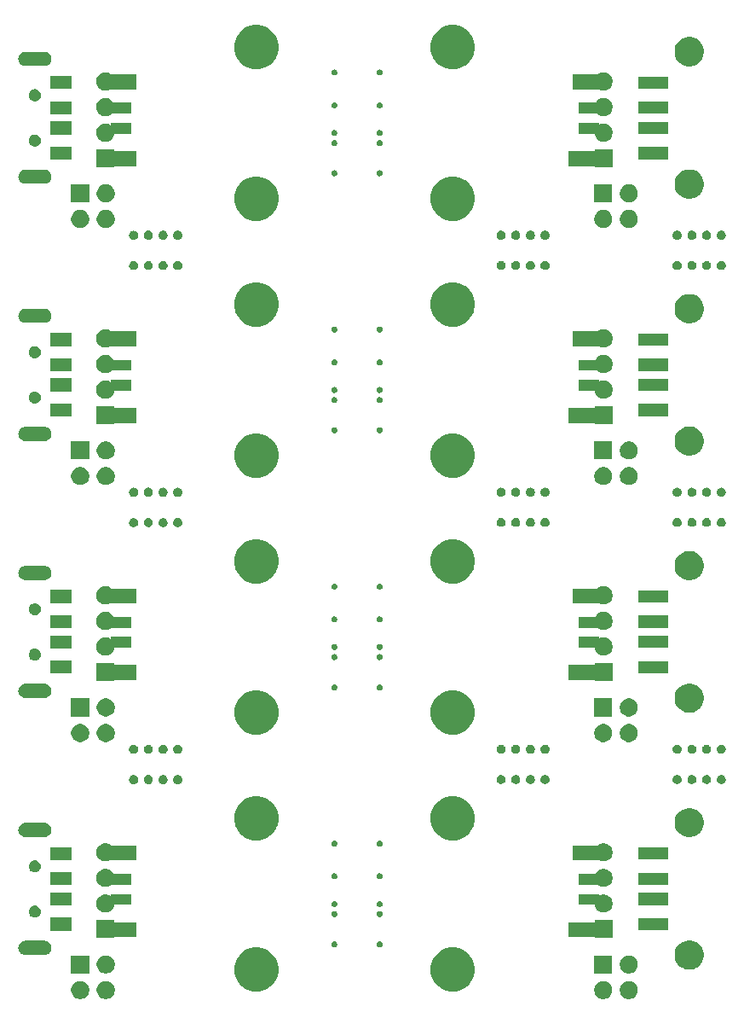
<source format=gbr>
G04 #@! TF.GenerationSoftware,KiCad,Pcbnew,5.1.6-c6e7f7d~86~ubuntu16.04.1*
G04 #@! TF.CreationDate,2020-05-16T13:50:45+09:00*
G04 #@! TF.ProjectId,output.usb_breakout_array,6f757470-7574-42e7-9573-625f62726561,rev?*
G04 #@! TF.SameCoordinates,Original*
G04 #@! TF.FileFunction,Soldermask,Top*
G04 #@! TF.FilePolarity,Negative*
%FSLAX46Y46*%
G04 Gerber Fmt 4.6, Leading zero omitted, Abs format (unit mm)*
G04 Created by KiCad (PCBNEW 5.1.6-c6e7f7d~86~ubuntu16.04.1) date 2020-05-16 13:50:45*
%MOMM*%
%LPD*%
G01*
G04 APERTURE LIST*
%ADD10C,0.100000*%
G04 APERTURE END LIST*
D10*
G36*
X127500000Y-172000000D02*
G01*
X125500000Y-172000000D01*
X125500000Y-171000000D01*
X127500000Y-171000000D01*
X127500000Y-172000000D01*
G37*
X127500000Y-172000000D02*
X125500000Y-172000000D01*
X125500000Y-171000000D01*
X127500000Y-171000000D01*
X127500000Y-172000000D01*
G36*
X127500000Y-146500000D02*
G01*
X125500000Y-146500000D01*
X125500000Y-145500000D01*
X127500000Y-145500000D01*
X127500000Y-146500000D01*
G37*
X127500000Y-146500000D02*
X125500000Y-146500000D01*
X125500000Y-145500000D01*
X127500000Y-145500000D01*
X127500000Y-146500000D01*
G36*
X127500000Y-121000000D02*
G01*
X125500000Y-121000000D01*
X125500000Y-120000000D01*
X127500000Y-120000000D01*
X127500000Y-121000000D01*
G37*
X127500000Y-121000000D02*
X125500000Y-121000000D01*
X125500000Y-120000000D01*
X127500000Y-120000000D01*
X127500000Y-121000000D01*
G36*
X127500000Y-170000000D02*
G01*
X125500000Y-170000000D01*
X125500000Y-169000000D01*
X127500000Y-169000000D01*
X127500000Y-170000000D01*
G37*
X127500000Y-170000000D02*
X125500000Y-170000000D01*
X125500000Y-169000000D01*
X127500000Y-169000000D01*
X127500000Y-170000000D01*
G36*
X127500000Y-144500000D02*
G01*
X125500000Y-144500000D01*
X125500000Y-143500000D01*
X127500000Y-143500000D01*
X127500000Y-144500000D01*
G37*
X127500000Y-144500000D02*
X125500000Y-144500000D01*
X125500000Y-143500000D01*
X127500000Y-143500000D01*
X127500000Y-144500000D01*
G36*
X127500000Y-119000000D02*
G01*
X125500000Y-119000000D01*
X125500000Y-118000000D01*
X127500000Y-118000000D01*
X127500000Y-119000000D01*
G37*
X127500000Y-119000000D02*
X125500000Y-119000000D01*
X125500000Y-118000000D01*
X127500000Y-118000000D01*
X127500000Y-119000000D01*
G36*
X128000000Y-175200000D02*
G01*
X125400000Y-175200000D01*
X125400000Y-173800000D01*
X128000000Y-173800000D01*
X128000000Y-175200000D01*
G37*
X128000000Y-175200000D02*
X125400000Y-175200000D01*
X125400000Y-173800000D01*
X128000000Y-173800000D01*
X128000000Y-175200000D01*
G36*
X128000000Y-149700000D02*
G01*
X125400000Y-149700000D01*
X125400000Y-148300000D01*
X128000000Y-148300000D01*
X128000000Y-149700000D01*
G37*
X128000000Y-149700000D02*
X125400000Y-149700000D01*
X125400000Y-148300000D01*
X128000000Y-148300000D01*
X128000000Y-149700000D01*
G36*
X128000000Y-124200000D02*
G01*
X125400000Y-124200000D01*
X125400000Y-122800000D01*
X128000000Y-122800000D01*
X128000000Y-124200000D01*
G37*
X128000000Y-124200000D02*
X125400000Y-124200000D01*
X125400000Y-122800000D01*
X128000000Y-122800000D01*
X128000000Y-124200000D01*
G36*
X174000000Y-172000000D02*
G01*
X172000000Y-172000000D01*
X172000000Y-171000000D01*
X174000000Y-171000000D01*
X174000000Y-172000000D01*
G37*
X174000000Y-172000000D02*
X172000000Y-172000000D01*
X172000000Y-171000000D01*
X174000000Y-171000000D01*
X174000000Y-172000000D01*
G36*
X174000000Y-146500000D02*
G01*
X172000000Y-146500000D01*
X172000000Y-145500000D01*
X174000000Y-145500000D01*
X174000000Y-146500000D01*
G37*
X174000000Y-146500000D02*
X172000000Y-146500000D01*
X172000000Y-145500000D01*
X174000000Y-145500000D01*
X174000000Y-146500000D01*
G36*
X174000000Y-121000000D02*
G01*
X172000000Y-121000000D01*
X172000000Y-120000000D01*
X174000000Y-120000000D01*
X174000000Y-121000000D01*
G37*
X174000000Y-121000000D02*
X172000000Y-121000000D01*
X172000000Y-120000000D01*
X174000000Y-120000000D01*
X174000000Y-121000000D01*
G36*
X128000000Y-167600000D02*
G01*
X125400000Y-167600000D01*
X125400000Y-166200000D01*
X128000000Y-166200000D01*
X128000000Y-167600000D01*
G37*
X128000000Y-167600000D02*
X125400000Y-167600000D01*
X125400000Y-166200000D01*
X128000000Y-166200000D01*
X128000000Y-167600000D01*
G36*
X128000000Y-142100000D02*
G01*
X125400000Y-142100000D01*
X125400000Y-140700000D01*
X128000000Y-140700000D01*
X128000000Y-142100000D01*
G37*
X128000000Y-142100000D02*
X125400000Y-142100000D01*
X125400000Y-140700000D01*
X128000000Y-140700000D01*
X128000000Y-142100000D01*
G36*
X128000000Y-116600000D02*
G01*
X125400000Y-116600000D01*
X125400000Y-115200000D01*
X128000000Y-115200000D01*
X128000000Y-116600000D01*
G37*
X128000000Y-116600000D02*
X125400000Y-116600000D01*
X125400000Y-115200000D01*
X128000000Y-115200000D01*
X128000000Y-116600000D01*
G36*
X174000000Y-170000000D02*
G01*
X172000000Y-170000000D01*
X172000000Y-169000000D01*
X174000000Y-169000000D01*
X174000000Y-170000000D01*
G37*
X174000000Y-170000000D02*
X172000000Y-170000000D01*
X172000000Y-169000000D01*
X174000000Y-169000000D01*
X174000000Y-170000000D01*
G36*
X174000000Y-144500000D02*
G01*
X172000000Y-144500000D01*
X172000000Y-143500000D01*
X174000000Y-143500000D01*
X174000000Y-144500000D01*
G37*
X174000000Y-144500000D02*
X172000000Y-144500000D01*
X172000000Y-143500000D01*
X174000000Y-143500000D01*
X174000000Y-144500000D01*
G36*
X174000000Y-119000000D02*
G01*
X172000000Y-119000000D01*
X172000000Y-118000000D01*
X174000000Y-118000000D01*
X174000000Y-119000000D01*
G37*
X174000000Y-119000000D02*
X172000000Y-119000000D01*
X172000000Y-118000000D01*
X174000000Y-118000000D01*
X174000000Y-119000000D01*
G36*
X174000000Y-167600000D02*
G01*
X171400000Y-167600000D01*
X171400000Y-166200000D01*
X174000000Y-166200000D01*
X174000000Y-167600000D01*
G37*
X174000000Y-167600000D02*
X171400000Y-167600000D01*
X171400000Y-166200000D01*
X174000000Y-166200000D01*
X174000000Y-167600000D01*
G36*
X174000000Y-142100000D02*
G01*
X171400000Y-142100000D01*
X171400000Y-140700000D01*
X174000000Y-140700000D01*
X174000000Y-142100000D01*
G37*
X174000000Y-142100000D02*
X171400000Y-142100000D01*
X171400000Y-140700000D01*
X174000000Y-140700000D01*
X174000000Y-142100000D01*
G36*
X174000000Y-116600000D02*
G01*
X171400000Y-116600000D01*
X171400000Y-115200000D01*
X174000000Y-115200000D01*
X174000000Y-116600000D01*
G37*
X174000000Y-116600000D02*
X171400000Y-116600000D01*
X171400000Y-115200000D01*
X174000000Y-115200000D01*
X174000000Y-116600000D01*
G36*
X173600000Y-175200000D02*
G01*
X171000000Y-175200000D01*
X171000000Y-173800000D01*
X173600000Y-173800000D01*
X173600000Y-175200000D01*
G37*
X173600000Y-175200000D02*
X171000000Y-175200000D01*
X171000000Y-173800000D01*
X173600000Y-173800000D01*
X173600000Y-175200000D01*
G36*
X173600000Y-149700000D02*
G01*
X171000000Y-149700000D01*
X171000000Y-148300000D01*
X173600000Y-148300000D01*
X173600000Y-149700000D01*
G37*
X173600000Y-149700000D02*
X171000000Y-149700000D01*
X171000000Y-148300000D01*
X173600000Y-148300000D01*
X173600000Y-149700000D01*
G36*
X173600000Y-124200000D02*
G01*
X171000000Y-124200000D01*
X171000000Y-122800000D01*
X173600000Y-122800000D01*
X173600000Y-124200000D01*
G37*
X173600000Y-124200000D02*
X171000000Y-124200000D01*
X171000000Y-122800000D01*
X173600000Y-122800000D01*
X173600000Y-124200000D01*
G36*
X127500000Y-95500000D02*
G01*
X125500000Y-95500000D01*
X125500000Y-94500000D01*
X127500000Y-94500000D01*
X127500000Y-95500000D01*
G37*
X127500000Y-95500000D02*
X125500000Y-95500000D01*
X125500000Y-94500000D01*
X127500000Y-94500000D01*
X127500000Y-95500000D01*
G36*
X127500000Y-93500000D02*
G01*
X125500000Y-93500000D01*
X125500000Y-92500000D01*
X127500000Y-92500000D01*
X127500000Y-93500000D01*
G37*
X127500000Y-93500000D02*
X125500000Y-93500000D01*
X125500000Y-92500000D01*
X127500000Y-92500000D01*
X127500000Y-93500000D01*
G36*
X174000000Y-93500000D02*
G01*
X172000000Y-93500000D01*
X172000000Y-92500000D01*
X174000000Y-92500000D01*
X174000000Y-93500000D01*
G37*
X174000000Y-93500000D02*
X172000000Y-93500000D01*
X172000000Y-92500000D01*
X174000000Y-92500000D01*
X174000000Y-93500000D01*
G36*
X174000000Y-95500000D02*
G01*
X172000000Y-95500000D01*
X172000000Y-94500000D01*
X174000000Y-94500000D01*
X174000000Y-95500000D01*
G37*
X174000000Y-95500000D02*
X172000000Y-95500000D01*
X172000000Y-94500000D01*
X174000000Y-94500000D01*
X174000000Y-95500000D01*
G36*
X173600000Y-98700000D02*
G01*
X171000000Y-98700000D01*
X171000000Y-97300000D01*
X173600000Y-97300000D01*
X173600000Y-98700000D01*
G37*
X173600000Y-98700000D02*
X171000000Y-98700000D01*
X171000000Y-97300000D01*
X173600000Y-97300000D01*
X173600000Y-98700000D01*
G36*
X174000000Y-91100000D02*
G01*
X171400000Y-91100000D01*
X171400000Y-89700000D01*
X174000000Y-89700000D01*
X174000000Y-91100000D01*
G37*
X174000000Y-91100000D02*
X171400000Y-91100000D01*
X171400000Y-89700000D01*
X174000000Y-89700000D01*
X174000000Y-91100000D01*
G36*
X128000000Y-98700000D02*
G01*
X125400000Y-98700000D01*
X125400000Y-97300000D01*
X128000000Y-97300000D01*
X128000000Y-98700000D01*
G37*
X128000000Y-98700000D02*
X125400000Y-98700000D01*
X125400000Y-97300000D01*
X128000000Y-97300000D01*
X128000000Y-98700000D01*
G36*
X128000000Y-91100000D02*
G01*
X125400000Y-91100000D01*
X125400000Y-89700000D01*
X128000000Y-89700000D01*
X128000000Y-91100000D01*
G37*
X128000000Y-91100000D02*
X125400000Y-91100000D01*
X125400000Y-89700000D01*
X128000000Y-89700000D01*
X128000000Y-91100000D01*
G36*
X125153512Y-179643927D02*
G01*
X125302812Y-179673624D01*
X125466784Y-179741544D01*
X125614354Y-179840147D01*
X125739853Y-179965646D01*
X125838456Y-180113216D01*
X125906376Y-180277188D01*
X125936073Y-180426488D01*
X125940850Y-180450502D01*
X125941000Y-180451259D01*
X125941000Y-180628741D01*
X125906376Y-180802812D01*
X125838456Y-180966784D01*
X125739853Y-181114354D01*
X125614354Y-181239853D01*
X125466784Y-181338456D01*
X125302812Y-181406376D01*
X125153512Y-181436073D01*
X125128742Y-181441000D01*
X124951258Y-181441000D01*
X124926488Y-181436073D01*
X124777188Y-181406376D01*
X124613216Y-181338456D01*
X124465646Y-181239853D01*
X124340147Y-181114354D01*
X124241544Y-180966784D01*
X124173624Y-180802812D01*
X124139000Y-180628741D01*
X124139000Y-180451259D01*
X124139151Y-180450502D01*
X124143927Y-180426488D01*
X124173624Y-180277188D01*
X124241544Y-180113216D01*
X124340147Y-179965646D01*
X124465646Y-179840147D01*
X124613216Y-179741544D01*
X124777188Y-179673624D01*
X124926488Y-179643927D01*
X124951258Y-179639000D01*
X125128742Y-179639000D01*
X125153512Y-179643927D01*
G37*
G36*
X174573512Y-179643927D02*
G01*
X174722812Y-179673624D01*
X174886784Y-179741544D01*
X175034354Y-179840147D01*
X175159853Y-179965646D01*
X175258456Y-180113216D01*
X175326376Y-180277188D01*
X175356073Y-180426488D01*
X175360850Y-180450502D01*
X175361000Y-180451259D01*
X175361000Y-180628741D01*
X175326376Y-180802812D01*
X175258456Y-180966784D01*
X175159853Y-181114354D01*
X175034354Y-181239853D01*
X174886784Y-181338456D01*
X174722812Y-181406376D01*
X174573512Y-181436073D01*
X174548742Y-181441000D01*
X174371258Y-181441000D01*
X174346488Y-181436073D01*
X174197188Y-181406376D01*
X174033216Y-181338456D01*
X173885646Y-181239853D01*
X173760147Y-181114354D01*
X173661544Y-180966784D01*
X173593624Y-180802812D01*
X173559000Y-180628741D01*
X173559000Y-180451259D01*
X173559151Y-180450502D01*
X173563927Y-180426488D01*
X173593624Y-180277188D01*
X173661544Y-180113216D01*
X173760147Y-179965646D01*
X173885646Y-179840147D01*
X174033216Y-179741544D01*
X174197188Y-179673624D01*
X174346488Y-179643927D01*
X174371258Y-179639000D01*
X174548742Y-179639000D01*
X174573512Y-179643927D01*
G37*
G36*
X177113512Y-179643927D02*
G01*
X177262812Y-179673624D01*
X177426784Y-179741544D01*
X177574354Y-179840147D01*
X177699853Y-179965646D01*
X177798456Y-180113216D01*
X177866376Y-180277188D01*
X177896073Y-180426488D01*
X177900850Y-180450502D01*
X177901000Y-180451259D01*
X177901000Y-180628741D01*
X177866376Y-180802812D01*
X177798456Y-180966784D01*
X177699853Y-181114354D01*
X177574354Y-181239853D01*
X177426784Y-181338456D01*
X177262812Y-181406376D01*
X177113512Y-181436073D01*
X177088742Y-181441000D01*
X176911258Y-181441000D01*
X176886488Y-181436073D01*
X176737188Y-181406376D01*
X176573216Y-181338456D01*
X176425646Y-181239853D01*
X176300147Y-181114354D01*
X176201544Y-180966784D01*
X176133624Y-180802812D01*
X176099000Y-180628741D01*
X176099000Y-180451259D01*
X176099151Y-180450502D01*
X176103927Y-180426488D01*
X176133624Y-180277188D01*
X176201544Y-180113216D01*
X176300147Y-179965646D01*
X176425646Y-179840147D01*
X176573216Y-179741544D01*
X176737188Y-179673624D01*
X176886488Y-179643927D01*
X176911258Y-179639000D01*
X177088742Y-179639000D01*
X177113512Y-179643927D01*
G37*
G36*
X122613512Y-179643927D02*
G01*
X122762812Y-179673624D01*
X122926784Y-179741544D01*
X123074354Y-179840147D01*
X123199853Y-179965646D01*
X123298456Y-180113216D01*
X123366376Y-180277188D01*
X123396073Y-180426488D01*
X123400850Y-180450502D01*
X123401000Y-180451259D01*
X123401000Y-180628741D01*
X123366376Y-180802812D01*
X123298456Y-180966784D01*
X123199853Y-181114354D01*
X123074354Y-181239853D01*
X122926784Y-181338456D01*
X122762812Y-181406376D01*
X122613512Y-181436073D01*
X122588742Y-181441000D01*
X122411258Y-181441000D01*
X122386488Y-181436073D01*
X122237188Y-181406376D01*
X122073216Y-181338456D01*
X121925646Y-181239853D01*
X121800147Y-181114354D01*
X121701544Y-180966784D01*
X121633624Y-180802812D01*
X121599000Y-180628741D01*
X121599000Y-180451259D01*
X121599151Y-180450502D01*
X121603927Y-180426488D01*
X121633624Y-180277188D01*
X121701544Y-180113216D01*
X121800147Y-179965646D01*
X121925646Y-179840147D01*
X122073216Y-179741544D01*
X122237188Y-179673624D01*
X122386488Y-179643927D01*
X122411258Y-179639000D01*
X122588742Y-179639000D01*
X122613512Y-179643927D01*
G37*
G36*
X160142007Y-176383582D02*
G01*
X160542563Y-176549498D01*
X160542565Y-176549499D01*
X160903056Y-176790371D01*
X161209629Y-177096944D01*
X161345405Y-177300148D01*
X161450502Y-177457437D01*
X161616418Y-177857993D01*
X161701000Y-178283219D01*
X161701000Y-178716781D01*
X161616418Y-179142007D01*
X161450502Y-179542563D01*
X161450501Y-179542565D01*
X161209629Y-179903056D01*
X160903056Y-180209629D01*
X160542565Y-180450501D01*
X160542564Y-180450502D01*
X160542563Y-180450502D01*
X160142007Y-180616418D01*
X159716781Y-180701000D01*
X159283219Y-180701000D01*
X158857993Y-180616418D01*
X158457437Y-180450502D01*
X158457436Y-180450502D01*
X158457435Y-180450501D01*
X158096944Y-180209629D01*
X157790371Y-179903056D01*
X157549499Y-179542565D01*
X157549498Y-179542563D01*
X157383582Y-179142007D01*
X157299000Y-178716781D01*
X157299000Y-178283219D01*
X157383582Y-177857993D01*
X157549498Y-177457437D01*
X157654595Y-177300148D01*
X157790371Y-177096944D01*
X158096944Y-176790371D01*
X158457435Y-176549499D01*
X158457437Y-176549498D01*
X158857993Y-176383582D01*
X159283219Y-176299000D01*
X159716781Y-176299000D01*
X160142007Y-176383582D01*
G37*
G36*
X140642007Y-176383582D02*
G01*
X141042563Y-176549498D01*
X141042565Y-176549499D01*
X141403056Y-176790371D01*
X141709629Y-177096944D01*
X141845405Y-177300148D01*
X141950502Y-177457437D01*
X142116418Y-177857993D01*
X142201000Y-178283219D01*
X142201000Y-178716781D01*
X142116418Y-179142007D01*
X141950502Y-179542563D01*
X141950501Y-179542565D01*
X141709629Y-179903056D01*
X141403056Y-180209629D01*
X141042565Y-180450501D01*
X141042564Y-180450502D01*
X141042563Y-180450502D01*
X140642007Y-180616418D01*
X140216781Y-180701000D01*
X139783219Y-180701000D01*
X139357993Y-180616418D01*
X138957437Y-180450502D01*
X138957436Y-180450502D01*
X138957435Y-180450501D01*
X138596944Y-180209629D01*
X138290371Y-179903056D01*
X138049499Y-179542565D01*
X138049498Y-179542563D01*
X137883582Y-179142007D01*
X137799000Y-178716781D01*
X137799000Y-178283219D01*
X137883582Y-177857993D01*
X138049498Y-177457437D01*
X138154595Y-177300148D01*
X138290371Y-177096944D01*
X138596944Y-176790371D01*
X138957435Y-176549499D01*
X138957437Y-176549498D01*
X139357993Y-176383582D01*
X139783219Y-176299000D01*
X140216781Y-176299000D01*
X140642007Y-176383582D01*
G37*
G36*
X123401000Y-178901000D02*
G01*
X121599000Y-178901000D01*
X121599000Y-177099000D01*
X123401000Y-177099000D01*
X123401000Y-178901000D01*
G37*
G36*
X125153512Y-177103927D02*
G01*
X125302812Y-177133624D01*
X125466784Y-177201544D01*
X125614354Y-177300147D01*
X125739853Y-177425646D01*
X125838456Y-177573216D01*
X125906376Y-177737188D01*
X125941000Y-177911259D01*
X125941000Y-178088741D01*
X125906376Y-178262812D01*
X125838456Y-178426784D01*
X125739853Y-178574354D01*
X125614354Y-178699853D01*
X125466784Y-178798456D01*
X125302812Y-178866376D01*
X125153512Y-178896073D01*
X125128742Y-178901000D01*
X124951258Y-178901000D01*
X124926488Y-178896073D01*
X124777188Y-178866376D01*
X124613216Y-178798456D01*
X124465646Y-178699853D01*
X124340147Y-178574354D01*
X124241544Y-178426784D01*
X124173624Y-178262812D01*
X124139000Y-178088741D01*
X124139000Y-177911259D01*
X124173624Y-177737188D01*
X124241544Y-177573216D01*
X124340147Y-177425646D01*
X124465646Y-177300147D01*
X124613216Y-177201544D01*
X124777188Y-177133624D01*
X124926488Y-177103927D01*
X124951258Y-177099000D01*
X125128742Y-177099000D01*
X125153512Y-177103927D01*
G37*
G36*
X175361000Y-178901000D02*
G01*
X173559000Y-178901000D01*
X173559000Y-177099000D01*
X175361000Y-177099000D01*
X175361000Y-178901000D01*
G37*
G36*
X177113512Y-177103927D02*
G01*
X177262812Y-177133624D01*
X177426784Y-177201544D01*
X177574354Y-177300147D01*
X177699853Y-177425646D01*
X177798456Y-177573216D01*
X177866376Y-177737188D01*
X177901000Y-177911259D01*
X177901000Y-178088741D01*
X177866376Y-178262812D01*
X177798456Y-178426784D01*
X177699853Y-178574354D01*
X177574354Y-178699853D01*
X177426784Y-178798456D01*
X177262812Y-178866376D01*
X177113512Y-178896073D01*
X177088742Y-178901000D01*
X176911258Y-178901000D01*
X176886488Y-178896073D01*
X176737188Y-178866376D01*
X176573216Y-178798456D01*
X176425646Y-178699853D01*
X176300147Y-178574354D01*
X176201544Y-178426784D01*
X176133624Y-178262812D01*
X176099000Y-178088741D01*
X176099000Y-177911259D01*
X176133624Y-177737188D01*
X176201544Y-177573216D01*
X176300147Y-177425646D01*
X176425646Y-177300147D01*
X176573216Y-177201544D01*
X176737188Y-177133624D01*
X176886488Y-177103927D01*
X176911258Y-177099000D01*
X177088742Y-177099000D01*
X177113512Y-177103927D01*
G37*
G36*
X183423241Y-175674760D02*
G01*
X183687305Y-175784139D01*
X183924958Y-175942934D01*
X184127066Y-176145042D01*
X184285861Y-176382695D01*
X184395240Y-176646759D01*
X184451000Y-176927088D01*
X184451000Y-177212912D01*
X184395240Y-177493241D01*
X184285861Y-177757305D01*
X184127066Y-177994958D01*
X183924958Y-178197066D01*
X183687305Y-178355861D01*
X183423241Y-178465240D01*
X183142912Y-178521000D01*
X182857088Y-178521000D01*
X182576759Y-178465240D01*
X182312695Y-178355861D01*
X182075042Y-178197066D01*
X181872934Y-177994958D01*
X181714139Y-177757305D01*
X181604760Y-177493241D01*
X181549000Y-177212912D01*
X181549000Y-176927088D01*
X181604760Y-176646759D01*
X181714139Y-176382695D01*
X181872934Y-176145042D01*
X182075042Y-175942934D01*
X182312695Y-175784139D01*
X182576759Y-175674760D01*
X182857088Y-175619000D01*
X183142912Y-175619000D01*
X183423241Y-175674760D01*
G37*
G36*
X119087421Y-175659143D02*
G01*
X119219557Y-175699227D01*
X119219559Y-175699228D01*
X119341339Y-175764320D01*
X119448080Y-175851920D01*
X119535679Y-175958660D01*
X119600773Y-176080443D01*
X119640857Y-176212579D01*
X119654391Y-176350000D01*
X119640857Y-176487421D01*
X119622025Y-176549499D01*
X119600772Y-176619559D01*
X119535680Y-176741339D01*
X119448080Y-176848080D01*
X119341339Y-176935680D01*
X119219559Y-177000772D01*
X119219557Y-177000773D01*
X119087421Y-177040857D01*
X118984432Y-177051000D01*
X117015568Y-177051000D01*
X116912579Y-177040857D01*
X116780443Y-177000773D01*
X116780441Y-177000772D01*
X116658661Y-176935680D01*
X116551920Y-176848080D01*
X116464320Y-176741339D01*
X116399228Y-176619559D01*
X116377975Y-176549499D01*
X116359143Y-176487421D01*
X116345609Y-176350000D01*
X116359143Y-176212579D01*
X116399227Y-176080443D01*
X116464321Y-175958660D01*
X116551920Y-175851920D01*
X116658661Y-175764320D01*
X116780441Y-175699228D01*
X116780443Y-175699227D01*
X116912579Y-175659143D01*
X117015568Y-175649000D01*
X118984432Y-175649000D01*
X119087421Y-175659143D01*
G37*
G36*
X152337797Y-175710567D02*
G01*
X152392575Y-175733257D01*
X152392577Y-175733258D01*
X152441876Y-175766198D01*
X152483802Y-175808124D01*
X152513065Y-175851920D01*
X152516743Y-175857425D01*
X152539433Y-175912203D01*
X152551000Y-175970353D01*
X152551000Y-176029647D01*
X152539433Y-176087797D01*
X152516743Y-176142575D01*
X152516742Y-176142577D01*
X152483802Y-176191876D01*
X152441876Y-176233802D01*
X152392577Y-176266742D01*
X152392576Y-176266743D01*
X152392575Y-176266743D01*
X152337797Y-176289433D01*
X152279647Y-176301000D01*
X152220353Y-176301000D01*
X152162203Y-176289433D01*
X152107425Y-176266743D01*
X152107424Y-176266743D01*
X152107423Y-176266742D01*
X152058124Y-176233802D01*
X152016198Y-176191876D01*
X151983258Y-176142577D01*
X151983257Y-176142575D01*
X151960567Y-176087797D01*
X151949000Y-176029647D01*
X151949000Y-175970353D01*
X151960567Y-175912203D01*
X151983257Y-175857425D01*
X151986935Y-175851920D01*
X152016198Y-175808124D01*
X152058124Y-175766198D01*
X152107423Y-175733258D01*
X152107425Y-175733257D01*
X152162203Y-175710567D01*
X152220353Y-175699000D01*
X152279647Y-175699000D01*
X152337797Y-175710567D01*
G37*
G36*
X147837797Y-175710567D02*
G01*
X147892575Y-175733257D01*
X147892577Y-175733258D01*
X147941876Y-175766198D01*
X147983802Y-175808124D01*
X148013065Y-175851920D01*
X148016743Y-175857425D01*
X148039433Y-175912203D01*
X148051000Y-175970353D01*
X148051000Y-176029647D01*
X148039433Y-176087797D01*
X148016743Y-176142575D01*
X148016742Y-176142577D01*
X147983802Y-176191876D01*
X147941876Y-176233802D01*
X147892577Y-176266742D01*
X147892576Y-176266743D01*
X147892575Y-176266743D01*
X147837797Y-176289433D01*
X147779647Y-176301000D01*
X147720353Y-176301000D01*
X147662203Y-176289433D01*
X147607425Y-176266743D01*
X147607424Y-176266743D01*
X147607423Y-176266742D01*
X147558124Y-176233802D01*
X147516198Y-176191876D01*
X147483258Y-176142577D01*
X147483257Y-176142575D01*
X147460567Y-176087797D01*
X147449000Y-176029647D01*
X147449000Y-175970353D01*
X147460567Y-175912203D01*
X147483257Y-175857425D01*
X147486935Y-175851920D01*
X147516198Y-175808124D01*
X147558124Y-175766198D01*
X147607423Y-175733258D01*
X147607425Y-175733257D01*
X147662203Y-175710567D01*
X147720353Y-175699000D01*
X147779647Y-175699000D01*
X147837797Y-175710567D01*
G37*
G36*
X125901000Y-175401000D02*
G01*
X124099000Y-175401000D01*
X124099000Y-173599000D01*
X125901000Y-173599000D01*
X125901000Y-175401000D01*
G37*
G36*
X175401000Y-175401000D02*
G01*
X173599000Y-175401000D01*
X173599000Y-173599000D01*
X175401000Y-173599000D01*
X175401000Y-175401000D01*
G37*
G36*
X121651000Y-174651000D02*
G01*
X119549000Y-174651000D01*
X119549000Y-173349000D01*
X121651000Y-173349000D01*
X121651000Y-174651000D01*
G37*
G36*
X180911000Y-174611000D02*
G01*
X177929000Y-174611000D01*
X177929000Y-173389000D01*
X180911000Y-173389000D01*
X180911000Y-174611000D01*
G37*
G36*
X118136601Y-172164397D02*
G01*
X118175305Y-172172096D01*
X118207340Y-172185365D01*
X118284680Y-172217400D01*
X118383115Y-172283173D01*
X118466827Y-172366885D01*
X118532600Y-172465320D01*
X118577904Y-172574696D01*
X118601000Y-172690805D01*
X118601000Y-172809195D01*
X118577904Y-172925304D01*
X118532600Y-173034680D01*
X118466827Y-173133115D01*
X118383115Y-173216827D01*
X118284680Y-173282600D01*
X118207340Y-173314635D01*
X118175305Y-173327904D01*
X118136601Y-173335603D01*
X118059195Y-173351000D01*
X117940805Y-173351000D01*
X117863399Y-173335603D01*
X117824695Y-173327904D01*
X117792660Y-173314635D01*
X117715320Y-173282600D01*
X117616885Y-173216827D01*
X117533173Y-173133115D01*
X117467400Y-173034680D01*
X117422096Y-172925304D01*
X117399000Y-172809195D01*
X117399000Y-172690805D01*
X117422096Y-172574696D01*
X117467400Y-172465320D01*
X117533173Y-172366885D01*
X117616885Y-172283173D01*
X117715320Y-172217400D01*
X117792660Y-172185365D01*
X117824695Y-172172096D01*
X117863399Y-172164397D01*
X117940805Y-172149000D01*
X118059195Y-172149000D01*
X118136601Y-172164397D01*
G37*
G36*
X152337797Y-172710567D02*
G01*
X152392575Y-172733257D01*
X152392577Y-172733258D01*
X152441876Y-172766198D01*
X152483802Y-172808124D01*
X152495997Y-172826376D01*
X152516743Y-172857425D01*
X152539433Y-172912203D01*
X152551000Y-172970353D01*
X152551000Y-173029647D01*
X152539433Y-173087797D01*
X152520661Y-173133115D01*
X152516742Y-173142577D01*
X152483802Y-173191876D01*
X152441876Y-173233802D01*
X152392577Y-173266742D01*
X152392576Y-173266743D01*
X152392575Y-173266743D01*
X152337797Y-173289433D01*
X152279647Y-173301000D01*
X152220353Y-173301000D01*
X152162203Y-173289433D01*
X152107425Y-173266743D01*
X152107424Y-173266743D01*
X152107423Y-173266742D01*
X152058124Y-173233802D01*
X152016198Y-173191876D01*
X151983258Y-173142577D01*
X151979339Y-173133115D01*
X151960567Y-173087797D01*
X151949000Y-173029647D01*
X151949000Y-172970353D01*
X151960567Y-172912203D01*
X151983257Y-172857425D01*
X152004003Y-172826376D01*
X152016198Y-172808124D01*
X152058124Y-172766198D01*
X152107423Y-172733258D01*
X152107425Y-172733257D01*
X152162203Y-172710567D01*
X152220353Y-172699000D01*
X152279647Y-172699000D01*
X152337797Y-172710567D01*
G37*
G36*
X147837797Y-172710567D02*
G01*
X147892575Y-172733257D01*
X147892577Y-172733258D01*
X147941876Y-172766198D01*
X147983802Y-172808124D01*
X147995997Y-172826376D01*
X148016743Y-172857425D01*
X148039433Y-172912203D01*
X148051000Y-172970353D01*
X148051000Y-173029647D01*
X148039433Y-173087797D01*
X148020661Y-173133115D01*
X148016742Y-173142577D01*
X147983802Y-173191876D01*
X147941876Y-173233802D01*
X147892577Y-173266742D01*
X147892576Y-173266743D01*
X147892575Y-173266743D01*
X147837797Y-173289433D01*
X147779647Y-173301000D01*
X147720353Y-173301000D01*
X147662203Y-173289433D01*
X147607425Y-173266743D01*
X147607424Y-173266743D01*
X147607423Y-173266742D01*
X147558124Y-173233802D01*
X147516198Y-173191876D01*
X147483258Y-173142577D01*
X147479339Y-173133115D01*
X147460567Y-173087797D01*
X147449000Y-173029647D01*
X147449000Y-172970353D01*
X147460567Y-172912203D01*
X147483257Y-172857425D01*
X147504003Y-172826376D01*
X147516198Y-172808124D01*
X147558124Y-172766198D01*
X147607423Y-172733258D01*
X147607425Y-172733257D01*
X147662203Y-172710567D01*
X147720353Y-172699000D01*
X147779647Y-172699000D01*
X147837797Y-172710567D01*
G37*
G36*
X174613512Y-171063927D02*
G01*
X174762812Y-171093624D01*
X174926784Y-171161544D01*
X175074354Y-171260147D01*
X175199853Y-171385646D01*
X175298456Y-171533216D01*
X175366376Y-171697188D01*
X175401000Y-171871259D01*
X175401000Y-172048741D01*
X175366376Y-172222812D01*
X175298456Y-172386784D01*
X175199853Y-172534354D01*
X175074354Y-172659853D01*
X174926784Y-172758456D01*
X174762812Y-172826376D01*
X174613512Y-172856073D01*
X174588742Y-172861000D01*
X174411258Y-172861000D01*
X174386488Y-172856073D01*
X174237188Y-172826376D01*
X174073216Y-172758456D01*
X173925646Y-172659853D01*
X173800147Y-172534354D01*
X173701544Y-172386784D01*
X173633624Y-172222812D01*
X173599000Y-172048741D01*
X173599000Y-171871259D01*
X173633624Y-171697188D01*
X173701544Y-171533216D01*
X173800147Y-171385646D01*
X173925646Y-171260147D01*
X174073216Y-171161544D01*
X174237188Y-171093624D01*
X174386488Y-171063927D01*
X174411258Y-171059000D01*
X174588742Y-171059000D01*
X174613512Y-171063927D01*
G37*
G36*
X125113512Y-171063927D02*
G01*
X125262812Y-171093624D01*
X125426784Y-171161544D01*
X125574354Y-171260147D01*
X125699853Y-171385646D01*
X125798456Y-171533216D01*
X125866376Y-171697188D01*
X125901000Y-171871259D01*
X125901000Y-172048741D01*
X125866376Y-172222812D01*
X125798456Y-172386784D01*
X125699853Y-172534354D01*
X125574354Y-172659853D01*
X125426784Y-172758456D01*
X125262812Y-172826376D01*
X125113512Y-172856073D01*
X125088742Y-172861000D01*
X124911258Y-172861000D01*
X124886488Y-172856073D01*
X124737188Y-172826376D01*
X124573216Y-172758456D01*
X124425646Y-172659853D01*
X124300147Y-172534354D01*
X124201544Y-172386784D01*
X124133624Y-172222812D01*
X124099000Y-172048741D01*
X124099000Y-171871259D01*
X124133624Y-171697188D01*
X124201544Y-171533216D01*
X124300147Y-171385646D01*
X124425646Y-171260147D01*
X124573216Y-171161544D01*
X124737188Y-171093624D01*
X124886488Y-171063927D01*
X124911258Y-171059000D01*
X125088742Y-171059000D01*
X125113512Y-171063927D01*
G37*
G36*
X152337797Y-171710567D02*
G01*
X152392575Y-171733257D01*
X152392577Y-171733258D01*
X152441876Y-171766198D01*
X152483802Y-171808124D01*
X152516742Y-171857423D01*
X152516743Y-171857425D01*
X152539433Y-171912203D01*
X152551000Y-171970353D01*
X152551000Y-172029647D01*
X152539433Y-172087797D01*
X152529822Y-172111000D01*
X152516742Y-172142577D01*
X152483802Y-172191876D01*
X152441876Y-172233802D01*
X152392577Y-172266742D01*
X152392576Y-172266743D01*
X152392575Y-172266743D01*
X152337797Y-172289433D01*
X152279647Y-172301000D01*
X152220353Y-172301000D01*
X152162203Y-172289433D01*
X152107425Y-172266743D01*
X152107424Y-172266743D01*
X152107423Y-172266742D01*
X152058124Y-172233802D01*
X152016198Y-172191876D01*
X151983258Y-172142577D01*
X151970178Y-172111000D01*
X151960567Y-172087797D01*
X151949000Y-172029647D01*
X151949000Y-171970353D01*
X151960567Y-171912203D01*
X151983257Y-171857425D01*
X151983258Y-171857423D01*
X152016198Y-171808124D01*
X152058124Y-171766198D01*
X152107423Y-171733258D01*
X152107425Y-171733257D01*
X152162203Y-171710567D01*
X152220353Y-171699000D01*
X152279647Y-171699000D01*
X152337797Y-171710567D01*
G37*
G36*
X147837797Y-171710567D02*
G01*
X147892575Y-171733257D01*
X147892577Y-171733258D01*
X147941876Y-171766198D01*
X147983802Y-171808124D01*
X148016742Y-171857423D01*
X148016743Y-171857425D01*
X148039433Y-171912203D01*
X148051000Y-171970353D01*
X148051000Y-172029647D01*
X148039433Y-172087797D01*
X148029822Y-172111000D01*
X148016742Y-172142577D01*
X147983802Y-172191876D01*
X147941876Y-172233802D01*
X147892577Y-172266742D01*
X147892576Y-172266743D01*
X147892575Y-172266743D01*
X147837797Y-172289433D01*
X147779647Y-172301000D01*
X147720353Y-172301000D01*
X147662203Y-172289433D01*
X147607425Y-172266743D01*
X147607424Y-172266743D01*
X147607423Y-172266742D01*
X147558124Y-172233802D01*
X147516198Y-172191876D01*
X147483258Y-172142577D01*
X147470178Y-172111000D01*
X147460567Y-172087797D01*
X147449000Y-172029647D01*
X147449000Y-171970353D01*
X147460567Y-171912203D01*
X147483257Y-171857425D01*
X147483258Y-171857423D01*
X147516198Y-171808124D01*
X147558124Y-171766198D01*
X147607423Y-171733258D01*
X147607425Y-171733257D01*
X147662203Y-171710567D01*
X147720353Y-171699000D01*
X147779647Y-171699000D01*
X147837797Y-171710567D01*
G37*
G36*
X121651000Y-172151000D02*
G01*
X119549000Y-172151000D01*
X119549000Y-170849000D01*
X121651000Y-170849000D01*
X121651000Y-172151000D01*
G37*
G36*
X180911000Y-172111000D02*
G01*
X177929000Y-172111000D01*
X177929000Y-170889000D01*
X180911000Y-170889000D01*
X180911000Y-172111000D01*
G37*
G36*
X174613512Y-168523927D02*
G01*
X174762812Y-168553624D01*
X174926784Y-168621544D01*
X175074354Y-168720147D01*
X175199853Y-168845646D01*
X175298456Y-168993216D01*
X175366376Y-169157188D01*
X175401000Y-169331259D01*
X175401000Y-169508741D01*
X175366376Y-169682812D01*
X175298456Y-169846784D01*
X175199853Y-169994354D01*
X175074354Y-170119853D01*
X174926784Y-170218456D01*
X174762812Y-170286376D01*
X174613512Y-170316073D01*
X174588742Y-170321000D01*
X174411258Y-170321000D01*
X174386488Y-170316073D01*
X174237188Y-170286376D01*
X174073216Y-170218456D01*
X173925646Y-170119853D01*
X173800147Y-169994354D01*
X173701544Y-169846784D01*
X173633624Y-169682812D01*
X173599000Y-169508741D01*
X173599000Y-169331259D01*
X173633624Y-169157188D01*
X173701544Y-168993216D01*
X173800147Y-168845646D01*
X173925646Y-168720147D01*
X174073216Y-168621544D01*
X174237188Y-168553624D01*
X174386488Y-168523927D01*
X174411258Y-168519000D01*
X174588742Y-168519000D01*
X174613512Y-168523927D01*
G37*
G36*
X125113512Y-168523927D02*
G01*
X125262812Y-168553624D01*
X125426784Y-168621544D01*
X125574354Y-168720147D01*
X125699853Y-168845646D01*
X125798456Y-168993216D01*
X125866376Y-169157188D01*
X125901000Y-169331259D01*
X125901000Y-169508741D01*
X125866376Y-169682812D01*
X125798456Y-169846784D01*
X125699853Y-169994354D01*
X125574354Y-170119853D01*
X125426784Y-170218456D01*
X125262812Y-170286376D01*
X125113512Y-170316073D01*
X125088742Y-170321000D01*
X124911258Y-170321000D01*
X124886488Y-170316073D01*
X124737188Y-170286376D01*
X124573216Y-170218456D01*
X124425646Y-170119853D01*
X124300147Y-169994354D01*
X124201544Y-169846784D01*
X124133624Y-169682812D01*
X124099000Y-169508741D01*
X124099000Y-169331259D01*
X124133624Y-169157188D01*
X124201544Y-168993216D01*
X124300147Y-168845646D01*
X124425646Y-168720147D01*
X124573216Y-168621544D01*
X124737188Y-168553624D01*
X124886488Y-168523927D01*
X124911258Y-168519000D01*
X125088742Y-168519000D01*
X125113512Y-168523927D01*
G37*
G36*
X121651000Y-170151000D02*
G01*
X119549000Y-170151000D01*
X119549000Y-168849000D01*
X121651000Y-168849000D01*
X121651000Y-170151000D01*
G37*
G36*
X180911000Y-170111000D02*
G01*
X177929000Y-170111000D01*
X177929000Y-168889000D01*
X180911000Y-168889000D01*
X180911000Y-170111000D01*
G37*
G36*
X152337797Y-168960567D02*
G01*
X152392575Y-168983257D01*
X152392577Y-168983258D01*
X152441876Y-169016198D01*
X152483802Y-169058124D01*
X152516742Y-169107423D01*
X152516743Y-169107425D01*
X152539433Y-169162203D01*
X152551000Y-169220353D01*
X152551000Y-169279647D01*
X152539433Y-169337797D01*
X152516743Y-169392575D01*
X152516742Y-169392577D01*
X152483802Y-169441876D01*
X152441876Y-169483802D01*
X152392577Y-169516742D01*
X152392576Y-169516743D01*
X152392575Y-169516743D01*
X152337797Y-169539433D01*
X152279647Y-169551000D01*
X152220353Y-169551000D01*
X152162203Y-169539433D01*
X152107425Y-169516743D01*
X152107424Y-169516743D01*
X152107423Y-169516742D01*
X152058124Y-169483802D01*
X152016198Y-169441876D01*
X151983258Y-169392577D01*
X151983257Y-169392575D01*
X151960567Y-169337797D01*
X151949000Y-169279647D01*
X151949000Y-169220353D01*
X151960567Y-169162203D01*
X151983257Y-169107425D01*
X151983258Y-169107423D01*
X152016198Y-169058124D01*
X152058124Y-169016198D01*
X152107423Y-168983258D01*
X152107425Y-168983257D01*
X152162203Y-168960567D01*
X152220353Y-168949000D01*
X152279647Y-168949000D01*
X152337797Y-168960567D01*
G37*
G36*
X147837797Y-168960567D02*
G01*
X147892575Y-168983257D01*
X147892577Y-168983258D01*
X147941876Y-169016198D01*
X147983802Y-169058124D01*
X148016742Y-169107423D01*
X148016743Y-169107425D01*
X148039433Y-169162203D01*
X148051000Y-169220353D01*
X148051000Y-169279647D01*
X148039433Y-169337797D01*
X148016743Y-169392575D01*
X148016742Y-169392577D01*
X147983802Y-169441876D01*
X147941876Y-169483802D01*
X147892577Y-169516742D01*
X147892576Y-169516743D01*
X147892575Y-169516743D01*
X147837797Y-169539433D01*
X147779647Y-169551000D01*
X147720353Y-169551000D01*
X147662203Y-169539433D01*
X147607425Y-169516743D01*
X147607424Y-169516743D01*
X147607423Y-169516742D01*
X147558124Y-169483802D01*
X147516198Y-169441876D01*
X147483258Y-169392577D01*
X147483257Y-169392575D01*
X147460567Y-169337797D01*
X147449000Y-169279647D01*
X147449000Y-169220353D01*
X147460567Y-169162203D01*
X147483257Y-169107425D01*
X147483258Y-169107423D01*
X147516198Y-169058124D01*
X147558124Y-169016198D01*
X147607423Y-168983258D01*
X147607425Y-168983257D01*
X147662203Y-168960567D01*
X147720353Y-168949000D01*
X147779647Y-168949000D01*
X147837797Y-168960567D01*
G37*
G36*
X118136601Y-167664397D02*
G01*
X118175305Y-167672096D01*
X118190659Y-167678456D01*
X118284680Y-167717400D01*
X118383115Y-167783173D01*
X118466827Y-167866885D01*
X118532600Y-167965320D01*
X118577904Y-168074696D01*
X118601000Y-168190805D01*
X118601000Y-168309195D01*
X118577904Y-168425304D01*
X118532600Y-168534680D01*
X118466827Y-168633115D01*
X118383115Y-168716827D01*
X118284680Y-168782600D01*
X118207340Y-168814635D01*
X118175305Y-168827904D01*
X118136601Y-168835603D01*
X118059195Y-168851000D01*
X117940805Y-168851000D01*
X117863399Y-168835603D01*
X117824695Y-168827904D01*
X117792660Y-168814635D01*
X117715320Y-168782600D01*
X117616885Y-168716827D01*
X117533173Y-168633115D01*
X117467400Y-168534680D01*
X117422096Y-168425304D01*
X117399000Y-168309195D01*
X117399000Y-168190805D01*
X117422096Y-168074696D01*
X117467400Y-167965320D01*
X117533173Y-167866885D01*
X117616885Y-167783173D01*
X117715320Y-167717400D01*
X117809341Y-167678456D01*
X117824695Y-167672096D01*
X117863399Y-167664397D01*
X117940805Y-167649000D01*
X118059195Y-167649000D01*
X118136601Y-167664397D01*
G37*
G36*
X125113512Y-165983927D02*
G01*
X125262812Y-166013624D01*
X125426784Y-166081544D01*
X125574354Y-166180147D01*
X125699853Y-166305646D01*
X125798456Y-166453216D01*
X125866376Y-166617188D01*
X125901000Y-166791259D01*
X125901000Y-166968741D01*
X125866376Y-167142812D01*
X125798456Y-167306784D01*
X125699853Y-167454354D01*
X125574354Y-167579853D01*
X125426784Y-167678456D01*
X125262812Y-167746376D01*
X125113512Y-167776073D01*
X125088742Y-167781000D01*
X124911258Y-167781000D01*
X124886488Y-167776073D01*
X124737188Y-167746376D01*
X124573216Y-167678456D01*
X124425646Y-167579853D01*
X124300147Y-167454354D01*
X124201544Y-167306784D01*
X124133624Y-167142812D01*
X124099000Y-166968741D01*
X124099000Y-166791259D01*
X124133624Y-166617188D01*
X124201544Y-166453216D01*
X124300147Y-166305646D01*
X124425646Y-166180147D01*
X124573216Y-166081544D01*
X124737188Y-166013624D01*
X124886488Y-165983927D01*
X124911258Y-165979000D01*
X125088742Y-165979000D01*
X125113512Y-165983927D01*
G37*
G36*
X174613512Y-165983927D02*
G01*
X174762812Y-166013624D01*
X174926784Y-166081544D01*
X175074354Y-166180147D01*
X175199853Y-166305646D01*
X175298456Y-166453216D01*
X175366376Y-166617188D01*
X175401000Y-166791259D01*
X175401000Y-166968741D01*
X175366376Y-167142812D01*
X175298456Y-167306784D01*
X175199853Y-167454354D01*
X175074354Y-167579853D01*
X174926784Y-167678456D01*
X174762812Y-167746376D01*
X174613512Y-167776073D01*
X174588742Y-167781000D01*
X174411258Y-167781000D01*
X174386488Y-167776073D01*
X174237188Y-167746376D01*
X174073216Y-167678456D01*
X173925646Y-167579853D01*
X173800147Y-167454354D01*
X173701544Y-167306784D01*
X173633624Y-167142812D01*
X173599000Y-166968741D01*
X173599000Y-166791259D01*
X173633624Y-166617188D01*
X173701544Y-166453216D01*
X173800147Y-166305646D01*
X173925646Y-166180147D01*
X174073216Y-166081544D01*
X174237188Y-166013624D01*
X174386488Y-165983927D01*
X174411258Y-165979000D01*
X174588742Y-165979000D01*
X174613512Y-165983927D01*
G37*
G36*
X121651000Y-167651000D02*
G01*
X119549000Y-167651000D01*
X119549000Y-166349000D01*
X121651000Y-166349000D01*
X121651000Y-167651000D01*
G37*
G36*
X180911000Y-167611000D02*
G01*
X177929000Y-167611000D01*
X177929000Y-166389000D01*
X180911000Y-166389000D01*
X180911000Y-167611000D01*
G37*
G36*
X147837797Y-165710567D02*
G01*
X147892575Y-165733257D01*
X147892577Y-165733258D01*
X147941876Y-165766198D01*
X147983802Y-165808124D01*
X148016742Y-165857423D01*
X148016743Y-165857425D01*
X148039433Y-165912203D01*
X148051000Y-165970353D01*
X148051000Y-166029647D01*
X148039433Y-166087797D01*
X148016743Y-166142575D01*
X148016742Y-166142577D01*
X147983802Y-166191876D01*
X147941876Y-166233802D01*
X147892577Y-166266742D01*
X147892576Y-166266743D01*
X147892575Y-166266743D01*
X147837797Y-166289433D01*
X147779647Y-166301000D01*
X147720353Y-166301000D01*
X147662203Y-166289433D01*
X147607425Y-166266743D01*
X147607424Y-166266743D01*
X147607423Y-166266742D01*
X147558124Y-166233802D01*
X147516198Y-166191876D01*
X147483258Y-166142577D01*
X147483257Y-166142575D01*
X147460567Y-166087797D01*
X147449000Y-166029647D01*
X147449000Y-165970353D01*
X147460567Y-165912203D01*
X147483257Y-165857425D01*
X147483258Y-165857423D01*
X147516198Y-165808124D01*
X147558124Y-165766198D01*
X147607423Y-165733258D01*
X147607425Y-165733257D01*
X147662203Y-165710567D01*
X147720353Y-165699000D01*
X147779647Y-165699000D01*
X147837797Y-165710567D01*
G37*
G36*
X152337797Y-165710567D02*
G01*
X152392575Y-165733257D01*
X152392577Y-165733258D01*
X152441876Y-165766198D01*
X152483802Y-165808124D01*
X152516742Y-165857423D01*
X152516743Y-165857425D01*
X152539433Y-165912203D01*
X152551000Y-165970353D01*
X152551000Y-166029647D01*
X152539433Y-166087797D01*
X152516743Y-166142575D01*
X152516742Y-166142577D01*
X152483802Y-166191876D01*
X152441876Y-166233802D01*
X152392577Y-166266742D01*
X152392576Y-166266743D01*
X152392575Y-166266743D01*
X152337797Y-166289433D01*
X152279647Y-166301000D01*
X152220353Y-166301000D01*
X152162203Y-166289433D01*
X152107425Y-166266743D01*
X152107424Y-166266743D01*
X152107423Y-166266742D01*
X152058124Y-166233802D01*
X152016198Y-166191876D01*
X151983258Y-166142577D01*
X151983257Y-166142575D01*
X151960567Y-166087797D01*
X151949000Y-166029647D01*
X151949000Y-165970353D01*
X151960567Y-165912203D01*
X151983257Y-165857425D01*
X151983258Y-165857423D01*
X152016198Y-165808124D01*
X152058124Y-165766198D01*
X152107423Y-165733258D01*
X152107425Y-165733257D01*
X152162203Y-165710567D01*
X152220353Y-165699000D01*
X152279647Y-165699000D01*
X152337797Y-165710567D01*
G37*
G36*
X140642007Y-161383582D02*
G01*
X141042563Y-161549498D01*
X141042565Y-161549499D01*
X141403056Y-161790371D01*
X141709629Y-162096944D01*
X141950501Y-162457435D01*
X141950502Y-162457437D01*
X142116418Y-162857993D01*
X142201000Y-163283219D01*
X142201000Y-163716781D01*
X142116418Y-164142007D01*
X142068098Y-164258661D01*
X141950501Y-164542565D01*
X141709629Y-164903056D01*
X141403056Y-165209629D01*
X141042565Y-165450501D01*
X141042564Y-165450502D01*
X141042563Y-165450502D01*
X140642007Y-165616418D01*
X140216781Y-165701000D01*
X139783219Y-165701000D01*
X139357993Y-165616418D01*
X138957437Y-165450502D01*
X138957436Y-165450502D01*
X138957435Y-165450501D01*
X138596944Y-165209629D01*
X138290371Y-164903056D01*
X138049499Y-164542565D01*
X137931902Y-164258661D01*
X137883582Y-164142007D01*
X137799000Y-163716781D01*
X137799000Y-163283219D01*
X137883582Y-162857993D01*
X138049498Y-162457437D01*
X138049499Y-162457435D01*
X138290371Y-162096944D01*
X138596944Y-161790371D01*
X138957435Y-161549499D01*
X138957437Y-161549498D01*
X139357993Y-161383582D01*
X139783219Y-161299000D01*
X140216781Y-161299000D01*
X140642007Y-161383582D01*
G37*
G36*
X160142007Y-161383582D02*
G01*
X160542563Y-161549498D01*
X160542565Y-161549499D01*
X160903056Y-161790371D01*
X161209629Y-162096944D01*
X161450501Y-162457435D01*
X161450502Y-162457437D01*
X161616418Y-162857993D01*
X161701000Y-163283219D01*
X161701000Y-163716781D01*
X161616418Y-164142007D01*
X161568098Y-164258661D01*
X161450501Y-164542565D01*
X161209629Y-164903056D01*
X160903056Y-165209629D01*
X160542565Y-165450501D01*
X160542564Y-165450502D01*
X160542563Y-165450502D01*
X160142007Y-165616418D01*
X159716781Y-165701000D01*
X159283219Y-165701000D01*
X158857993Y-165616418D01*
X158457437Y-165450502D01*
X158457436Y-165450502D01*
X158457435Y-165450501D01*
X158096944Y-165209629D01*
X157790371Y-164903056D01*
X157549499Y-164542565D01*
X157431902Y-164258661D01*
X157383582Y-164142007D01*
X157299000Y-163716781D01*
X157299000Y-163283219D01*
X157383582Y-162857993D01*
X157549498Y-162457437D01*
X157549499Y-162457435D01*
X157790371Y-162096944D01*
X158096944Y-161790371D01*
X158457435Y-161549499D01*
X158457437Y-161549498D01*
X158857993Y-161383582D01*
X159283219Y-161299000D01*
X159716781Y-161299000D01*
X160142007Y-161383582D01*
G37*
G36*
X183423241Y-162534760D02*
G01*
X183687305Y-162644139D01*
X183924958Y-162802934D01*
X184127066Y-163005042D01*
X184285861Y-163242695D01*
X184395240Y-163506759D01*
X184451000Y-163787088D01*
X184451000Y-164072912D01*
X184395240Y-164353241D01*
X184285861Y-164617305D01*
X184127066Y-164854958D01*
X183924958Y-165057066D01*
X183687305Y-165215861D01*
X183423241Y-165325240D01*
X183142912Y-165381000D01*
X182857088Y-165381000D01*
X182576759Y-165325240D01*
X182312695Y-165215861D01*
X182075042Y-165057066D01*
X181872934Y-164854958D01*
X181714139Y-164617305D01*
X181604760Y-164353241D01*
X181549000Y-164072912D01*
X181549000Y-163787088D01*
X181604760Y-163506759D01*
X181714139Y-163242695D01*
X181872934Y-163005042D01*
X182075042Y-162802934D01*
X182312695Y-162644139D01*
X182576759Y-162534760D01*
X182857088Y-162479000D01*
X183142912Y-162479000D01*
X183423241Y-162534760D01*
G37*
G36*
X119087421Y-163959143D02*
G01*
X119219557Y-163999227D01*
X119219559Y-163999228D01*
X119341339Y-164064320D01*
X119341341Y-164064321D01*
X119341340Y-164064321D01*
X119448080Y-164151920D01*
X119535679Y-164258660D01*
X119600773Y-164380443D01*
X119640857Y-164512579D01*
X119654391Y-164650000D01*
X119640857Y-164787421D01*
X119600773Y-164919557D01*
X119600772Y-164919559D01*
X119535680Y-165041339D01*
X119448080Y-165148080D01*
X119341339Y-165235680D01*
X119219559Y-165300772D01*
X119219557Y-165300773D01*
X119087421Y-165340857D01*
X118984432Y-165351000D01*
X117015568Y-165351000D01*
X116912579Y-165340857D01*
X116780443Y-165300773D01*
X116780441Y-165300772D01*
X116658661Y-165235680D01*
X116551920Y-165148080D01*
X116464320Y-165041339D01*
X116399228Y-164919559D01*
X116399227Y-164919557D01*
X116359143Y-164787421D01*
X116345609Y-164650000D01*
X116359143Y-164512579D01*
X116399227Y-164380443D01*
X116464321Y-164258660D01*
X116551920Y-164151920D01*
X116658660Y-164064321D01*
X116658659Y-164064321D01*
X116658661Y-164064320D01*
X116780441Y-163999228D01*
X116780443Y-163999227D01*
X116912579Y-163959143D01*
X117015568Y-163949000D01*
X118984432Y-163949000D01*
X119087421Y-163959143D01*
G37*
G36*
X127943915Y-159213099D02*
G01*
X128024539Y-159246495D01*
X128025992Y-159247097D01*
X128063176Y-159271943D01*
X128098959Y-159295852D01*
X128099859Y-159296454D01*
X128162677Y-159359272D01*
X128211632Y-159432537D01*
X128212035Y-159433141D01*
X128246032Y-159515216D01*
X128263363Y-159602347D01*
X128263363Y-159691189D01*
X128246032Y-159778320D01*
X128212035Y-159860395D01*
X128163080Y-159933662D01*
X128162677Y-159934264D01*
X128099859Y-159997082D01*
X128025992Y-160046439D01*
X128025991Y-160046440D01*
X128025990Y-160046440D01*
X127943915Y-160080437D01*
X127856784Y-160097768D01*
X127767942Y-160097768D01*
X127680811Y-160080437D01*
X127598736Y-160046440D01*
X127598735Y-160046440D01*
X127598734Y-160046439D01*
X127524867Y-159997082D01*
X127462049Y-159934264D01*
X127461647Y-159933662D01*
X127412691Y-159860395D01*
X127378694Y-159778320D01*
X127361363Y-159691189D01*
X127361363Y-159602347D01*
X127378694Y-159515216D01*
X127412691Y-159433141D01*
X127413095Y-159432537D01*
X127462049Y-159359272D01*
X127524867Y-159296454D01*
X127525768Y-159295852D01*
X127561550Y-159271943D01*
X127598734Y-159247097D01*
X127600187Y-159246495D01*
X127680811Y-159213099D01*
X127767942Y-159195768D01*
X127856784Y-159195768D01*
X127943915Y-159213099D01*
G37*
G36*
X129402411Y-159212497D02*
G01*
X129483035Y-159245893D01*
X129484488Y-159246495D01*
X129521672Y-159271341D01*
X129558354Y-159295851D01*
X129621174Y-159358671D01*
X129621576Y-159359273D01*
X129670128Y-159431935D01*
X129670531Y-159432539D01*
X129704528Y-159514614D01*
X129721859Y-159601745D01*
X129721859Y-159690587D01*
X129704528Y-159777718D01*
X129670531Y-159859793D01*
X129670530Y-159859795D01*
X129645684Y-159896979D01*
X129621174Y-159933661D01*
X129558354Y-159996481D01*
X129557453Y-159997083D01*
X129484488Y-160045837D01*
X129484487Y-160045838D01*
X129484486Y-160045838D01*
X129402411Y-160079835D01*
X129315280Y-160097166D01*
X129226438Y-160097166D01*
X129139307Y-160079835D01*
X129057232Y-160045838D01*
X129057231Y-160045838D01*
X129057230Y-160045837D01*
X128984265Y-159997083D01*
X128983364Y-159996481D01*
X128920544Y-159933661D01*
X128896034Y-159896979D01*
X128871188Y-159859795D01*
X128871187Y-159859793D01*
X128837190Y-159777718D01*
X128819859Y-159690587D01*
X128819859Y-159601745D01*
X128837190Y-159514614D01*
X128871187Y-159432539D01*
X128871591Y-159431935D01*
X128920142Y-159359273D01*
X128920544Y-159358671D01*
X128983364Y-159295851D01*
X129020046Y-159271341D01*
X129057230Y-159246495D01*
X129058683Y-159245893D01*
X129139307Y-159212497D01*
X129226438Y-159195166D01*
X129315280Y-159195166D01*
X129402411Y-159212497D01*
G37*
G36*
X130860907Y-159211895D02*
G01*
X130941531Y-159245291D01*
X130942984Y-159245893D01*
X130980168Y-159270739D01*
X131016850Y-159295249D01*
X131079670Y-159358069D01*
X131080474Y-159359273D01*
X131128624Y-159431333D01*
X131129027Y-159431937D01*
X131163024Y-159514012D01*
X131180355Y-159601143D01*
X131180355Y-159689985D01*
X131163024Y-159777116D01*
X131129027Y-159859191D01*
X131129026Y-159859193D01*
X131104180Y-159896377D01*
X131079670Y-159933059D01*
X131016850Y-159995879D01*
X131015048Y-159997083D01*
X130942984Y-160045235D01*
X130942983Y-160045236D01*
X130942982Y-160045236D01*
X130860907Y-160079233D01*
X130773776Y-160096564D01*
X130684934Y-160096564D01*
X130597803Y-160079233D01*
X130515728Y-160045236D01*
X130515727Y-160045236D01*
X130515726Y-160045235D01*
X130443662Y-159997083D01*
X130441860Y-159995879D01*
X130379040Y-159933059D01*
X130354530Y-159896377D01*
X130329684Y-159859193D01*
X130329683Y-159859191D01*
X130295686Y-159777116D01*
X130278355Y-159689985D01*
X130278355Y-159601143D01*
X130295686Y-159514012D01*
X130329683Y-159431937D01*
X130330087Y-159431333D01*
X130378236Y-159359273D01*
X130379040Y-159358069D01*
X130441860Y-159295249D01*
X130478542Y-159270739D01*
X130515726Y-159245893D01*
X130517179Y-159245291D01*
X130597803Y-159211895D01*
X130684934Y-159194564D01*
X130773776Y-159194564D01*
X130860907Y-159211895D01*
G37*
G36*
X132319403Y-159211293D02*
G01*
X132390691Y-159240822D01*
X132401480Y-159245291D01*
X132438664Y-159270137D01*
X132475346Y-159294647D01*
X132538166Y-159357467D01*
X132562676Y-159394149D01*
X132584537Y-159426865D01*
X132587523Y-159431335D01*
X132621520Y-159513410D01*
X132638851Y-159600541D01*
X132638851Y-159689383D01*
X132621520Y-159776514D01*
X132589374Y-159854120D01*
X132587522Y-159858591D01*
X132586315Y-159860397D01*
X132538166Y-159932457D01*
X132475346Y-159995277D01*
X132472643Y-159997083D01*
X132401480Y-160044633D01*
X132401479Y-160044634D01*
X132401478Y-160044634D01*
X132319403Y-160078631D01*
X132232272Y-160095962D01*
X132143430Y-160095962D01*
X132056299Y-160078631D01*
X131974224Y-160044634D01*
X131974223Y-160044634D01*
X131974222Y-160044633D01*
X131903059Y-159997083D01*
X131900356Y-159995277D01*
X131837536Y-159932457D01*
X131789387Y-159860397D01*
X131788180Y-159858591D01*
X131786328Y-159854120D01*
X131754182Y-159776514D01*
X131736851Y-159689383D01*
X131736851Y-159600541D01*
X131754182Y-159513410D01*
X131788179Y-159431335D01*
X131791166Y-159426865D01*
X131813026Y-159394149D01*
X131837536Y-159357467D01*
X131900356Y-159294647D01*
X131937038Y-159270137D01*
X131974222Y-159245291D01*
X131985011Y-159240822D01*
X132056299Y-159211293D01*
X132143430Y-159193962D01*
X132232272Y-159193962D01*
X132319403Y-159211293D01*
G37*
G36*
X167360812Y-159206824D02*
G01*
X167442887Y-159240821D01*
X167442889Y-159240822D01*
X167452280Y-159247097D01*
X167516755Y-159290178D01*
X167579575Y-159352998D01*
X167628932Y-159426866D01*
X167662929Y-159508941D01*
X167680260Y-159596072D01*
X167680260Y-159684914D01*
X167662929Y-159772045D01*
X167628932Y-159854119D01*
X167628931Y-159854122D01*
X167625140Y-159859795D01*
X167579575Y-159927988D01*
X167516755Y-159990808D01*
X167480073Y-160015318D01*
X167442889Y-160040164D01*
X167442888Y-160040165D01*
X167442887Y-160040165D01*
X167360812Y-160074162D01*
X167273681Y-160091493D01*
X167184839Y-160091493D01*
X167097708Y-160074162D01*
X167015633Y-160040165D01*
X167015632Y-160040165D01*
X167015631Y-160040164D01*
X166978447Y-160015318D01*
X166941765Y-159990808D01*
X166878945Y-159927988D01*
X166833380Y-159859795D01*
X166829589Y-159854122D01*
X166829588Y-159854119D01*
X166795591Y-159772045D01*
X166778260Y-159684914D01*
X166778260Y-159596072D01*
X166795591Y-159508941D01*
X166829588Y-159426866D01*
X166878945Y-159352998D01*
X166941765Y-159290178D01*
X167006240Y-159247097D01*
X167015631Y-159240822D01*
X167015633Y-159240821D01*
X167097708Y-159206824D01*
X167184839Y-159189493D01*
X167273681Y-159189493D01*
X167360812Y-159206824D01*
G37*
G36*
X168819314Y-159206824D02*
G01*
X168901389Y-159240821D01*
X168901391Y-159240822D01*
X168910782Y-159247097D01*
X168975257Y-159290178D01*
X169038077Y-159352998D01*
X169087434Y-159426866D01*
X169121431Y-159508941D01*
X169138762Y-159596072D01*
X169138762Y-159684914D01*
X169121431Y-159772045D01*
X169087434Y-159854119D01*
X169087433Y-159854122D01*
X169083642Y-159859795D01*
X169038077Y-159927988D01*
X168975257Y-159990808D01*
X168938575Y-160015318D01*
X168901391Y-160040164D01*
X168901390Y-160040165D01*
X168901389Y-160040165D01*
X168819314Y-160074162D01*
X168732183Y-160091493D01*
X168643341Y-160091493D01*
X168556210Y-160074162D01*
X168474135Y-160040165D01*
X168474134Y-160040165D01*
X168474133Y-160040164D01*
X168436949Y-160015318D01*
X168400267Y-159990808D01*
X168337447Y-159927988D01*
X168291882Y-159859795D01*
X168288091Y-159854122D01*
X168288090Y-159854119D01*
X168254093Y-159772045D01*
X168236762Y-159684914D01*
X168236762Y-159596072D01*
X168254093Y-159508941D01*
X168288090Y-159426866D01*
X168337447Y-159352998D01*
X168400267Y-159290178D01*
X168464742Y-159247097D01*
X168474133Y-159240822D01*
X168474135Y-159240821D01*
X168556210Y-159206824D01*
X168643341Y-159189493D01*
X168732183Y-159189493D01*
X168819314Y-159206824D01*
G37*
G36*
X165902310Y-159206824D02*
G01*
X165984385Y-159240821D01*
X165984387Y-159240822D01*
X165993778Y-159247097D01*
X166058253Y-159290178D01*
X166121073Y-159352998D01*
X166170430Y-159426866D01*
X166204427Y-159508941D01*
X166221758Y-159596072D01*
X166221758Y-159684914D01*
X166204427Y-159772045D01*
X166170430Y-159854119D01*
X166170429Y-159854122D01*
X166166638Y-159859795D01*
X166121073Y-159927988D01*
X166058253Y-159990808D01*
X166021571Y-160015318D01*
X165984387Y-160040164D01*
X165984386Y-160040165D01*
X165984385Y-160040165D01*
X165902310Y-160074162D01*
X165815179Y-160091493D01*
X165726337Y-160091493D01*
X165639206Y-160074162D01*
X165557131Y-160040165D01*
X165557130Y-160040165D01*
X165557129Y-160040164D01*
X165519945Y-160015318D01*
X165483263Y-159990808D01*
X165420443Y-159927988D01*
X165374878Y-159859795D01*
X165371087Y-159854122D01*
X165371086Y-159854119D01*
X165337089Y-159772045D01*
X165319758Y-159684914D01*
X165319758Y-159596072D01*
X165337089Y-159508941D01*
X165371086Y-159426866D01*
X165420443Y-159352998D01*
X165483263Y-159290178D01*
X165547738Y-159247097D01*
X165557129Y-159240822D01*
X165557131Y-159240821D01*
X165639206Y-159206824D01*
X165726337Y-159189493D01*
X165815179Y-159189493D01*
X165902310Y-159206824D01*
G37*
G36*
X164443808Y-159206824D02*
G01*
X164525883Y-159240821D01*
X164525885Y-159240822D01*
X164535276Y-159247097D01*
X164599751Y-159290178D01*
X164662571Y-159352998D01*
X164711928Y-159426866D01*
X164745925Y-159508941D01*
X164763256Y-159596072D01*
X164763256Y-159684914D01*
X164745925Y-159772045D01*
X164711928Y-159854119D01*
X164711927Y-159854122D01*
X164708136Y-159859795D01*
X164662571Y-159927988D01*
X164599751Y-159990808D01*
X164563069Y-160015318D01*
X164525885Y-160040164D01*
X164525884Y-160040165D01*
X164525883Y-160040165D01*
X164443808Y-160074162D01*
X164356677Y-160091493D01*
X164267835Y-160091493D01*
X164180704Y-160074162D01*
X164098629Y-160040165D01*
X164098628Y-160040165D01*
X164098627Y-160040164D01*
X164061443Y-160015318D01*
X164024761Y-159990808D01*
X163961941Y-159927988D01*
X163916376Y-159859795D01*
X163912585Y-159854122D01*
X163912584Y-159854119D01*
X163878587Y-159772045D01*
X163861256Y-159684914D01*
X163861256Y-159596072D01*
X163878587Y-159508941D01*
X163912584Y-159426866D01*
X163961941Y-159352998D01*
X164024761Y-159290178D01*
X164089236Y-159247097D01*
X164098627Y-159240822D01*
X164098629Y-159240821D01*
X164180704Y-159206824D01*
X164267835Y-159189493D01*
X164356677Y-159189493D01*
X164443808Y-159206824D01*
G37*
G36*
X184860806Y-159206823D02*
G01*
X184942881Y-159240820D01*
X184942883Y-159240821D01*
X184980067Y-159265667D01*
X185016749Y-159290177D01*
X185079569Y-159352997D01*
X185128926Y-159426865D01*
X185162923Y-159508940D01*
X185180254Y-159596071D01*
X185180254Y-159684913D01*
X185162923Y-159772044D01*
X185128926Y-159854119D01*
X185128925Y-159854121D01*
X185124733Y-159860395D01*
X185079569Y-159927987D01*
X185016749Y-159990807D01*
X185007356Y-159997083D01*
X184942883Y-160040163D01*
X184942882Y-160040164D01*
X184942881Y-160040164D01*
X184860806Y-160074161D01*
X184773675Y-160091492D01*
X184684833Y-160091492D01*
X184597702Y-160074161D01*
X184515627Y-160040164D01*
X184515626Y-160040164D01*
X184515625Y-160040163D01*
X184451152Y-159997083D01*
X184441759Y-159990807D01*
X184378939Y-159927987D01*
X184333775Y-159860395D01*
X184329583Y-159854121D01*
X184329582Y-159854119D01*
X184295585Y-159772044D01*
X184278254Y-159684913D01*
X184278254Y-159596071D01*
X184295585Y-159508940D01*
X184329582Y-159426865D01*
X184378939Y-159352997D01*
X184441759Y-159290177D01*
X184478441Y-159265667D01*
X184515625Y-159240821D01*
X184515627Y-159240820D01*
X184597702Y-159206823D01*
X184684833Y-159189492D01*
X184773675Y-159189492D01*
X184860806Y-159206823D01*
G37*
G36*
X181943814Y-159206823D02*
G01*
X182025889Y-159240820D01*
X182025891Y-159240821D01*
X182063075Y-159265667D01*
X182099757Y-159290177D01*
X182162577Y-159352997D01*
X182211934Y-159426865D01*
X182245931Y-159508940D01*
X182263262Y-159596071D01*
X182263262Y-159684913D01*
X182245931Y-159772044D01*
X182211934Y-159854119D01*
X182211933Y-159854121D01*
X182207741Y-159860395D01*
X182162577Y-159927987D01*
X182099757Y-159990807D01*
X182090364Y-159997083D01*
X182025891Y-160040163D01*
X182025890Y-160040164D01*
X182025889Y-160040164D01*
X181943814Y-160074161D01*
X181856683Y-160091492D01*
X181767841Y-160091492D01*
X181680710Y-160074161D01*
X181598635Y-160040164D01*
X181598634Y-160040164D01*
X181598633Y-160040163D01*
X181534160Y-159997083D01*
X181524767Y-159990807D01*
X181461947Y-159927987D01*
X181416783Y-159860395D01*
X181412591Y-159854121D01*
X181412590Y-159854119D01*
X181378593Y-159772044D01*
X181361262Y-159684913D01*
X181361262Y-159596071D01*
X181378593Y-159508940D01*
X181412590Y-159426865D01*
X181461947Y-159352997D01*
X181524767Y-159290177D01*
X181561449Y-159265667D01*
X181598633Y-159240821D01*
X181598635Y-159240820D01*
X181680710Y-159206823D01*
X181767841Y-159189492D01*
X181856683Y-159189492D01*
X181943814Y-159206823D01*
G37*
G36*
X183402310Y-159206823D02*
G01*
X183484385Y-159240820D01*
X183484387Y-159240821D01*
X183521571Y-159265667D01*
X183558253Y-159290177D01*
X183621073Y-159352997D01*
X183670430Y-159426865D01*
X183704427Y-159508940D01*
X183721758Y-159596071D01*
X183721758Y-159684913D01*
X183704427Y-159772044D01*
X183670430Y-159854119D01*
X183670429Y-159854121D01*
X183666237Y-159860395D01*
X183621073Y-159927987D01*
X183558253Y-159990807D01*
X183548860Y-159997083D01*
X183484387Y-160040163D01*
X183484386Y-160040164D01*
X183484385Y-160040164D01*
X183402310Y-160074161D01*
X183315179Y-160091492D01*
X183226337Y-160091492D01*
X183139206Y-160074161D01*
X183057131Y-160040164D01*
X183057130Y-160040164D01*
X183057129Y-160040163D01*
X182992656Y-159997083D01*
X182983263Y-159990807D01*
X182920443Y-159927987D01*
X182875279Y-159860395D01*
X182871087Y-159854121D01*
X182871086Y-159854119D01*
X182837089Y-159772044D01*
X182819758Y-159684913D01*
X182819758Y-159596071D01*
X182837089Y-159508940D01*
X182871086Y-159426865D01*
X182920443Y-159352997D01*
X182983263Y-159290177D01*
X183019945Y-159265667D01*
X183057129Y-159240821D01*
X183057131Y-159240820D01*
X183139206Y-159206823D01*
X183226337Y-159189492D01*
X183315179Y-159189492D01*
X183402310Y-159206823D01*
G37*
G36*
X186319302Y-159206823D02*
G01*
X186401377Y-159240820D01*
X186401379Y-159240821D01*
X186438563Y-159265667D01*
X186475245Y-159290177D01*
X186538065Y-159352997D01*
X186587422Y-159426865D01*
X186621419Y-159508940D01*
X186638750Y-159596071D01*
X186638750Y-159684913D01*
X186621419Y-159772044D01*
X186587422Y-159854119D01*
X186587421Y-159854121D01*
X186583229Y-159860395D01*
X186538065Y-159927987D01*
X186475245Y-159990807D01*
X186465852Y-159997083D01*
X186401379Y-160040163D01*
X186401378Y-160040164D01*
X186401377Y-160040164D01*
X186319302Y-160074161D01*
X186232171Y-160091492D01*
X186143329Y-160091492D01*
X186056198Y-160074161D01*
X185974123Y-160040164D01*
X185974122Y-160040164D01*
X185974121Y-160040163D01*
X185909648Y-159997083D01*
X185900255Y-159990807D01*
X185837435Y-159927987D01*
X185792271Y-159860395D01*
X185788079Y-159854121D01*
X185788078Y-159854119D01*
X185754081Y-159772044D01*
X185736750Y-159684913D01*
X185736750Y-159596071D01*
X185754081Y-159508940D01*
X185788078Y-159426865D01*
X185837435Y-159352997D01*
X185900255Y-159290177D01*
X185936937Y-159265667D01*
X185974121Y-159240821D01*
X185974123Y-159240820D01*
X186056198Y-159206823D01*
X186143329Y-159189492D01*
X186232171Y-159189492D01*
X186319302Y-159206823D01*
G37*
G36*
X127943699Y-156213101D02*
G01*
X128024323Y-156246497D01*
X128025776Y-156247099D01*
X128062960Y-156271945D01*
X128098743Y-156295854D01*
X128099643Y-156296456D01*
X128162461Y-156359274D01*
X128211416Y-156432539D01*
X128211819Y-156433143D01*
X128245816Y-156515218D01*
X128263147Y-156602349D01*
X128263147Y-156691191D01*
X128245816Y-156778322D01*
X128211819Y-156860397D01*
X128162864Y-156933664D01*
X128162461Y-156934266D01*
X128099643Y-156997084D01*
X128025776Y-157046441D01*
X128025775Y-157046442D01*
X128025774Y-157046442D01*
X127943699Y-157080439D01*
X127856568Y-157097770D01*
X127767726Y-157097770D01*
X127680595Y-157080439D01*
X127598520Y-157046442D01*
X127598519Y-157046442D01*
X127598518Y-157046441D01*
X127524651Y-156997084D01*
X127461833Y-156934266D01*
X127461431Y-156933664D01*
X127412475Y-156860397D01*
X127378478Y-156778322D01*
X127361147Y-156691191D01*
X127361147Y-156602349D01*
X127378478Y-156515218D01*
X127412475Y-156433143D01*
X127412879Y-156432539D01*
X127461833Y-156359274D01*
X127524651Y-156296456D01*
X127525552Y-156295854D01*
X127561334Y-156271945D01*
X127598518Y-156247099D01*
X127599971Y-156246497D01*
X127680595Y-156213101D01*
X127767726Y-156195770D01*
X127856568Y-156195770D01*
X127943699Y-156213101D01*
G37*
G36*
X129402195Y-156212499D02*
G01*
X129482819Y-156245895D01*
X129484272Y-156246497D01*
X129521456Y-156271343D01*
X129558138Y-156295853D01*
X129620958Y-156358673D01*
X129621360Y-156359275D01*
X129669912Y-156431937D01*
X129670315Y-156432541D01*
X129704312Y-156514616D01*
X129721643Y-156601747D01*
X129721643Y-156690589D01*
X129704312Y-156777720D01*
X129670315Y-156859795D01*
X129670314Y-156859797D01*
X129645468Y-156896981D01*
X129620958Y-156933663D01*
X129558138Y-156996483D01*
X129557237Y-156997085D01*
X129484272Y-157045839D01*
X129484271Y-157045840D01*
X129484270Y-157045840D01*
X129402195Y-157079837D01*
X129315064Y-157097168D01*
X129226222Y-157097168D01*
X129139091Y-157079837D01*
X129057016Y-157045840D01*
X129057015Y-157045840D01*
X129057014Y-157045839D01*
X128984049Y-156997085D01*
X128983148Y-156996483D01*
X128920328Y-156933663D01*
X128895818Y-156896981D01*
X128870972Y-156859797D01*
X128870971Y-156859795D01*
X128836974Y-156777720D01*
X128819643Y-156690589D01*
X128819643Y-156601747D01*
X128836974Y-156514616D01*
X128870971Y-156432541D01*
X128871375Y-156431937D01*
X128919926Y-156359275D01*
X128920328Y-156358673D01*
X128983148Y-156295853D01*
X129019830Y-156271343D01*
X129057014Y-156246497D01*
X129058467Y-156245895D01*
X129139091Y-156212499D01*
X129226222Y-156195168D01*
X129315064Y-156195168D01*
X129402195Y-156212499D01*
G37*
G36*
X130860691Y-156211897D02*
G01*
X130941315Y-156245293D01*
X130942768Y-156245895D01*
X130979952Y-156270741D01*
X131016634Y-156295251D01*
X131079454Y-156358071D01*
X131080258Y-156359275D01*
X131128408Y-156431335D01*
X131128811Y-156431939D01*
X131162808Y-156514014D01*
X131180139Y-156601145D01*
X131180139Y-156689987D01*
X131162808Y-156777118D01*
X131128811Y-156859193D01*
X131128810Y-156859195D01*
X131103964Y-156896379D01*
X131079454Y-156933061D01*
X131016634Y-156995881D01*
X131014832Y-156997085D01*
X130942768Y-157045237D01*
X130942767Y-157045238D01*
X130942766Y-157045238D01*
X130860691Y-157079235D01*
X130773560Y-157096566D01*
X130684718Y-157096566D01*
X130597587Y-157079235D01*
X130515512Y-157045238D01*
X130515511Y-157045238D01*
X130515510Y-157045237D01*
X130443446Y-156997085D01*
X130441644Y-156995881D01*
X130378824Y-156933061D01*
X130354314Y-156896379D01*
X130329468Y-156859195D01*
X130329467Y-156859193D01*
X130295470Y-156777118D01*
X130278139Y-156689987D01*
X130278139Y-156601145D01*
X130295470Y-156514014D01*
X130329467Y-156431939D01*
X130329871Y-156431335D01*
X130378020Y-156359275D01*
X130378824Y-156358071D01*
X130441644Y-156295251D01*
X130478326Y-156270741D01*
X130515510Y-156245895D01*
X130516963Y-156245293D01*
X130597587Y-156211897D01*
X130684718Y-156194566D01*
X130773560Y-156194566D01*
X130860691Y-156211897D01*
G37*
G36*
X132319187Y-156211295D02*
G01*
X132401262Y-156245292D01*
X132401264Y-156245293D01*
X132438448Y-156270139D01*
X132475130Y-156294649D01*
X132537950Y-156357469D01*
X132562460Y-156394151D01*
X132584319Y-156426864D01*
X132587307Y-156431337D01*
X132621304Y-156513412D01*
X132638635Y-156600543D01*
X132638635Y-156689385D01*
X132621304Y-156776516D01*
X132589160Y-156854117D01*
X132587306Y-156858593D01*
X132586099Y-156860399D01*
X132537950Y-156932459D01*
X132475130Y-156995279D01*
X132472427Y-156997085D01*
X132401264Y-157044635D01*
X132401263Y-157044636D01*
X132401262Y-157044636D01*
X132319187Y-157078633D01*
X132232056Y-157095964D01*
X132143214Y-157095964D01*
X132056083Y-157078633D01*
X131974008Y-157044636D01*
X131974007Y-157044636D01*
X131974006Y-157044635D01*
X131902843Y-156997085D01*
X131900140Y-156995279D01*
X131837320Y-156932459D01*
X131789171Y-156860399D01*
X131787964Y-156858593D01*
X131786110Y-156854117D01*
X131753966Y-156776516D01*
X131736635Y-156689385D01*
X131736635Y-156600543D01*
X131753966Y-156513412D01*
X131787963Y-156431337D01*
X131790952Y-156426864D01*
X131812810Y-156394151D01*
X131837320Y-156357469D01*
X131900140Y-156294649D01*
X131936822Y-156270139D01*
X131974006Y-156245293D01*
X131974008Y-156245292D01*
X132056083Y-156211295D01*
X132143214Y-156193964D01*
X132232056Y-156193964D01*
X132319187Y-156211295D01*
G37*
G36*
X183402300Y-156206822D02*
G01*
X183484375Y-156240819D01*
X183484377Y-156240820D01*
X183493774Y-156247099D01*
X183558243Y-156290176D01*
X183621063Y-156352996D01*
X183670420Y-156426864D01*
X183704417Y-156508939D01*
X183721748Y-156596070D01*
X183721748Y-156684912D01*
X183704417Y-156772043D01*
X183670420Y-156854117D01*
X183670419Y-156854120D01*
X183666225Y-156860397D01*
X183621063Y-156927986D01*
X183558243Y-156990806D01*
X183521561Y-157015316D01*
X183484377Y-157040162D01*
X183484376Y-157040163D01*
X183484375Y-157040163D01*
X183402300Y-157074160D01*
X183315169Y-157091491D01*
X183226327Y-157091491D01*
X183139196Y-157074160D01*
X183057121Y-157040163D01*
X183057120Y-157040163D01*
X183057119Y-157040162D01*
X183019935Y-157015316D01*
X182983253Y-156990806D01*
X182920433Y-156927986D01*
X182875271Y-156860397D01*
X182871077Y-156854120D01*
X182871076Y-156854117D01*
X182837079Y-156772043D01*
X182819748Y-156684912D01*
X182819748Y-156596070D01*
X182837079Y-156508939D01*
X182871076Y-156426864D01*
X182920433Y-156352996D01*
X182983253Y-156290176D01*
X183047722Y-156247099D01*
X183057119Y-156240820D01*
X183057121Y-156240819D01*
X183139196Y-156206822D01*
X183226327Y-156189491D01*
X183315169Y-156189491D01*
X183402300Y-156206822D01*
G37*
G36*
X181943804Y-156206822D02*
G01*
X182025879Y-156240819D01*
X182025881Y-156240820D01*
X182035278Y-156247099D01*
X182099747Y-156290176D01*
X182162567Y-156352996D01*
X182211924Y-156426864D01*
X182245921Y-156508939D01*
X182263252Y-156596070D01*
X182263252Y-156684912D01*
X182245921Y-156772043D01*
X182211924Y-156854117D01*
X182211923Y-156854120D01*
X182207729Y-156860397D01*
X182162567Y-156927986D01*
X182099747Y-156990806D01*
X182063065Y-157015316D01*
X182025881Y-157040162D01*
X182025880Y-157040163D01*
X182025879Y-157040163D01*
X181943804Y-157074160D01*
X181856673Y-157091491D01*
X181767831Y-157091491D01*
X181680700Y-157074160D01*
X181598625Y-157040163D01*
X181598624Y-157040163D01*
X181598623Y-157040162D01*
X181561439Y-157015316D01*
X181524757Y-156990806D01*
X181461937Y-156927986D01*
X181416775Y-156860397D01*
X181412581Y-156854120D01*
X181412580Y-156854117D01*
X181378583Y-156772043D01*
X181361252Y-156684912D01*
X181361252Y-156596070D01*
X181378583Y-156508939D01*
X181412580Y-156426864D01*
X181461937Y-156352996D01*
X181524757Y-156290176D01*
X181589226Y-156247099D01*
X181598623Y-156240820D01*
X181598625Y-156240819D01*
X181680700Y-156206822D01*
X181767831Y-156189491D01*
X181856673Y-156189491D01*
X181943804Y-156206822D01*
G37*
G36*
X184860796Y-156206822D02*
G01*
X184942871Y-156240819D01*
X184942873Y-156240820D01*
X184952270Y-156247099D01*
X185016739Y-156290176D01*
X185079559Y-156352996D01*
X185128916Y-156426864D01*
X185162913Y-156508939D01*
X185180244Y-156596070D01*
X185180244Y-156684912D01*
X185162913Y-156772043D01*
X185128916Y-156854117D01*
X185128915Y-156854120D01*
X185124721Y-156860397D01*
X185079559Y-156927986D01*
X185016739Y-156990806D01*
X184980057Y-157015316D01*
X184942873Y-157040162D01*
X184942872Y-157040163D01*
X184942871Y-157040163D01*
X184860796Y-157074160D01*
X184773665Y-157091491D01*
X184684823Y-157091491D01*
X184597692Y-157074160D01*
X184515617Y-157040163D01*
X184515616Y-157040163D01*
X184515615Y-157040162D01*
X184478431Y-157015316D01*
X184441749Y-156990806D01*
X184378929Y-156927986D01*
X184333767Y-156860397D01*
X184329573Y-156854120D01*
X184329572Y-156854117D01*
X184295575Y-156772043D01*
X184278244Y-156684912D01*
X184278244Y-156596070D01*
X184295575Y-156508939D01*
X184329572Y-156426864D01*
X184378929Y-156352996D01*
X184441749Y-156290176D01*
X184506218Y-156247099D01*
X184515615Y-156240820D01*
X184515617Y-156240819D01*
X184597692Y-156206822D01*
X184684823Y-156189491D01*
X184773665Y-156189491D01*
X184860796Y-156206822D01*
G37*
G36*
X186319292Y-156206822D02*
G01*
X186401367Y-156240819D01*
X186401369Y-156240820D01*
X186410766Y-156247099D01*
X186475235Y-156290176D01*
X186538055Y-156352996D01*
X186587412Y-156426864D01*
X186621409Y-156508939D01*
X186638740Y-156596070D01*
X186638740Y-156684912D01*
X186621409Y-156772043D01*
X186587412Y-156854117D01*
X186587411Y-156854120D01*
X186583217Y-156860397D01*
X186538055Y-156927986D01*
X186475235Y-156990806D01*
X186438553Y-157015316D01*
X186401369Y-157040162D01*
X186401368Y-157040163D01*
X186401367Y-157040163D01*
X186319292Y-157074160D01*
X186232161Y-157091491D01*
X186143319Y-157091491D01*
X186056188Y-157074160D01*
X185974113Y-157040163D01*
X185974112Y-157040163D01*
X185974111Y-157040162D01*
X185936927Y-157015316D01*
X185900245Y-156990806D01*
X185837425Y-156927986D01*
X185792263Y-156860397D01*
X185788069Y-156854120D01*
X185788068Y-156854117D01*
X185754071Y-156772043D01*
X185736740Y-156684912D01*
X185736740Y-156596070D01*
X185754071Y-156508939D01*
X185788068Y-156426864D01*
X185837425Y-156352996D01*
X185900245Y-156290176D01*
X185964714Y-156247099D01*
X185974111Y-156240820D01*
X185974113Y-156240819D01*
X186056188Y-156206822D01*
X186143319Y-156189491D01*
X186232161Y-156189491D01*
X186319292Y-156206822D01*
G37*
G36*
X168819314Y-156206821D02*
G01*
X168901389Y-156240818D01*
X168901391Y-156240819D01*
X168938575Y-156265665D01*
X168975257Y-156290175D01*
X169038077Y-156352995D01*
X169087434Y-156426863D01*
X169121431Y-156508938D01*
X169138762Y-156596069D01*
X169138762Y-156684911D01*
X169121431Y-156772042D01*
X169087434Y-156854117D01*
X169087433Y-156854119D01*
X169084041Y-156859195D01*
X169038077Y-156927985D01*
X168975257Y-156990805D01*
X168965858Y-156997085D01*
X168901391Y-157040161D01*
X168901390Y-157040162D01*
X168901389Y-157040162D01*
X168819314Y-157074159D01*
X168732183Y-157091490D01*
X168643341Y-157091490D01*
X168556210Y-157074159D01*
X168474135Y-157040162D01*
X168474134Y-157040162D01*
X168474133Y-157040161D01*
X168409666Y-156997085D01*
X168400267Y-156990805D01*
X168337447Y-156927985D01*
X168291483Y-156859195D01*
X168288091Y-156854119D01*
X168288090Y-156854117D01*
X168254093Y-156772042D01*
X168236762Y-156684911D01*
X168236762Y-156596069D01*
X168254093Y-156508938D01*
X168288090Y-156426863D01*
X168337447Y-156352995D01*
X168400267Y-156290175D01*
X168436949Y-156265665D01*
X168474133Y-156240819D01*
X168474135Y-156240818D01*
X168556210Y-156206821D01*
X168643341Y-156189490D01*
X168732183Y-156189490D01*
X168819314Y-156206821D01*
G37*
G36*
X164443808Y-156206821D02*
G01*
X164525883Y-156240818D01*
X164525885Y-156240819D01*
X164563069Y-156265665D01*
X164599751Y-156290175D01*
X164662571Y-156352995D01*
X164711928Y-156426863D01*
X164745925Y-156508938D01*
X164763256Y-156596069D01*
X164763256Y-156684911D01*
X164745925Y-156772042D01*
X164711928Y-156854117D01*
X164711927Y-156854119D01*
X164708535Y-156859195D01*
X164662571Y-156927985D01*
X164599751Y-156990805D01*
X164590352Y-156997085D01*
X164525885Y-157040161D01*
X164525884Y-157040162D01*
X164525883Y-157040162D01*
X164443808Y-157074159D01*
X164356677Y-157091490D01*
X164267835Y-157091490D01*
X164180704Y-157074159D01*
X164098629Y-157040162D01*
X164098628Y-157040162D01*
X164098627Y-157040161D01*
X164034160Y-156997085D01*
X164024761Y-156990805D01*
X163961941Y-156927985D01*
X163915977Y-156859195D01*
X163912585Y-156854119D01*
X163912584Y-156854117D01*
X163878587Y-156772042D01*
X163861256Y-156684911D01*
X163861256Y-156596069D01*
X163878587Y-156508938D01*
X163912584Y-156426863D01*
X163961941Y-156352995D01*
X164024761Y-156290175D01*
X164061443Y-156265665D01*
X164098627Y-156240819D01*
X164098629Y-156240818D01*
X164180704Y-156206821D01*
X164267835Y-156189490D01*
X164356677Y-156189490D01*
X164443808Y-156206821D01*
G37*
G36*
X167360812Y-156206821D02*
G01*
X167442887Y-156240818D01*
X167442889Y-156240819D01*
X167480073Y-156265665D01*
X167516755Y-156290175D01*
X167579575Y-156352995D01*
X167628932Y-156426863D01*
X167662929Y-156508938D01*
X167680260Y-156596069D01*
X167680260Y-156684911D01*
X167662929Y-156772042D01*
X167628932Y-156854117D01*
X167628931Y-156854119D01*
X167625539Y-156859195D01*
X167579575Y-156927985D01*
X167516755Y-156990805D01*
X167507356Y-156997085D01*
X167442889Y-157040161D01*
X167442888Y-157040162D01*
X167442887Y-157040162D01*
X167360812Y-157074159D01*
X167273681Y-157091490D01*
X167184839Y-157091490D01*
X167097708Y-157074159D01*
X167015633Y-157040162D01*
X167015632Y-157040162D01*
X167015631Y-157040161D01*
X166951164Y-156997085D01*
X166941765Y-156990805D01*
X166878945Y-156927985D01*
X166832981Y-156859195D01*
X166829589Y-156854119D01*
X166829588Y-156854117D01*
X166795591Y-156772042D01*
X166778260Y-156684911D01*
X166778260Y-156596069D01*
X166795591Y-156508938D01*
X166829588Y-156426863D01*
X166878945Y-156352995D01*
X166941765Y-156290175D01*
X166978447Y-156265665D01*
X167015631Y-156240819D01*
X167015633Y-156240818D01*
X167097708Y-156206821D01*
X167184839Y-156189490D01*
X167273681Y-156189490D01*
X167360812Y-156206821D01*
G37*
G36*
X165902310Y-156206821D02*
G01*
X165984385Y-156240818D01*
X165984387Y-156240819D01*
X166021571Y-156265665D01*
X166058253Y-156290175D01*
X166121073Y-156352995D01*
X166170430Y-156426863D01*
X166204427Y-156508938D01*
X166221758Y-156596069D01*
X166221758Y-156684911D01*
X166204427Y-156772042D01*
X166170430Y-156854117D01*
X166170429Y-156854119D01*
X166167037Y-156859195D01*
X166121073Y-156927985D01*
X166058253Y-156990805D01*
X166048854Y-156997085D01*
X165984387Y-157040161D01*
X165984386Y-157040162D01*
X165984385Y-157040162D01*
X165902310Y-157074159D01*
X165815179Y-157091490D01*
X165726337Y-157091490D01*
X165639206Y-157074159D01*
X165557131Y-157040162D01*
X165557130Y-157040162D01*
X165557129Y-157040161D01*
X165492662Y-156997085D01*
X165483263Y-156990805D01*
X165420443Y-156927985D01*
X165374479Y-156859195D01*
X165371087Y-156854119D01*
X165371086Y-156854117D01*
X165337089Y-156772042D01*
X165319758Y-156684911D01*
X165319758Y-156596069D01*
X165337089Y-156508938D01*
X165371086Y-156426863D01*
X165420443Y-156352995D01*
X165483263Y-156290175D01*
X165519945Y-156265665D01*
X165557129Y-156240819D01*
X165557131Y-156240818D01*
X165639206Y-156206821D01*
X165726337Y-156189490D01*
X165815179Y-156189490D01*
X165902310Y-156206821D01*
G37*
G36*
X122613512Y-154143927D02*
G01*
X122762812Y-154173624D01*
X122926784Y-154241544D01*
X123074354Y-154340147D01*
X123199853Y-154465646D01*
X123298456Y-154613216D01*
X123366376Y-154777188D01*
X123396073Y-154926488D01*
X123400850Y-154950502D01*
X123401000Y-154951259D01*
X123401000Y-155128741D01*
X123366376Y-155302812D01*
X123298456Y-155466784D01*
X123199853Y-155614354D01*
X123074354Y-155739853D01*
X122926784Y-155838456D01*
X122762812Y-155906376D01*
X122613512Y-155936073D01*
X122588742Y-155941000D01*
X122411258Y-155941000D01*
X122386488Y-155936073D01*
X122237188Y-155906376D01*
X122073216Y-155838456D01*
X121925646Y-155739853D01*
X121800147Y-155614354D01*
X121701544Y-155466784D01*
X121633624Y-155302812D01*
X121599000Y-155128741D01*
X121599000Y-154951259D01*
X121599151Y-154950502D01*
X121603927Y-154926488D01*
X121633624Y-154777188D01*
X121701544Y-154613216D01*
X121800147Y-154465646D01*
X121925646Y-154340147D01*
X122073216Y-154241544D01*
X122237188Y-154173624D01*
X122386488Y-154143927D01*
X122411258Y-154139000D01*
X122588742Y-154139000D01*
X122613512Y-154143927D01*
G37*
G36*
X174573512Y-154143927D02*
G01*
X174722812Y-154173624D01*
X174886784Y-154241544D01*
X175034354Y-154340147D01*
X175159853Y-154465646D01*
X175258456Y-154613216D01*
X175326376Y-154777188D01*
X175356073Y-154926488D01*
X175360850Y-154950502D01*
X175361000Y-154951259D01*
X175361000Y-155128741D01*
X175326376Y-155302812D01*
X175258456Y-155466784D01*
X175159853Y-155614354D01*
X175034354Y-155739853D01*
X174886784Y-155838456D01*
X174722812Y-155906376D01*
X174573512Y-155936073D01*
X174548742Y-155941000D01*
X174371258Y-155941000D01*
X174346488Y-155936073D01*
X174197188Y-155906376D01*
X174033216Y-155838456D01*
X173885646Y-155739853D01*
X173760147Y-155614354D01*
X173661544Y-155466784D01*
X173593624Y-155302812D01*
X173559000Y-155128741D01*
X173559000Y-154951259D01*
X173559151Y-154950502D01*
X173563927Y-154926488D01*
X173593624Y-154777188D01*
X173661544Y-154613216D01*
X173760147Y-154465646D01*
X173885646Y-154340147D01*
X174033216Y-154241544D01*
X174197188Y-154173624D01*
X174346488Y-154143927D01*
X174371258Y-154139000D01*
X174548742Y-154139000D01*
X174573512Y-154143927D01*
G37*
G36*
X125153512Y-154143927D02*
G01*
X125302812Y-154173624D01*
X125466784Y-154241544D01*
X125614354Y-154340147D01*
X125739853Y-154465646D01*
X125838456Y-154613216D01*
X125906376Y-154777188D01*
X125936073Y-154926488D01*
X125940850Y-154950502D01*
X125941000Y-154951259D01*
X125941000Y-155128741D01*
X125906376Y-155302812D01*
X125838456Y-155466784D01*
X125739853Y-155614354D01*
X125614354Y-155739853D01*
X125466784Y-155838456D01*
X125302812Y-155906376D01*
X125153512Y-155936073D01*
X125128742Y-155941000D01*
X124951258Y-155941000D01*
X124926488Y-155936073D01*
X124777188Y-155906376D01*
X124613216Y-155838456D01*
X124465646Y-155739853D01*
X124340147Y-155614354D01*
X124241544Y-155466784D01*
X124173624Y-155302812D01*
X124139000Y-155128741D01*
X124139000Y-154951259D01*
X124139151Y-154950502D01*
X124143927Y-154926488D01*
X124173624Y-154777188D01*
X124241544Y-154613216D01*
X124340147Y-154465646D01*
X124465646Y-154340147D01*
X124613216Y-154241544D01*
X124777188Y-154173624D01*
X124926488Y-154143927D01*
X124951258Y-154139000D01*
X125128742Y-154139000D01*
X125153512Y-154143927D01*
G37*
G36*
X177113512Y-154143927D02*
G01*
X177262812Y-154173624D01*
X177426784Y-154241544D01*
X177574354Y-154340147D01*
X177699853Y-154465646D01*
X177798456Y-154613216D01*
X177866376Y-154777188D01*
X177896073Y-154926488D01*
X177900850Y-154950502D01*
X177901000Y-154951259D01*
X177901000Y-155128741D01*
X177866376Y-155302812D01*
X177798456Y-155466784D01*
X177699853Y-155614354D01*
X177574354Y-155739853D01*
X177426784Y-155838456D01*
X177262812Y-155906376D01*
X177113512Y-155936073D01*
X177088742Y-155941000D01*
X176911258Y-155941000D01*
X176886488Y-155936073D01*
X176737188Y-155906376D01*
X176573216Y-155838456D01*
X176425646Y-155739853D01*
X176300147Y-155614354D01*
X176201544Y-155466784D01*
X176133624Y-155302812D01*
X176099000Y-155128741D01*
X176099000Y-154951259D01*
X176099151Y-154950502D01*
X176103927Y-154926488D01*
X176133624Y-154777188D01*
X176201544Y-154613216D01*
X176300147Y-154465646D01*
X176425646Y-154340147D01*
X176573216Y-154241544D01*
X176737188Y-154173624D01*
X176886488Y-154143927D01*
X176911258Y-154139000D01*
X177088742Y-154139000D01*
X177113512Y-154143927D01*
G37*
G36*
X160142007Y-150883582D02*
G01*
X160542563Y-151049498D01*
X160542565Y-151049499D01*
X160903056Y-151290371D01*
X161209629Y-151596944D01*
X161345405Y-151800148D01*
X161450502Y-151957437D01*
X161616418Y-152357993D01*
X161701000Y-152783219D01*
X161701000Y-153216781D01*
X161616418Y-153642007D01*
X161450502Y-154042563D01*
X161450501Y-154042565D01*
X161209629Y-154403056D01*
X160903056Y-154709629D01*
X160542565Y-154950501D01*
X160542564Y-154950502D01*
X160542563Y-154950502D01*
X160142007Y-155116418D01*
X159716781Y-155201000D01*
X159283219Y-155201000D01*
X158857993Y-155116418D01*
X158457437Y-154950502D01*
X158457436Y-154950502D01*
X158457435Y-154950501D01*
X158096944Y-154709629D01*
X157790371Y-154403056D01*
X157549499Y-154042565D01*
X157549498Y-154042563D01*
X157383582Y-153642007D01*
X157299000Y-153216781D01*
X157299000Y-152783219D01*
X157383582Y-152357993D01*
X157549498Y-151957437D01*
X157654595Y-151800148D01*
X157790371Y-151596944D01*
X158096944Y-151290371D01*
X158457435Y-151049499D01*
X158457437Y-151049498D01*
X158857993Y-150883582D01*
X159283219Y-150799000D01*
X159716781Y-150799000D01*
X160142007Y-150883582D01*
G37*
G36*
X140642007Y-150883582D02*
G01*
X141042563Y-151049498D01*
X141042565Y-151049499D01*
X141403056Y-151290371D01*
X141709629Y-151596944D01*
X141845405Y-151800148D01*
X141950502Y-151957437D01*
X142116418Y-152357993D01*
X142201000Y-152783219D01*
X142201000Y-153216781D01*
X142116418Y-153642007D01*
X141950502Y-154042563D01*
X141950501Y-154042565D01*
X141709629Y-154403056D01*
X141403056Y-154709629D01*
X141042565Y-154950501D01*
X141042564Y-154950502D01*
X141042563Y-154950502D01*
X140642007Y-155116418D01*
X140216781Y-155201000D01*
X139783219Y-155201000D01*
X139357993Y-155116418D01*
X138957437Y-154950502D01*
X138957436Y-154950502D01*
X138957435Y-154950501D01*
X138596944Y-154709629D01*
X138290371Y-154403056D01*
X138049499Y-154042565D01*
X138049498Y-154042563D01*
X137883582Y-153642007D01*
X137799000Y-153216781D01*
X137799000Y-152783219D01*
X137883582Y-152357993D01*
X138049498Y-151957437D01*
X138154595Y-151800148D01*
X138290371Y-151596944D01*
X138596944Y-151290371D01*
X138957435Y-151049499D01*
X138957437Y-151049498D01*
X139357993Y-150883582D01*
X139783219Y-150799000D01*
X140216781Y-150799000D01*
X140642007Y-150883582D01*
G37*
G36*
X177113512Y-151603927D02*
G01*
X177262812Y-151633624D01*
X177426784Y-151701544D01*
X177574354Y-151800147D01*
X177699853Y-151925646D01*
X177798456Y-152073216D01*
X177866376Y-152237188D01*
X177901000Y-152411259D01*
X177901000Y-152588741D01*
X177866376Y-152762812D01*
X177798456Y-152926784D01*
X177699853Y-153074354D01*
X177574354Y-153199853D01*
X177426784Y-153298456D01*
X177262812Y-153366376D01*
X177113512Y-153396073D01*
X177088742Y-153401000D01*
X176911258Y-153401000D01*
X176886488Y-153396073D01*
X176737188Y-153366376D01*
X176573216Y-153298456D01*
X176425646Y-153199853D01*
X176300147Y-153074354D01*
X176201544Y-152926784D01*
X176133624Y-152762812D01*
X176099000Y-152588741D01*
X176099000Y-152411259D01*
X176133624Y-152237188D01*
X176201544Y-152073216D01*
X176300147Y-151925646D01*
X176425646Y-151800147D01*
X176573216Y-151701544D01*
X176737188Y-151633624D01*
X176886488Y-151603927D01*
X176911258Y-151599000D01*
X177088742Y-151599000D01*
X177113512Y-151603927D01*
G37*
G36*
X125153512Y-151603927D02*
G01*
X125302812Y-151633624D01*
X125466784Y-151701544D01*
X125614354Y-151800147D01*
X125739853Y-151925646D01*
X125838456Y-152073216D01*
X125906376Y-152237188D01*
X125941000Y-152411259D01*
X125941000Y-152588741D01*
X125906376Y-152762812D01*
X125838456Y-152926784D01*
X125739853Y-153074354D01*
X125614354Y-153199853D01*
X125466784Y-153298456D01*
X125302812Y-153366376D01*
X125153512Y-153396073D01*
X125128742Y-153401000D01*
X124951258Y-153401000D01*
X124926488Y-153396073D01*
X124777188Y-153366376D01*
X124613216Y-153298456D01*
X124465646Y-153199853D01*
X124340147Y-153074354D01*
X124241544Y-152926784D01*
X124173624Y-152762812D01*
X124139000Y-152588741D01*
X124139000Y-152411259D01*
X124173624Y-152237188D01*
X124241544Y-152073216D01*
X124340147Y-151925646D01*
X124465646Y-151800147D01*
X124613216Y-151701544D01*
X124777188Y-151633624D01*
X124926488Y-151603927D01*
X124951258Y-151599000D01*
X125128742Y-151599000D01*
X125153512Y-151603927D01*
G37*
G36*
X123401000Y-153401000D02*
G01*
X121599000Y-153401000D01*
X121599000Y-151599000D01*
X123401000Y-151599000D01*
X123401000Y-153401000D01*
G37*
G36*
X175361000Y-153401000D02*
G01*
X173559000Y-153401000D01*
X173559000Y-151599000D01*
X175361000Y-151599000D01*
X175361000Y-153401000D01*
G37*
G36*
X183423241Y-150174760D02*
G01*
X183687305Y-150284139D01*
X183924958Y-150442934D01*
X184127066Y-150645042D01*
X184285861Y-150882695D01*
X184395240Y-151146759D01*
X184451000Y-151427088D01*
X184451000Y-151712912D01*
X184395240Y-151993241D01*
X184285861Y-152257305D01*
X184127066Y-152494958D01*
X183924958Y-152697066D01*
X183687305Y-152855861D01*
X183423241Y-152965240D01*
X183142912Y-153021000D01*
X182857088Y-153021000D01*
X182576759Y-152965240D01*
X182312695Y-152855861D01*
X182075042Y-152697066D01*
X181872934Y-152494958D01*
X181714139Y-152257305D01*
X181604760Y-151993241D01*
X181549000Y-151712912D01*
X181549000Y-151427088D01*
X181604760Y-151146759D01*
X181714139Y-150882695D01*
X181872934Y-150645042D01*
X182075042Y-150442934D01*
X182312695Y-150284139D01*
X182576759Y-150174760D01*
X182857088Y-150119000D01*
X183142912Y-150119000D01*
X183423241Y-150174760D01*
G37*
G36*
X119087421Y-150159143D02*
G01*
X119219557Y-150199227D01*
X119219559Y-150199228D01*
X119341339Y-150264320D01*
X119448080Y-150351920D01*
X119535679Y-150458660D01*
X119600773Y-150580443D01*
X119640857Y-150712579D01*
X119654391Y-150850000D01*
X119640857Y-150987421D01*
X119622025Y-151049499D01*
X119600772Y-151119559D01*
X119535680Y-151241339D01*
X119448080Y-151348080D01*
X119341339Y-151435680D01*
X119219559Y-151500772D01*
X119219557Y-151500773D01*
X119087421Y-151540857D01*
X118984432Y-151551000D01*
X117015568Y-151551000D01*
X116912579Y-151540857D01*
X116780443Y-151500773D01*
X116780441Y-151500772D01*
X116658661Y-151435680D01*
X116551920Y-151348080D01*
X116464320Y-151241339D01*
X116399228Y-151119559D01*
X116377975Y-151049499D01*
X116359143Y-150987421D01*
X116345609Y-150850000D01*
X116359143Y-150712579D01*
X116399227Y-150580443D01*
X116464321Y-150458660D01*
X116551920Y-150351920D01*
X116658661Y-150264320D01*
X116780441Y-150199228D01*
X116780443Y-150199227D01*
X116912579Y-150159143D01*
X117015568Y-150149000D01*
X118984432Y-150149000D01*
X119087421Y-150159143D01*
G37*
G36*
X147837797Y-150210567D02*
G01*
X147892575Y-150233257D01*
X147892577Y-150233258D01*
X147941876Y-150266198D01*
X147983802Y-150308124D01*
X148013065Y-150351920D01*
X148016743Y-150357425D01*
X148039433Y-150412203D01*
X148051000Y-150470353D01*
X148051000Y-150529647D01*
X148039433Y-150587797D01*
X148016743Y-150642575D01*
X148016742Y-150642577D01*
X147983802Y-150691876D01*
X147941876Y-150733802D01*
X147892577Y-150766742D01*
X147892576Y-150766743D01*
X147892575Y-150766743D01*
X147837797Y-150789433D01*
X147779647Y-150801000D01*
X147720353Y-150801000D01*
X147662203Y-150789433D01*
X147607425Y-150766743D01*
X147607424Y-150766743D01*
X147607423Y-150766742D01*
X147558124Y-150733802D01*
X147516198Y-150691876D01*
X147483258Y-150642577D01*
X147483257Y-150642575D01*
X147460567Y-150587797D01*
X147449000Y-150529647D01*
X147449000Y-150470353D01*
X147460567Y-150412203D01*
X147483257Y-150357425D01*
X147486935Y-150351920D01*
X147516198Y-150308124D01*
X147558124Y-150266198D01*
X147607423Y-150233258D01*
X147607425Y-150233257D01*
X147662203Y-150210567D01*
X147720353Y-150199000D01*
X147779647Y-150199000D01*
X147837797Y-150210567D01*
G37*
G36*
X152337797Y-150210567D02*
G01*
X152392575Y-150233257D01*
X152392577Y-150233258D01*
X152441876Y-150266198D01*
X152483802Y-150308124D01*
X152513065Y-150351920D01*
X152516743Y-150357425D01*
X152539433Y-150412203D01*
X152551000Y-150470353D01*
X152551000Y-150529647D01*
X152539433Y-150587797D01*
X152516743Y-150642575D01*
X152516742Y-150642577D01*
X152483802Y-150691876D01*
X152441876Y-150733802D01*
X152392577Y-150766742D01*
X152392576Y-150766743D01*
X152392575Y-150766743D01*
X152337797Y-150789433D01*
X152279647Y-150801000D01*
X152220353Y-150801000D01*
X152162203Y-150789433D01*
X152107425Y-150766743D01*
X152107424Y-150766743D01*
X152107423Y-150766742D01*
X152058124Y-150733802D01*
X152016198Y-150691876D01*
X151983258Y-150642577D01*
X151983257Y-150642575D01*
X151960567Y-150587797D01*
X151949000Y-150529647D01*
X151949000Y-150470353D01*
X151960567Y-150412203D01*
X151983257Y-150357425D01*
X151986935Y-150351920D01*
X152016198Y-150308124D01*
X152058124Y-150266198D01*
X152107423Y-150233258D01*
X152107425Y-150233257D01*
X152162203Y-150210567D01*
X152220353Y-150199000D01*
X152279647Y-150199000D01*
X152337797Y-150210567D01*
G37*
G36*
X125901000Y-149901000D02*
G01*
X124099000Y-149901000D01*
X124099000Y-148099000D01*
X125901000Y-148099000D01*
X125901000Y-149901000D01*
G37*
G36*
X175401000Y-149901000D02*
G01*
X173599000Y-149901000D01*
X173599000Y-148099000D01*
X175401000Y-148099000D01*
X175401000Y-149901000D01*
G37*
G36*
X121651000Y-149151000D02*
G01*
X119549000Y-149151000D01*
X119549000Y-147849000D01*
X121651000Y-147849000D01*
X121651000Y-149151000D01*
G37*
G36*
X180911000Y-149111000D02*
G01*
X177929000Y-149111000D01*
X177929000Y-147889000D01*
X180911000Y-147889000D01*
X180911000Y-149111000D01*
G37*
G36*
X118136601Y-146664397D02*
G01*
X118175305Y-146672096D01*
X118207340Y-146685365D01*
X118284680Y-146717400D01*
X118383115Y-146783173D01*
X118466827Y-146866885D01*
X118532600Y-146965320D01*
X118577904Y-147074696D01*
X118601000Y-147190805D01*
X118601000Y-147309195D01*
X118577904Y-147425304D01*
X118532600Y-147534680D01*
X118466827Y-147633115D01*
X118383115Y-147716827D01*
X118284680Y-147782600D01*
X118207340Y-147814635D01*
X118175305Y-147827904D01*
X118136601Y-147835603D01*
X118059195Y-147851000D01*
X117940805Y-147851000D01*
X117863399Y-147835603D01*
X117824695Y-147827904D01*
X117792660Y-147814635D01*
X117715320Y-147782600D01*
X117616885Y-147716827D01*
X117533173Y-147633115D01*
X117467400Y-147534680D01*
X117422096Y-147425304D01*
X117399000Y-147309195D01*
X117399000Y-147190805D01*
X117422096Y-147074696D01*
X117467400Y-146965320D01*
X117533173Y-146866885D01*
X117616885Y-146783173D01*
X117715320Y-146717400D01*
X117792660Y-146685365D01*
X117824695Y-146672096D01*
X117863399Y-146664397D01*
X117940805Y-146649000D01*
X118059195Y-146649000D01*
X118136601Y-146664397D01*
G37*
G36*
X152337797Y-147210567D02*
G01*
X152392575Y-147233257D01*
X152392577Y-147233258D01*
X152441876Y-147266198D01*
X152483802Y-147308124D01*
X152495997Y-147326376D01*
X152516743Y-147357425D01*
X152539433Y-147412203D01*
X152551000Y-147470353D01*
X152551000Y-147529647D01*
X152539433Y-147587797D01*
X152520661Y-147633115D01*
X152516742Y-147642577D01*
X152483802Y-147691876D01*
X152441876Y-147733802D01*
X152392577Y-147766742D01*
X152392576Y-147766743D01*
X152392575Y-147766743D01*
X152337797Y-147789433D01*
X152279647Y-147801000D01*
X152220353Y-147801000D01*
X152162203Y-147789433D01*
X152107425Y-147766743D01*
X152107424Y-147766743D01*
X152107423Y-147766742D01*
X152058124Y-147733802D01*
X152016198Y-147691876D01*
X151983258Y-147642577D01*
X151979339Y-147633115D01*
X151960567Y-147587797D01*
X151949000Y-147529647D01*
X151949000Y-147470353D01*
X151960567Y-147412203D01*
X151983257Y-147357425D01*
X152004003Y-147326376D01*
X152016198Y-147308124D01*
X152058124Y-147266198D01*
X152107423Y-147233258D01*
X152107425Y-147233257D01*
X152162203Y-147210567D01*
X152220353Y-147199000D01*
X152279647Y-147199000D01*
X152337797Y-147210567D01*
G37*
G36*
X147837797Y-147210567D02*
G01*
X147892575Y-147233257D01*
X147892577Y-147233258D01*
X147941876Y-147266198D01*
X147983802Y-147308124D01*
X147995997Y-147326376D01*
X148016743Y-147357425D01*
X148039433Y-147412203D01*
X148051000Y-147470353D01*
X148051000Y-147529647D01*
X148039433Y-147587797D01*
X148020661Y-147633115D01*
X148016742Y-147642577D01*
X147983802Y-147691876D01*
X147941876Y-147733802D01*
X147892577Y-147766742D01*
X147892576Y-147766743D01*
X147892575Y-147766743D01*
X147837797Y-147789433D01*
X147779647Y-147801000D01*
X147720353Y-147801000D01*
X147662203Y-147789433D01*
X147607425Y-147766743D01*
X147607424Y-147766743D01*
X147607423Y-147766742D01*
X147558124Y-147733802D01*
X147516198Y-147691876D01*
X147483258Y-147642577D01*
X147479339Y-147633115D01*
X147460567Y-147587797D01*
X147449000Y-147529647D01*
X147449000Y-147470353D01*
X147460567Y-147412203D01*
X147483257Y-147357425D01*
X147504003Y-147326376D01*
X147516198Y-147308124D01*
X147558124Y-147266198D01*
X147607423Y-147233258D01*
X147607425Y-147233257D01*
X147662203Y-147210567D01*
X147720353Y-147199000D01*
X147779647Y-147199000D01*
X147837797Y-147210567D01*
G37*
G36*
X174613512Y-145563927D02*
G01*
X174762812Y-145593624D01*
X174926784Y-145661544D01*
X175074354Y-145760147D01*
X175199853Y-145885646D01*
X175298456Y-146033216D01*
X175366376Y-146197188D01*
X175401000Y-146371259D01*
X175401000Y-146548741D01*
X175366376Y-146722812D01*
X175298456Y-146886784D01*
X175199853Y-147034354D01*
X175074354Y-147159853D01*
X174926784Y-147258456D01*
X174762812Y-147326376D01*
X174613512Y-147356073D01*
X174588742Y-147361000D01*
X174411258Y-147361000D01*
X174386488Y-147356073D01*
X174237188Y-147326376D01*
X174073216Y-147258456D01*
X173925646Y-147159853D01*
X173800147Y-147034354D01*
X173701544Y-146886784D01*
X173633624Y-146722812D01*
X173599000Y-146548741D01*
X173599000Y-146371259D01*
X173633624Y-146197188D01*
X173701544Y-146033216D01*
X173800147Y-145885646D01*
X173925646Y-145760147D01*
X174073216Y-145661544D01*
X174237188Y-145593624D01*
X174386488Y-145563927D01*
X174411258Y-145559000D01*
X174588742Y-145559000D01*
X174613512Y-145563927D01*
G37*
G36*
X125113512Y-145563927D02*
G01*
X125262812Y-145593624D01*
X125426784Y-145661544D01*
X125574354Y-145760147D01*
X125699853Y-145885646D01*
X125798456Y-146033216D01*
X125866376Y-146197188D01*
X125901000Y-146371259D01*
X125901000Y-146548741D01*
X125866376Y-146722812D01*
X125798456Y-146886784D01*
X125699853Y-147034354D01*
X125574354Y-147159853D01*
X125426784Y-147258456D01*
X125262812Y-147326376D01*
X125113512Y-147356073D01*
X125088742Y-147361000D01*
X124911258Y-147361000D01*
X124886488Y-147356073D01*
X124737188Y-147326376D01*
X124573216Y-147258456D01*
X124425646Y-147159853D01*
X124300147Y-147034354D01*
X124201544Y-146886784D01*
X124133624Y-146722812D01*
X124099000Y-146548741D01*
X124099000Y-146371259D01*
X124133624Y-146197188D01*
X124201544Y-146033216D01*
X124300147Y-145885646D01*
X124425646Y-145760147D01*
X124573216Y-145661544D01*
X124737188Y-145593624D01*
X124886488Y-145563927D01*
X124911258Y-145559000D01*
X125088742Y-145559000D01*
X125113512Y-145563927D01*
G37*
G36*
X147837797Y-146210567D02*
G01*
X147892575Y-146233257D01*
X147892577Y-146233258D01*
X147941876Y-146266198D01*
X147983802Y-146308124D01*
X148016742Y-146357423D01*
X148016743Y-146357425D01*
X148039433Y-146412203D01*
X148051000Y-146470353D01*
X148051000Y-146529647D01*
X148039433Y-146587797D01*
X148029822Y-146611000D01*
X148016742Y-146642577D01*
X147983802Y-146691876D01*
X147941876Y-146733802D01*
X147892577Y-146766742D01*
X147892576Y-146766743D01*
X147892575Y-146766743D01*
X147837797Y-146789433D01*
X147779647Y-146801000D01*
X147720353Y-146801000D01*
X147662203Y-146789433D01*
X147607425Y-146766743D01*
X147607424Y-146766743D01*
X147607423Y-146766742D01*
X147558124Y-146733802D01*
X147516198Y-146691876D01*
X147483258Y-146642577D01*
X147470178Y-146611000D01*
X147460567Y-146587797D01*
X147449000Y-146529647D01*
X147449000Y-146470353D01*
X147460567Y-146412203D01*
X147483257Y-146357425D01*
X147483258Y-146357423D01*
X147516198Y-146308124D01*
X147558124Y-146266198D01*
X147607423Y-146233258D01*
X147607425Y-146233257D01*
X147662203Y-146210567D01*
X147720353Y-146199000D01*
X147779647Y-146199000D01*
X147837797Y-146210567D01*
G37*
G36*
X152337797Y-146210567D02*
G01*
X152392575Y-146233257D01*
X152392577Y-146233258D01*
X152441876Y-146266198D01*
X152483802Y-146308124D01*
X152516742Y-146357423D01*
X152516743Y-146357425D01*
X152539433Y-146412203D01*
X152551000Y-146470353D01*
X152551000Y-146529647D01*
X152539433Y-146587797D01*
X152529822Y-146611000D01*
X152516742Y-146642577D01*
X152483802Y-146691876D01*
X152441876Y-146733802D01*
X152392577Y-146766742D01*
X152392576Y-146766743D01*
X152392575Y-146766743D01*
X152337797Y-146789433D01*
X152279647Y-146801000D01*
X152220353Y-146801000D01*
X152162203Y-146789433D01*
X152107425Y-146766743D01*
X152107424Y-146766743D01*
X152107423Y-146766742D01*
X152058124Y-146733802D01*
X152016198Y-146691876D01*
X151983258Y-146642577D01*
X151970178Y-146611000D01*
X151960567Y-146587797D01*
X151949000Y-146529647D01*
X151949000Y-146470353D01*
X151960567Y-146412203D01*
X151983257Y-146357425D01*
X151983258Y-146357423D01*
X152016198Y-146308124D01*
X152058124Y-146266198D01*
X152107423Y-146233258D01*
X152107425Y-146233257D01*
X152162203Y-146210567D01*
X152220353Y-146199000D01*
X152279647Y-146199000D01*
X152337797Y-146210567D01*
G37*
G36*
X121651000Y-146651000D02*
G01*
X119549000Y-146651000D01*
X119549000Y-145349000D01*
X121651000Y-145349000D01*
X121651000Y-146651000D01*
G37*
G36*
X180911000Y-146611000D02*
G01*
X177929000Y-146611000D01*
X177929000Y-145389000D01*
X180911000Y-145389000D01*
X180911000Y-146611000D01*
G37*
G36*
X125113512Y-143023927D02*
G01*
X125262812Y-143053624D01*
X125426784Y-143121544D01*
X125574354Y-143220147D01*
X125699853Y-143345646D01*
X125798456Y-143493216D01*
X125866376Y-143657188D01*
X125901000Y-143831259D01*
X125901000Y-144008741D01*
X125866376Y-144182812D01*
X125798456Y-144346784D01*
X125699853Y-144494354D01*
X125574354Y-144619853D01*
X125426784Y-144718456D01*
X125262812Y-144786376D01*
X125113512Y-144816073D01*
X125088742Y-144821000D01*
X124911258Y-144821000D01*
X124886488Y-144816073D01*
X124737188Y-144786376D01*
X124573216Y-144718456D01*
X124425646Y-144619853D01*
X124300147Y-144494354D01*
X124201544Y-144346784D01*
X124133624Y-144182812D01*
X124099000Y-144008741D01*
X124099000Y-143831259D01*
X124133624Y-143657188D01*
X124201544Y-143493216D01*
X124300147Y-143345646D01*
X124425646Y-143220147D01*
X124573216Y-143121544D01*
X124737188Y-143053624D01*
X124886488Y-143023927D01*
X124911258Y-143019000D01*
X125088742Y-143019000D01*
X125113512Y-143023927D01*
G37*
G36*
X174613512Y-143023927D02*
G01*
X174762812Y-143053624D01*
X174926784Y-143121544D01*
X175074354Y-143220147D01*
X175199853Y-143345646D01*
X175298456Y-143493216D01*
X175366376Y-143657188D01*
X175401000Y-143831259D01*
X175401000Y-144008741D01*
X175366376Y-144182812D01*
X175298456Y-144346784D01*
X175199853Y-144494354D01*
X175074354Y-144619853D01*
X174926784Y-144718456D01*
X174762812Y-144786376D01*
X174613512Y-144816073D01*
X174588742Y-144821000D01*
X174411258Y-144821000D01*
X174386488Y-144816073D01*
X174237188Y-144786376D01*
X174073216Y-144718456D01*
X173925646Y-144619853D01*
X173800147Y-144494354D01*
X173701544Y-144346784D01*
X173633624Y-144182812D01*
X173599000Y-144008741D01*
X173599000Y-143831259D01*
X173633624Y-143657188D01*
X173701544Y-143493216D01*
X173800147Y-143345646D01*
X173925646Y-143220147D01*
X174073216Y-143121544D01*
X174237188Y-143053624D01*
X174386488Y-143023927D01*
X174411258Y-143019000D01*
X174588742Y-143019000D01*
X174613512Y-143023927D01*
G37*
G36*
X121651000Y-144651000D02*
G01*
X119549000Y-144651000D01*
X119549000Y-143349000D01*
X121651000Y-143349000D01*
X121651000Y-144651000D01*
G37*
G36*
X180911000Y-144611000D02*
G01*
X177929000Y-144611000D01*
X177929000Y-143389000D01*
X180911000Y-143389000D01*
X180911000Y-144611000D01*
G37*
G36*
X147837797Y-143460567D02*
G01*
X147892575Y-143483257D01*
X147892577Y-143483258D01*
X147941876Y-143516198D01*
X147983802Y-143558124D01*
X148016742Y-143607423D01*
X148016743Y-143607425D01*
X148039433Y-143662203D01*
X148051000Y-143720353D01*
X148051000Y-143779647D01*
X148039433Y-143837797D01*
X148016743Y-143892575D01*
X148016742Y-143892577D01*
X147983802Y-143941876D01*
X147941876Y-143983802D01*
X147892577Y-144016742D01*
X147892576Y-144016743D01*
X147892575Y-144016743D01*
X147837797Y-144039433D01*
X147779647Y-144051000D01*
X147720353Y-144051000D01*
X147662203Y-144039433D01*
X147607425Y-144016743D01*
X147607424Y-144016743D01*
X147607423Y-144016742D01*
X147558124Y-143983802D01*
X147516198Y-143941876D01*
X147483258Y-143892577D01*
X147483257Y-143892575D01*
X147460567Y-143837797D01*
X147449000Y-143779647D01*
X147449000Y-143720353D01*
X147460567Y-143662203D01*
X147483257Y-143607425D01*
X147483258Y-143607423D01*
X147516198Y-143558124D01*
X147558124Y-143516198D01*
X147607423Y-143483258D01*
X147607425Y-143483257D01*
X147662203Y-143460567D01*
X147720353Y-143449000D01*
X147779647Y-143449000D01*
X147837797Y-143460567D01*
G37*
G36*
X152337797Y-143460567D02*
G01*
X152392575Y-143483257D01*
X152392577Y-143483258D01*
X152441876Y-143516198D01*
X152483802Y-143558124D01*
X152516742Y-143607423D01*
X152516743Y-143607425D01*
X152539433Y-143662203D01*
X152551000Y-143720353D01*
X152551000Y-143779647D01*
X152539433Y-143837797D01*
X152516743Y-143892575D01*
X152516742Y-143892577D01*
X152483802Y-143941876D01*
X152441876Y-143983802D01*
X152392577Y-144016742D01*
X152392576Y-144016743D01*
X152392575Y-144016743D01*
X152337797Y-144039433D01*
X152279647Y-144051000D01*
X152220353Y-144051000D01*
X152162203Y-144039433D01*
X152107425Y-144016743D01*
X152107424Y-144016743D01*
X152107423Y-144016742D01*
X152058124Y-143983802D01*
X152016198Y-143941876D01*
X151983258Y-143892577D01*
X151983257Y-143892575D01*
X151960567Y-143837797D01*
X151949000Y-143779647D01*
X151949000Y-143720353D01*
X151960567Y-143662203D01*
X151983257Y-143607425D01*
X151983258Y-143607423D01*
X152016198Y-143558124D01*
X152058124Y-143516198D01*
X152107423Y-143483258D01*
X152107425Y-143483257D01*
X152162203Y-143460567D01*
X152220353Y-143449000D01*
X152279647Y-143449000D01*
X152337797Y-143460567D01*
G37*
G36*
X118136601Y-142164397D02*
G01*
X118175305Y-142172096D01*
X118190659Y-142178456D01*
X118284680Y-142217400D01*
X118383115Y-142283173D01*
X118466827Y-142366885D01*
X118532600Y-142465320D01*
X118577904Y-142574696D01*
X118601000Y-142690805D01*
X118601000Y-142809195D01*
X118577904Y-142925304D01*
X118532600Y-143034680D01*
X118466827Y-143133115D01*
X118383115Y-143216827D01*
X118284680Y-143282600D01*
X118207340Y-143314635D01*
X118175305Y-143327904D01*
X118136601Y-143335603D01*
X118059195Y-143351000D01*
X117940805Y-143351000D01*
X117863399Y-143335603D01*
X117824695Y-143327904D01*
X117792660Y-143314635D01*
X117715320Y-143282600D01*
X117616885Y-143216827D01*
X117533173Y-143133115D01*
X117467400Y-143034680D01*
X117422096Y-142925304D01*
X117399000Y-142809195D01*
X117399000Y-142690805D01*
X117422096Y-142574696D01*
X117467400Y-142465320D01*
X117533173Y-142366885D01*
X117616885Y-142283173D01*
X117715320Y-142217400D01*
X117809341Y-142178456D01*
X117824695Y-142172096D01*
X117863399Y-142164397D01*
X117940805Y-142149000D01*
X118059195Y-142149000D01*
X118136601Y-142164397D01*
G37*
G36*
X174613512Y-140483927D02*
G01*
X174762812Y-140513624D01*
X174926784Y-140581544D01*
X175074354Y-140680147D01*
X175199853Y-140805646D01*
X175298456Y-140953216D01*
X175366376Y-141117188D01*
X175401000Y-141291259D01*
X175401000Y-141468741D01*
X175366376Y-141642812D01*
X175298456Y-141806784D01*
X175199853Y-141954354D01*
X175074354Y-142079853D01*
X174926784Y-142178456D01*
X174762812Y-142246376D01*
X174613512Y-142276073D01*
X174588742Y-142281000D01*
X174411258Y-142281000D01*
X174386488Y-142276073D01*
X174237188Y-142246376D01*
X174073216Y-142178456D01*
X173925646Y-142079853D01*
X173800147Y-141954354D01*
X173701544Y-141806784D01*
X173633624Y-141642812D01*
X173599000Y-141468741D01*
X173599000Y-141291259D01*
X173633624Y-141117188D01*
X173701544Y-140953216D01*
X173800147Y-140805646D01*
X173925646Y-140680147D01*
X174073216Y-140581544D01*
X174237188Y-140513624D01*
X174386488Y-140483927D01*
X174411258Y-140479000D01*
X174588742Y-140479000D01*
X174613512Y-140483927D01*
G37*
G36*
X125113512Y-140483927D02*
G01*
X125262812Y-140513624D01*
X125426784Y-140581544D01*
X125574354Y-140680147D01*
X125699853Y-140805646D01*
X125798456Y-140953216D01*
X125866376Y-141117188D01*
X125901000Y-141291259D01*
X125901000Y-141468741D01*
X125866376Y-141642812D01*
X125798456Y-141806784D01*
X125699853Y-141954354D01*
X125574354Y-142079853D01*
X125426784Y-142178456D01*
X125262812Y-142246376D01*
X125113512Y-142276073D01*
X125088742Y-142281000D01*
X124911258Y-142281000D01*
X124886488Y-142276073D01*
X124737188Y-142246376D01*
X124573216Y-142178456D01*
X124425646Y-142079853D01*
X124300147Y-141954354D01*
X124201544Y-141806784D01*
X124133624Y-141642812D01*
X124099000Y-141468741D01*
X124099000Y-141291259D01*
X124133624Y-141117188D01*
X124201544Y-140953216D01*
X124300147Y-140805646D01*
X124425646Y-140680147D01*
X124573216Y-140581544D01*
X124737188Y-140513624D01*
X124886488Y-140483927D01*
X124911258Y-140479000D01*
X125088742Y-140479000D01*
X125113512Y-140483927D01*
G37*
G36*
X121651000Y-142151000D02*
G01*
X119549000Y-142151000D01*
X119549000Y-140849000D01*
X121651000Y-140849000D01*
X121651000Y-142151000D01*
G37*
G36*
X180911000Y-142111000D02*
G01*
X177929000Y-142111000D01*
X177929000Y-140889000D01*
X180911000Y-140889000D01*
X180911000Y-142111000D01*
G37*
G36*
X152337797Y-140210567D02*
G01*
X152392575Y-140233257D01*
X152392577Y-140233258D01*
X152441876Y-140266198D01*
X152483802Y-140308124D01*
X152516742Y-140357423D01*
X152516743Y-140357425D01*
X152539433Y-140412203D01*
X152551000Y-140470353D01*
X152551000Y-140529647D01*
X152539433Y-140587797D01*
X152516743Y-140642575D01*
X152516742Y-140642577D01*
X152483802Y-140691876D01*
X152441876Y-140733802D01*
X152392577Y-140766742D01*
X152392576Y-140766743D01*
X152392575Y-140766743D01*
X152337797Y-140789433D01*
X152279647Y-140801000D01*
X152220353Y-140801000D01*
X152162203Y-140789433D01*
X152107425Y-140766743D01*
X152107424Y-140766743D01*
X152107423Y-140766742D01*
X152058124Y-140733802D01*
X152016198Y-140691876D01*
X151983258Y-140642577D01*
X151983257Y-140642575D01*
X151960567Y-140587797D01*
X151949000Y-140529647D01*
X151949000Y-140470353D01*
X151960567Y-140412203D01*
X151983257Y-140357425D01*
X151983258Y-140357423D01*
X152016198Y-140308124D01*
X152058124Y-140266198D01*
X152107423Y-140233258D01*
X152107425Y-140233257D01*
X152162203Y-140210567D01*
X152220353Y-140199000D01*
X152279647Y-140199000D01*
X152337797Y-140210567D01*
G37*
G36*
X147837797Y-140210567D02*
G01*
X147892575Y-140233257D01*
X147892577Y-140233258D01*
X147941876Y-140266198D01*
X147983802Y-140308124D01*
X148016742Y-140357423D01*
X148016743Y-140357425D01*
X148039433Y-140412203D01*
X148051000Y-140470353D01*
X148051000Y-140529647D01*
X148039433Y-140587797D01*
X148016743Y-140642575D01*
X148016742Y-140642577D01*
X147983802Y-140691876D01*
X147941876Y-140733802D01*
X147892577Y-140766742D01*
X147892576Y-140766743D01*
X147892575Y-140766743D01*
X147837797Y-140789433D01*
X147779647Y-140801000D01*
X147720353Y-140801000D01*
X147662203Y-140789433D01*
X147607425Y-140766743D01*
X147607424Y-140766743D01*
X147607423Y-140766742D01*
X147558124Y-140733802D01*
X147516198Y-140691876D01*
X147483258Y-140642577D01*
X147483257Y-140642575D01*
X147460567Y-140587797D01*
X147449000Y-140529647D01*
X147449000Y-140470353D01*
X147460567Y-140412203D01*
X147483257Y-140357425D01*
X147483258Y-140357423D01*
X147516198Y-140308124D01*
X147558124Y-140266198D01*
X147607423Y-140233258D01*
X147607425Y-140233257D01*
X147662203Y-140210567D01*
X147720353Y-140199000D01*
X147779647Y-140199000D01*
X147837797Y-140210567D01*
G37*
G36*
X140642007Y-135883582D02*
G01*
X141042563Y-136049498D01*
X141042565Y-136049499D01*
X141403056Y-136290371D01*
X141709629Y-136596944D01*
X141950501Y-136957435D01*
X141950502Y-136957437D01*
X142116418Y-137357993D01*
X142201000Y-137783219D01*
X142201000Y-138216781D01*
X142116418Y-138642007D01*
X142068098Y-138758661D01*
X141950501Y-139042565D01*
X141709629Y-139403056D01*
X141403056Y-139709629D01*
X141042565Y-139950501D01*
X141042564Y-139950502D01*
X141042563Y-139950502D01*
X140642007Y-140116418D01*
X140216781Y-140201000D01*
X139783219Y-140201000D01*
X139357993Y-140116418D01*
X138957437Y-139950502D01*
X138957436Y-139950502D01*
X138957435Y-139950501D01*
X138596944Y-139709629D01*
X138290371Y-139403056D01*
X138049499Y-139042565D01*
X137931902Y-138758661D01*
X137883582Y-138642007D01*
X137799000Y-138216781D01*
X137799000Y-137783219D01*
X137883582Y-137357993D01*
X138049498Y-136957437D01*
X138049499Y-136957435D01*
X138290371Y-136596944D01*
X138596944Y-136290371D01*
X138957435Y-136049499D01*
X138957437Y-136049498D01*
X139357993Y-135883582D01*
X139783219Y-135799000D01*
X140216781Y-135799000D01*
X140642007Y-135883582D01*
G37*
G36*
X160142007Y-135883582D02*
G01*
X160542563Y-136049498D01*
X160542565Y-136049499D01*
X160903056Y-136290371D01*
X161209629Y-136596944D01*
X161450501Y-136957435D01*
X161450502Y-136957437D01*
X161616418Y-137357993D01*
X161701000Y-137783219D01*
X161701000Y-138216781D01*
X161616418Y-138642007D01*
X161568098Y-138758661D01*
X161450501Y-139042565D01*
X161209629Y-139403056D01*
X160903056Y-139709629D01*
X160542565Y-139950501D01*
X160542564Y-139950502D01*
X160542563Y-139950502D01*
X160142007Y-140116418D01*
X159716781Y-140201000D01*
X159283219Y-140201000D01*
X158857993Y-140116418D01*
X158457437Y-139950502D01*
X158457436Y-139950502D01*
X158457435Y-139950501D01*
X158096944Y-139709629D01*
X157790371Y-139403056D01*
X157549499Y-139042565D01*
X157431902Y-138758661D01*
X157383582Y-138642007D01*
X157299000Y-138216781D01*
X157299000Y-137783219D01*
X157383582Y-137357993D01*
X157549498Y-136957437D01*
X157549499Y-136957435D01*
X157790371Y-136596944D01*
X158096944Y-136290371D01*
X158457435Y-136049499D01*
X158457437Y-136049498D01*
X158857993Y-135883582D01*
X159283219Y-135799000D01*
X159716781Y-135799000D01*
X160142007Y-135883582D01*
G37*
G36*
X183423241Y-137034760D02*
G01*
X183687305Y-137144139D01*
X183924958Y-137302934D01*
X184127066Y-137505042D01*
X184285861Y-137742695D01*
X184395240Y-138006759D01*
X184451000Y-138287088D01*
X184451000Y-138572912D01*
X184395240Y-138853241D01*
X184285861Y-139117305D01*
X184127066Y-139354958D01*
X183924958Y-139557066D01*
X183687305Y-139715861D01*
X183423241Y-139825240D01*
X183142912Y-139881000D01*
X182857088Y-139881000D01*
X182576759Y-139825240D01*
X182312695Y-139715861D01*
X182075042Y-139557066D01*
X181872934Y-139354958D01*
X181714139Y-139117305D01*
X181604760Y-138853241D01*
X181549000Y-138572912D01*
X181549000Y-138287088D01*
X181604760Y-138006759D01*
X181714139Y-137742695D01*
X181872934Y-137505042D01*
X182075042Y-137302934D01*
X182312695Y-137144139D01*
X182576759Y-137034760D01*
X182857088Y-136979000D01*
X183142912Y-136979000D01*
X183423241Y-137034760D01*
G37*
G36*
X119087421Y-138459143D02*
G01*
X119219557Y-138499227D01*
X119219559Y-138499228D01*
X119341339Y-138564320D01*
X119341341Y-138564321D01*
X119341340Y-138564321D01*
X119448080Y-138651920D01*
X119535679Y-138758660D01*
X119600773Y-138880443D01*
X119640857Y-139012579D01*
X119654391Y-139150000D01*
X119640857Y-139287421D01*
X119600773Y-139419557D01*
X119600772Y-139419559D01*
X119535680Y-139541339D01*
X119448080Y-139648080D01*
X119341339Y-139735680D01*
X119219559Y-139800772D01*
X119219557Y-139800773D01*
X119087421Y-139840857D01*
X118984432Y-139851000D01*
X117015568Y-139851000D01*
X116912579Y-139840857D01*
X116780443Y-139800773D01*
X116780441Y-139800772D01*
X116658661Y-139735680D01*
X116551920Y-139648080D01*
X116464320Y-139541339D01*
X116399228Y-139419559D01*
X116399227Y-139419557D01*
X116359143Y-139287421D01*
X116345609Y-139150000D01*
X116359143Y-139012579D01*
X116399227Y-138880443D01*
X116464321Y-138758660D01*
X116551920Y-138651920D01*
X116658660Y-138564321D01*
X116658659Y-138564321D01*
X116658661Y-138564320D01*
X116780441Y-138499228D01*
X116780443Y-138499227D01*
X116912579Y-138459143D01*
X117015568Y-138449000D01*
X118984432Y-138449000D01*
X119087421Y-138459143D01*
G37*
G36*
X127943915Y-133713099D02*
G01*
X128024539Y-133746495D01*
X128025992Y-133747097D01*
X128063176Y-133771943D01*
X128098959Y-133795852D01*
X128099859Y-133796454D01*
X128162677Y-133859272D01*
X128211632Y-133932537D01*
X128212035Y-133933141D01*
X128246032Y-134015216D01*
X128263363Y-134102347D01*
X128263363Y-134191189D01*
X128246032Y-134278320D01*
X128212035Y-134360395D01*
X128163080Y-134433662D01*
X128162677Y-134434264D01*
X128099859Y-134497082D01*
X128025992Y-134546439D01*
X128025991Y-134546440D01*
X128025990Y-134546440D01*
X127943915Y-134580437D01*
X127856784Y-134597768D01*
X127767942Y-134597768D01*
X127680811Y-134580437D01*
X127598736Y-134546440D01*
X127598735Y-134546440D01*
X127598734Y-134546439D01*
X127524867Y-134497082D01*
X127462049Y-134434264D01*
X127461647Y-134433662D01*
X127412691Y-134360395D01*
X127378694Y-134278320D01*
X127361363Y-134191189D01*
X127361363Y-134102347D01*
X127378694Y-134015216D01*
X127412691Y-133933141D01*
X127413095Y-133932537D01*
X127462049Y-133859272D01*
X127524867Y-133796454D01*
X127525768Y-133795852D01*
X127561550Y-133771943D01*
X127598734Y-133747097D01*
X127600187Y-133746495D01*
X127680811Y-133713099D01*
X127767942Y-133695768D01*
X127856784Y-133695768D01*
X127943915Y-133713099D01*
G37*
G36*
X129402411Y-133712497D02*
G01*
X129483035Y-133745893D01*
X129484488Y-133746495D01*
X129521672Y-133771341D01*
X129558354Y-133795851D01*
X129621174Y-133858671D01*
X129621576Y-133859273D01*
X129670128Y-133931935D01*
X129670531Y-133932539D01*
X129704528Y-134014614D01*
X129721859Y-134101745D01*
X129721859Y-134190587D01*
X129704528Y-134277718D01*
X129670531Y-134359793D01*
X129670530Y-134359795D01*
X129645684Y-134396979D01*
X129621174Y-134433661D01*
X129558354Y-134496481D01*
X129557453Y-134497083D01*
X129484488Y-134545837D01*
X129484487Y-134545838D01*
X129484486Y-134545838D01*
X129402411Y-134579835D01*
X129315280Y-134597166D01*
X129226438Y-134597166D01*
X129139307Y-134579835D01*
X129057232Y-134545838D01*
X129057231Y-134545838D01*
X129057230Y-134545837D01*
X128984265Y-134497083D01*
X128983364Y-134496481D01*
X128920544Y-134433661D01*
X128896034Y-134396979D01*
X128871188Y-134359795D01*
X128871187Y-134359793D01*
X128837190Y-134277718D01*
X128819859Y-134190587D01*
X128819859Y-134101745D01*
X128837190Y-134014614D01*
X128871187Y-133932539D01*
X128871591Y-133931935D01*
X128920142Y-133859273D01*
X128920544Y-133858671D01*
X128983364Y-133795851D01*
X129020046Y-133771341D01*
X129057230Y-133746495D01*
X129058683Y-133745893D01*
X129139307Y-133712497D01*
X129226438Y-133695166D01*
X129315280Y-133695166D01*
X129402411Y-133712497D01*
G37*
G36*
X130860907Y-133711895D02*
G01*
X130941531Y-133745291D01*
X130942984Y-133745893D01*
X130980168Y-133770739D01*
X131016850Y-133795249D01*
X131079670Y-133858069D01*
X131080474Y-133859273D01*
X131128624Y-133931333D01*
X131129027Y-133931937D01*
X131163024Y-134014012D01*
X131180355Y-134101143D01*
X131180355Y-134189985D01*
X131163024Y-134277116D01*
X131129027Y-134359191D01*
X131129026Y-134359193D01*
X131104180Y-134396377D01*
X131079670Y-134433059D01*
X131016850Y-134495879D01*
X131015048Y-134497083D01*
X130942984Y-134545235D01*
X130942983Y-134545236D01*
X130942982Y-134545236D01*
X130860907Y-134579233D01*
X130773776Y-134596564D01*
X130684934Y-134596564D01*
X130597803Y-134579233D01*
X130515728Y-134545236D01*
X130515727Y-134545236D01*
X130515726Y-134545235D01*
X130443662Y-134497083D01*
X130441860Y-134495879D01*
X130379040Y-134433059D01*
X130354530Y-134396377D01*
X130329684Y-134359193D01*
X130329683Y-134359191D01*
X130295686Y-134277116D01*
X130278355Y-134189985D01*
X130278355Y-134101143D01*
X130295686Y-134014012D01*
X130329683Y-133931937D01*
X130330087Y-133931333D01*
X130378236Y-133859273D01*
X130379040Y-133858069D01*
X130441860Y-133795249D01*
X130478542Y-133770739D01*
X130515726Y-133745893D01*
X130517179Y-133745291D01*
X130597803Y-133711895D01*
X130684934Y-133694564D01*
X130773776Y-133694564D01*
X130860907Y-133711895D01*
G37*
G36*
X132319403Y-133711293D02*
G01*
X132390691Y-133740822D01*
X132401480Y-133745291D01*
X132438664Y-133770137D01*
X132475346Y-133794647D01*
X132538166Y-133857467D01*
X132562676Y-133894149D01*
X132584537Y-133926865D01*
X132587523Y-133931335D01*
X132621520Y-134013410D01*
X132638851Y-134100541D01*
X132638851Y-134189383D01*
X132621520Y-134276514D01*
X132589374Y-134354120D01*
X132587522Y-134358591D01*
X132586315Y-134360397D01*
X132538166Y-134432457D01*
X132475346Y-134495277D01*
X132472643Y-134497083D01*
X132401480Y-134544633D01*
X132401479Y-134544634D01*
X132401478Y-134544634D01*
X132319403Y-134578631D01*
X132232272Y-134595962D01*
X132143430Y-134595962D01*
X132056299Y-134578631D01*
X131974224Y-134544634D01*
X131974223Y-134544634D01*
X131974222Y-134544633D01*
X131903059Y-134497083D01*
X131900356Y-134495277D01*
X131837536Y-134432457D01*
X131789387Y-134360397D01*
X131788180Y-134358591D01*
X131786328Y-134354120D01*
X131754182Y-134276514D01*
X131736851Y-134189383D01*
X131736851Y-134100541D01*
X131754182Y-134013410D01*
X131788179Y-133931335D01*
X131791166Y-133926865D01*
X131813026Y-133894149D01*
X131837536Y-133857467D01*
X131900356Y-133794647D01*
X131937038Y-133770137D01*
X131974222Y-133745291D01*
X131985011Y-133740822D01*
X132056299Y-133711293D01*
X132143430Y-133693962D01*
X132232272Y-133693962D01*
X132319403Y-133711293D01*
G37*
G36*
X164443808Y-133706824D02*
G01*
X164525883Y-133740821D01*
X164525885Y-133740822D01*
X164535276Y-133747097D01*
X164599751Y-133790178D01*
X164662571Y-133852998D01*
X164711928Y-133926866D01*
X164745925Y-134008941D01*
X164763256Y-134096072D01*
X164763256Y-134184914D01*
X164745925Y-134272045D01*
X164711928Y-134354119D01*
X164711927Y-134354122D01*
X164708136Y-134359795D01*
X164662571Y-134427988D01*
X164599751Y-134490808D01*
X164563069Y-134515318D01*
X164525885Y-134540164D01*
X164525884Y-134540165D01*
X164525883Y-134540165D01*
X164443808Y-134574162D01*
X164356677Y-134591493D01*
X164267835Y-134591493D01*
X164180704Y-134574162D01*
X164098629Y-134540165D01*
X164098628Y-134540165D01*
X164098627Y-134540164D01*
X164061443Y-134515318D01*
X164024761Y-134490808D01*
X163961941Y-134427988D01*
X163916376Y-134359795D01*
X163912585Y-134354122D01*
X163912584Y-134354119D01*
X163878587Y-134272045D01*
X163861256Y-134184914D01*
X163861256Y-134096072D01*
X163878587Y-134008941D01*
X163912584Y-133926866D01*
X163961941Y-133852998D01*
X164024761Y-133790178D01*
X164089236Y-133747097D01*
X164098627Y-133740822D01*
X164098629Y-133740821D01*
X164180704Y-133706824D01*
X164267835Y-133689493D01*
X164356677Y-133689493D01*
X164443808Y-133706824D01*
G37*
G36*
X165902310Y-133706824D02*
G01*
X165984385Y-133740821D01*
X165984387Y-133740822D01*
X165993778Y-133747097D01*
X166058253Y-133790178D01*
X166121073Y-133852998D01*
X166170430Y-133926866D01*
X166204427Y-134008941D01*
X166221758Y-134096072D01*
X166221758Y-134184914D01*
X166204427Y-134272045D01*
X166170430Y-134354119D01*
X166170429Y-134354122D01*
X166166638Y-134359795D01*
X166121073Y-134427988D01*
X166058253Y-134490808D01*
X166021571Y-134515318D01*
X165984387Y-134540164D01*
X165984386Y-134540165D01*
X165984385Y-134540165D01*
X165902310Y-134574162D01*
X165815179Y-134591493D01*
X165726337Y-134591493D01*
X165639206Y-134574162D01*
X165557131Y-134540165D01*
X165557130Y-134540165D01*
X165557129Y-134540164D01*
X165519945Y-134515318D01*
X165483263Y-134490808D01*
X165420443Y-134427988D01*
X165374878Y-134359795D01*
X165371087Y-134354122D01*
X165371086Y-134354119D01*
X165337089Y-134272045D01*
X165319758Y-134184914D01*
X165319758Y-134096072D01*
X165337089Y-134008941D01*
X165371086Y-133926866D01*
X165420443Y-133852998D01*
X165483263Y-133790178D01*
X165547738Y-133747097D01*
X165557129Y-133740822D01*
X165557131Y-133740821D01*
X165639206Y-133706824D01*
X165726337Y-133689493D01*
X165815179Y-133689493D01*
X165902310Y-133706824D01*
G37*
G36*
X167360812Y-133706824D02*
G01*
X167442887Y-133740821D01*
X167442889Y-133740822D01*
X167452280Y-133747097D01*
X167516755Y-133790178D01*
X167579575Y-133852998D01*
X167628932Y-133926866D01*
X167662929Y-134008941D01*
X167680260Y-134096072D01*
X167680260Y-134184914D01*
X167662929Y-134272045D01*
X167628932Y-134354119D01*
X167628931Y-134354122D01*
X167625140Y-134359795D01*
X167579575Y-134427988D01*
X167516755Y-134490808D01*
X167480073Y-134515318D01*
X167442889Y-134540164D01*
X167442888Y-134540165D01*
X167442887Y-134540165D01*
X167360812Y-134574162D01*
X167273681Y-134591493D01*
X167184839Y-134591493D01*
X167097708Y-134574162D01*
X167015633Y-134540165D01*
X167015632Y-134540165D01*
X167015631Y-134540164D01*
X166978447Y-134515318D01*
X166941765Y-134490808D01*
X166878945Y-134427988D01*
X166833380Y-134359795D01*
X166829589Y-134354122D01*
X166829588Y-134354119D01*
X166795591Y-134272045D01*
X166778260Y-134184914D01*
X166778260Y-134096072D01*
X166795591Y-134008941D01*
X166829588Y-133926866D01*
X166878945Y-133852998D01*
X166941765Y-133790178D01*
X167006240Y-133747097D01*
X167015631Y-133740822D01*
X167015633Y-133740821D01*
X167097708Y-133706824D01*
X167184839Y-133689493D01*
X167273681Y-133689493D01*
X167360812Y-133706824D01*
G37*
G36*
X168819314Y-133706824D02*
G01*
X168901389Y-133740821D01*
X168901391Y-133740822D01*
X168910782Y-133747097D01*
X168975257Y-133790178D01*
X169038077Y-133852998D01*
X169087434Y-133926866D01*
X169121431Y-134008941D01*
X169138762Y-134096072D01*
X169138762Y-134184914D01*
X169121431Y-134272045D01*
X169087434Y-134354119D01*
X169087433Y-134354122D01*
X169083642Y-134359795D01*
X169038077Y-134427988D01*
X168975257Y-134490808D01*
X168938575Y-134515318D01*
X168901391Y-134540164D01*
X168901390Y-134540165D01*
X168901389Y-134540165D01*
X168819314Y-134574162D01*
X168732183Y-134591493D01*
X168643341Y-134591493D01*
X168556210Y-134574162D01*
X168474135Y-134540165D01*
X168474134Y-134540165D01*
X168474133Y-134540164D01*
X168436949Y-134515318D01*
X168400267Y-134490808D01*
X168337447Y-134427988D01*
X168291882Y-134359795D01*
X168288091Y-134354122D01*
X168288090Y-134354119D01*
X168254093Y-134272045D01*
X168236762Y-134184914D01*
X168236762Y-134096072D01*
X168254093Y-134008941D01*
X168288090Y-133926866D01*
X168337447Y-133852998D01*
X168400267Y-133790178D01*
X168464742Y-133747097D01*
X168474133Y-133740822D01*
X168474135Y-133740821D01*
X168556210Y-133706824D01*
X168643341Y-133689493D01*
X168732183Y-133689493D01*
X168819314Y-133706824D01*
G37*
G36*
X181943814Y-133706823D02*
G01*
X182025889Y-133740820D01*
X182025891Y-133740821D01*
X182063075Y-133765667D01*
X182099757Y-133790177D01*
X182162577Y-133852997D01*
X182211934Y-133926865D01*
X182245931Y-134008940D01*
X182263262Y-134096071D01*
X182263262Y-134184913D01*
X182245931Y-134272044D01*
X182211934Y-134354119D01*
X182211933Y-134354121D01*
X182207741Y-134360395D01*
X182162577Y-134427987D01*
X182099757Y-134490807D01*
X182090364Y-134497083D01*
X182025891Y-134540163D01*
X182025890Y-134540164D01*
X182025889Y-134540164D01*
X181943814Y-134574161D01*
X181856683Y-134591492D01*
X181767841Y-134591492D01*
X181680710Y-134574161D01*
X181598635Y-134540164D01*
X181598634Y-134540164D01*
X181598633Y-134540163D01*
X181534160Y-134497083D01*
X181524767Y-134490807D01*
X181461947Y-134427987D01*
X181416783Y-134360395D01*
X181412591Y-134354121D01*
X181412590Y-134354119D01*
X181378593Y-134272044D01*
X181361262Y-134184913D01*
X181361262Y-134096071D01*
X181378593Y-134008940D01*
X181412590Y-133926865D01*
X181461947Y-133852997D01*
X181524767Y-133790177D01*
X181561449Y-133765667D01*
X181598633Y-133740821D01*
X181598635Y-133740820D01*
X181680710Y-133706823D01*
X181767841Y-133689492D01*
X181856683Y-133689492D01*
X181943814Y-133706823D01*
G37*
G36*
X186319302Y-133706823D02*
G01*
X186401377Y-133740820D01*
X186401379Y-133740821D01*
X186438563Y-133765667D01*
X186475245Y-133790177D01*
X186538065Y-133852997D01*
X186587422Y-133926865D01*
X186621419Y-134008940D01*
X186638750Y-134096071D01*
X186638750Y-134184913D01*
X186621419Y-134272044D01*
X186587422Y-134354119D01*
X186587421Y-134354121D01*
X186583229Y-134360395D01*
X186538065Y-134427987D01*
X186475245Y-134490807D01*
X186465852Y-134497083D01*
X186401379Y-134540163D01*
X186401378Y-134540164D01*
X186401377Y-134540164D01*
X186319302Y-134574161D01*
X186232171Y-134591492D01*
X186143329Y-134591492D01*
X186056198Y-134574161D01*
X185974123Y-134540164D01*
X185974122Y-134540164D01*
X185974121Y-134540163D01*
X185909648Y-134497083D01*
X185900255Y-134490807D01*
X185837435Y-134427987D01*
X185792271Y-134360395D01*
X185788079Y-134354121D01*
X185788078Y-134354119D01*
X185754081Y-134272044D01*
X185736750Y-134184913D01*
X185736750Y-134096071D01*
X185754081Y-134008940D01*
X185788078Y-133926865D01*
X185837435Y-133852997D01*
X185900255Y-133790177D01*
X185936937Y-133765667D01*
X185974121Y-133740821D01*
X185974123Y-133740820D01*
X186056198Y-133706823D01*
X186143329Y-133689492D01*
X186232171Y-133689492D01*
X186319302Y-133706823D01*
G37*
G36*
X184860806Y-133706823D02*
G01*
X184942881Y-133740820D01*
X184942883Y-133740821D01*
X184980067Y-133765667D01*
X185016749Y-133790177D01*
X185079569Y-133852997D01*
X185128926Y-133926865D01*
X185162923Y-134008940D01*
X185180254Y-134096071D01*
X185180254Y-134184913D01*
X185162923Y-134272044D01*
X185128926Y-134354119D01*
X185128925Y-134354121D01*
X185124733Y-134360395D01*
X185079569Y-134427987D01*
X185016749Y-134490807D01*
X185007356Y-134497083D01*
X184942883Y-134540163D01*
X184942882Y-134540164D01*
X184942881Y-134540164D01*
X184860806Y-134574161D01*
X184773675Y-134591492D01*
X184684833Y-134591492D01*
X184597702Y-134574161D01*
X184515627Y-134540164D01*
X184515626Y-134540164D01*
X184515625Y-134540163D01*
X184451152Y-134497083D01*
X184441759Y-134490807D01*
X184378939Y-134427987D01*
X184333775Y-134360395D01*
X184329583Y-134354121D01*
X184329582Y-134354119D01*
X184295585Y-134272044D01*
X184278254Y-134184913D01*
X184278254Y-134096071D01*
X184295585Y-134008940D01*
X184329582Y-133926865D01*
X184378939Y-133852997D01*
X184441759Y-133790177D01*
X184478441Y-133765667D01*
X184515625Y-133740821D01*
X184515627Y-133740820D01*
X184597702Y-133706823D01*
X184684833Y-133689492D01*
X184773675Y-133689492D01*
X184860806Y-133706823D01*
G37*
G36*
X183402310Y-133706823D02*
G01*
X183484385Y-133740820D01*
X183484387Y-133740821D01*
X183521571Y-133765667D01*
X183558253Y-133790177D01*
X183621073Y-133852997D01*
X183670430Y-133926865D01*
X183704427Y-134008940D01*
X183721758Y-134096071D01*
X183721758Y-134184913D01*
X183704427Y-134272044D01*
X183670430Y-134354119D01*
X183670429Y-134354121D01*
X183666237Y-134360395D01*
X183621073Y-134427987D01*
X183558253Y-134490807D01*
X183548860Y-134497083D01*
X183484387Y-134540163D01*
X183484386Y-134540164D01*
X183484385Y-134540164D01*
X183402310Y-134574161D01*
X183315179Y-134591492D01*
X183226337Y-134591492D01*
X183139206Y-134574161D01*
X183057131Y-134540164D01*
X183057130Y-134540164D01*
X183057129Y-134540163D01*
X182992656Y-134497083D01*
X182983263Y-134490807D01*
X182920443Y-134427987D01*
X182875279Y-134360395D01*
X182871087Y-134354121D01*
X182871086Y-134354119D01*
X182837089Y-134272044D01*
X182819758Y-134184913D01*
X182819758Y-134096071D01*
X182837089Y-134008940D01*
X182871086Y-133926865D01*
X182920443Y-133852997D01*
X182983263Y-133790177D01*
X183019945Y-133765667D01*
X183057129Y-133740821D01*
X183057131Y-133740820D01*
X183139206Y-133706823D01*
X183226337Y-133689492D01*
X183315179Y-133689492D01*
X183402310Y-133706823D01*
G37*
G36*
X127943699Y-130713101D02*
G01*
X128024323Y-130746497D01*
X128025776Y-130747099D01*
X128062960Y-130771945D01*
X128098743Y-130795854D01*
X128099643Y-130796456D01*
X128162461Y-130859274D01*
X128211416Y-130932539D01*
X128211819Y-130933143D01*
X128245816Y-131015218D01*
X128263147Y-131102349D01*
X128263147Y-131191191D01*
X128245816Y-131278322D01*
X128211819Y-131360397D01*
X128162864Y-131433664D01*
X128162461Y-131434266D01*
X128099643Y-131497084D01*
X128025776Y-131546441D01*
X128025775Y-131546442D01*
X128025774Y-131546442D01*
X127943699Y-131580439D01*
X127856568Y-131597770D01*
X127767726Y-131597770D01*
X127680595Y-131580439D01*
X127598520Y-131546442D01*
X127598519Y-131546442D01*
X127598518Y-131546441D01*
X127524651Y-131497084D01*
X127461833Y-131434266D01*
X127461431Y-131433664D01*
X127412475Y-131360397D01*
X127378478Y-131278322D01*
X127361147Y-131191191D01*
X127361147Y-131102349D01*
X127378478Y-131015218D01*
X127412475Y-130933143D01*
X127412879Y-130932539D01*
X127461833Y-130859274D01*
X127524651Y-130796456D01*
X127525552Y-130795854D01*
X127561334Y-130771945D01*
X127598518Y-130747099D01*
X127599971Y-130746497D01*
X127680595Y-130713101D01*
X127767726Y-130695770D01*
X127856568Y-130695770D01*
X127943699Y-130713101D01*
G37*
G36*
X129402195Y-130712499D02*
G01*
X129482819Y-130745895D01*
X129484272Y-130746497D01*
X129521456Y-130771343D01*
X129558138Y-130795853D01*
X129620958Y-130858673D01*
X129621360Y-130859275D01*
X129669912Y-130931937D01*
X129670315Y-130932541D01*
X129704312Y-131014616D01*
X129721643Y-131101747D01*
X129721643Y-131190589D01*
X129704312Y-131277720D01*
X129670315Y-131359795D01*
X129670314Y-131359797D01*
X129645468Y-131396981D01*
X129620958Y-131433663D01*
X129558138Y-131496483D01*
X129557237Y-131497085D01*
X129484272Y-131545839D01*
X129484271Y-131545840D01*
X129484270Y-131545840D01*
X129402195Y-131579837D01*
X129315064Y-131597168D01*
X129226222Y-131597168D01*
X129139091Y-131579837D01*
X129057016Y-131545840D01*
X129057015Y-131545840D01*
X129057014Y-131545839D01*
X128984049Y-131497085D01*
X128983148Y-131496483D01*
X128920328Y-131433663D01*
X128895818Y-131396981D01*
X128870972Y-131359797D01*
X128870971Y-131359795D01*
X128836974Y-131277720D01*
X128819643Y-131190589D01*
X128819643Y-131101747D01*
X128836974Y-131014616D01*
X128870971Y-130932541D01*
X128871375Y-130931937D01*
X128919926Y-130859275D01*
X128920328Y-130858673D01*
X128983148Y-130795853D01*
X129019830Y-130771343D01*
X129057014Y-130746497D01*
X129058467Y-130745895D01*
X129139091Y-130712499D01*
X129226222Y-130695168D01*
X129315064Y-130695168D01*
X129402195Y-130712499D01*
G37*
G36*
X130860691Y-130711897D02*
G01*
X130941315Y-130745293D01*
X130942768Y-130745895D01*
X130979952Y-130770741D01*
X131016634Y-130795251D01*
X131079454Y-130858071D01*
X131080258Y-130859275D01*
X131128408Y-130931335D01*
X131128811Y-130931939D01*
X131162808Y-131014014D01*
X131180139Y-131101145D01*
X131180139Y-131189987D01*
X131162808Y-131277118D01*
X131128811Y-131359193D01*
X131128810Y-131359195D01*
X131103964Y-131396379D01*
X131079454Y-131433061D01*
X131016634Y-131495881D01*
X131014832Y-131497085D01*
X130942768Y-131545237D01*
X130942767Y-131545238D01*
X130942766Y-131545238D01*
X130860691Y-131579235D01*
X130773560Y-131596566D01*
X130684718Y-131596566D01*
X130597587Y-131579235D01*
X130515512Y-131545238D01*
X130515511Y-131545238D01*
X130515510Y-131545237D01*
X130443446Y-131497085D01*
X130441644Y-131495881D01*
X130378824Y-131433061D01*
X130354314Y-131396379D01*
X130329468Y-131359195D01*
X130329467Y-131359193D01*
X130295470Y-131277118D01*
X130278139Y-131189987D01*
X130278139Y-131101145D01*
X130295470Y-131014014D01*
X130329467Y-130931939D01*
X130329871Y-130931335D01*
X130378020Y-130859275D01*
X130378824Y-130858071D01*
X130441644Y-130795251D01*
X130478326Y-130770741D01*
X130515510Y-130745895D01*
X130516963Y-130745293D01*
X130597587Y-130711897D01*
X130684718Y-130694566D01*
X130773560Y-130694566D01*
X130860691Y-130711897D01*
G37*
G36*
X132319187Y-130711295D02*
G01*
X132401262Y-130745292D01*
X132401264Y-130745293D01*
X132438448Y-130770139D01*
X132475130Y-130794649D01*
X132537950Y-130857469D01*
X132562460Y-130894151D01*
X132584319Y-130926864D01*
X132587307Y-130931337D01*
X132621304Y-131013412D01*
X132638635Y-131100543D01*
X132638635Y-131189385D01*
X132621304Y-131276516D01*
X132589160Y-131354117D01*
X132587306Y-131358593D01*
X132586099Y-131360399D01*
X132537950Y-131432459D01*
X132475130Y-131495279D01*
X132472427Y-131497085D01*
X132401264Y-131544635D01*
X132401263Y-131544636D01*
X132401262Y-131544636D01*
X132319187Y-131578633D01*
X132232056Y-131595964D01*
X132143214Y-131595964D01*
X132056083Y-131578633D01*
X131974008Y-131544636D01*
X131974007Y-131544636D01*
X131974006Y-131544635D01*
X131902843Y-131497085D01*
X131900140Y-131495279D01*
X131837320Y-131432459D01*
X131789171Y-131360399D01*
X131787964Y-131358593D01*
X131786110Y-131354117D01*
X131753966Y-131276516D01*
X131736635Y-131189385D01*
X131736635Y-131100543D01*
X131753966Y-131013412D01*
X131787963Y-130931337D01*
X131790952Y-130926864D01*
X131812810Y-130894151D01*
X131837320Y-130857469D01*
X131900140Y-130794649D01*
X131936822Y-130770139D01*
X131974006Y-130745293D01*
X131974008Y-130745292D01*
X132056083Y-130711295D01*
X132143214Y-130693964D01*
X132232056Y-130693964D01*
X132319187Y-130711295D01*
G37*
G36*
X186319292Y-130706822D02*
G01*
X186401367Y-130740819D01*
X186401369Y-130740820D01*
X186410766Y-130747099D01*
X186475235Y-130790176D01*
X186538055Y-130852996D01*
X186587412Y-130926864D01*
X186621409Y-131008939D01*
X186638740Y-131096070D01*
X186638740Y-131184912D01*
X186621409Y-131272043D01*
X186587412Y-131354117D01*
X186587411Y-131354120D01*
X186583217Y-131360397D01*
X186538055Y-131427986D01*
X186475235Y-131490806D01*
X186438553Y-131515316D01*
X186401369Y-131540162D01*
X186401368Y-131540163D01*
X186401367Y-131540163D01*
X186319292Y-131574160D01*
X186232161Y-131591491D01*
X186143319Y-131591491D01*
X186056188Y-131574160D01*
X185974113Y-131540163D01*
X185974112Y-131540163D01*
X185974111Y-131540162D01*
X185936927Y-131515316D01*
X185900245Y-131490806D01*
X185837425Y-131427986D01*
X185792263Y-131360397D01*
X185788069Y-131354120D01*
X185788068Y-131354117D01*
X185754071Y-131272043D01*
X185736740Y-131184912D01*
X185736740Y-131096070D01*
X185754071Y-131008939D01*
X185788068Y-130926864D01*
X185837425Y-130852996D01*
X185900245Y-130790176D01*
X185964714Y-130747099D01*
X185974111Y-130740820D01*
X185974113Y-130740819D01*
X186056188Y-130706822D01*
X186143319Y-130689491D01*
X186232161Y-130689491D01*
X186319292Y-130706822D01*
G37*
G36*
X181943804Y-130706822D02*
G01*
X182025879Y-130740819D01*
X182025881Y-130740820D01*
X182035278Y-130747099D01*
X182099747Y-130790176D01*
X182162567Y-130852996D01*
X182211924Y-130926864D01*
X182245921Y-131008939D01*
X182263252Y-131096070D01*
X182263252Y-131184912D01*
X182245921Y-131272043D01*
X182211924Y-131354117D01*
X182211923Y-131354120D01*
X182207729Y-131360397D01*
X182162567Y-131427986D01*
X182099747Y-131490806D01*
X182063065Y-131515316D01*
X182025881Y-131540162D01*
X182025880Y-131540163D01*
X182025879Y-131540163D01*
X181943804Y-131574160D01*
X181856673Y-131591491D01*
X181767831Y-131591491D01*
X181680700Y-131574160D01*
X181598625Y-131540163D01*
X181598624Y-131540163D01*
X181598623Y-131540162D01*
X181561439Y-131515316D01*
X181524757Y-131490806D01*
X181461937Y-131427986D01*
X181416775Y-131360397D01*
X181412581Y-131354120D01*
X181412580Y-131354117D01*
X181378583Y-131272043D01*
X181361252Y-131184912D01*
X181361252Y-131096070D01*
X181378583Y-131008939D01*
X181412580Y-130926864D01*
X181461937Y-130852996D01*
X181524757Y-130790176D01*
X181589226Y-130747099D01*
X181598623Y-130740820D01*
X181598625Y-130740819D01*
X181680700Y-130706822D01*
X181767831Y-130689491D01*
X181856673Y-130689491D01*
X181943804Y-130706822D01*
G37*
G36*
X184860796Y-130706822D02*
G01*
X184942871Y-130740819D01*
X184942873Y-130740820D01*
X184952270Y-130747099D01*
X185016739Y-130790176D01*
X185079559Y-130852996D01*
X185128916Y-130926864D01*
X185162913Y-131008939D01*
X185180244Y-131096070D01*
X185180244Y-131184912D01*
X185162913Y-131272043D01*
X185128916Y-131354117D01*
X185128915Y-131354120D01*
X185124721Y-131360397D01*
X185079559Y-131427986D01*
X185016739Y-131490806D01*
X184980057Y-131515316D01*
X184942873Y-131540162D01*
X184942872Y-131540163D01*
X184942871Y-131540163D01*
X184860796Y-131574160D01*
X184773665Y-131591491D01*
X184684823Y-131591491D01*
X184597692Y-131574160D01*
X184515617Y-131540163D01*
X184515616Y-131540163D01*
X184515615Y-131540162D01*
X184478431Y-131515316D01*
X184441749Y-131490806D01*
X184378929Y-131427986D01*
X184333767Y-131360397D01*
X184329573Y-131354120D01*
X184329572Y-131354117D01*
X184295575Y-131272043D01*
X184278244Y-131184912D01*
X184278244Y-131096070D01*
X184295575Y-131008939D01*
X184329572Y-130926864D01*
X184378929Y-130852996D01*
X184441749Y-130790176D01*
X184506218Y-130747099D01*
X184515615Y-130740820D01*
X184515617Y-130740819D01*
X184597692Y-130706822D01*
X184684823Y-130689491D01*
X184773665Y-130689491D01*
X184860796Y-130706822D01*
G37*
G36*
X183402300Y-130706822D02*
G01*
X183484375Y-130740819D01*
X183484377Y-130740820D01*
X183493774Y-130747099D01*
X183558243Y-130790176D01*
X183621063Y-130852996D01*
X183670420Y-130926864D01*
X183704417Y-131008939D01*
X183721748Y-131096070D01*
X183721748Y-131184912D01*
X183704417Y-131272043D01*
X183670420Y-131354117D01*
X183670419Y-131354120D01*
X183666225Y-131360397D01*
X183621063Y-131427986D01*
X183558243Y-131490806D01*
X183521561Y-131515316D01*
X183484377Y-131540162D01*
X183484376Y-131540163D01*
X183484375Y-131540163D01*
X183402300Y-131574160D01*
X183315169Y-131591491D01*
X183226327Y-131591491D01*
X183139196Y-131574160D01*
X183057121Y-131540163D01*
X183057120Y-131540163D01*
X183057119Y-131540162D01*
X183019935Y-131515316D01*
X182983253Y-131490806D01*
X182920433Y-131427986D01*
X182875271Y-131360397D01*
X182871077Y-131354120D01*
X182871076Y-131354117D01*
X182837079Y-131272043D01*
X182819748Y-131184912D01*
X182819748Y-131096070D01*
X182837079Y-131008939D01*
X182871076Y-130926864D01*
X182920433Y-130852996D01*
X182983253Y-130790176D01*
X183047722Y-130747099D01*
X183057119Y-130740820D01*
X183057121Y-130740819D01*
X183139196Y-130706822D01*
X183226327Y-130689491D01*
X183315169Y-130689491D01*
X183402300Y-130706822D01*
G37*
G36*
X168819314Y-130706821D02*
G01*
X168901389Y-130740818D01*
X168901391Y-130740819D01*
X168938575Y-130765665D01*
X168975257Y-130790175D01*
X169038077Y-130852995D01*
X169087434Y-130926863D01*
X169121431Y-131008938D01*
X169138762Y-131096069D01*
X169138762Y-131184911D01*
X169121431Y-131272042D01*
X169087434Y-131354117D01*
X169087433Y-131354119D01*
X169084041Y-131359195D01*
X169038077Y-131427985D01*
X168975257Y-131490805D01*
X168965858Y-131497085D01*
X168901391Y-131540161D01*
X168901390Y-131540162D01*
X168901389Y-131540162D01*
X168819314Y-131574159D01*
X168732183Y-131591490D01*
X168643341Y-131591490D01*
X168556210Y-131574159D01*
X168474135Y-131540162D01*
X168474134Y-131540162D01*
X168474133Y-131540161D01*
X168409666Y-131497085D01*
X168400267Y-131490805D01*
X168337447Y-131427985D01*
X168291483Y-131359195D01*
X168288091Y-131354119D01*
X168288090Y-131354117D01*
X168254093Y-131272042D01*
X168236762Y-131184911D01*
X168236762Y-131096069D01*
X168254093Y-131008938D01*
X168288090Y-130926863D01*
X168337447Y-130852995D01*
X168400267Y-130790175D01*
X168436949Y-130765665D01*
X168474133Y-130740819D01*
X168474135Y-130740818D01*
X168556210Y-130706821D01*
X168643341Y-130689490D01*
X168732183Y-130689490D01*
X168819314Y-130706821D01*
G37*
G36*
X167360812Y-130706821D02*
G01*
X167442887Y-130740818D01*
X167442889Y-130740819D01*
X167480073Y-130765665D01*
X167516755Y-130790175D01*
X167579575Y-130852995D01*
X167628932Y-130926863D01*
X167662929Y-131008938D01*
X167680260Y-131096069D01*
X167680260Y-131184911D01*
X167662929Y-131272042D01*
X167628932Y-131354117D01*
X167628931Y-131354119D01*
X167625539Y-131359195D01*
X167579575Y-131427985D01*
X167516755Y-131490805D01*
X167507356Y-131497085D01*
X167442889Y-131540161D01*
X167442888Y-131540162D01*
X167442887Y-131540162D01*
X167360812Y-131574159D01*
X167273681Y-131591490D01*
X167184839Y-131591490D01*
X167097708Y-131574159D01*
X167015633Y-131540162D01*
X167015632Y-131540162D01*
X167015631Y-131540161D01*
X166951164Y-131497085D01*
X166941765Y-131490805D01*
X166878945Y-131427985D01*
X166832981Y-131359195D01*
X166829589Y-131354119D01*
X166829588Y-131354117D01*
X166795591Y-131272042D01*
X166778260Y-131184911D01*
X166778260Y-131096069D01*
X166795591Y-131008938D01*
X166829588Y-130926863D01*
X166878945Y-130852995D01*
X166941765Y-130790175D01*
X166978447Y-130765665D01*
X167015631Y-130740819D01*
X167015633Y-130740818D01*
X167097708Y-130706821D01*
X167184839Y-130689490D01*
X167273681Y-130689490D01*
X167360812Y-130706821D01*
G37*
G36*
X165902310Y-130706821D02*
G01*
X165984385Y-130740818D01*
X165984387Y-130740819D01*
X166021571Y-130765665D01*
X166058253Y-130790175D01*
X166121073Y-130852995D01*
X166170430Y-130926863D01*
X166204427Y-131008938D01*
X166221758Y-131096069D01*
X166221758Y-131184911D01*
X166204427Y-131272042D01*
X166170430Y-131354117D01*
X166170429Y-131354119D01*
X166167037Y-131359195D01*
X166121073Y-131427985D01*
X166058253Y-131490805D01*
X166048854Y-131497085D01*
X165984387Y-131540161D01*
X165984386Y-131540162D01*
X165984385Y-131540162D01*
X165902310Y-131574159D01*
X165815179Y-131591490D01*
X165726337Y-131591490D01*
X165639206Y-131574159D01*
X165557131Y-131540162D01*
X165557130Y-131540162D01*
X165557129Y-131540161D01*
X165492662Y-131497085D01*
X165483263Y-131490805D01*
X165420443Y-131427985D01*
X165374479Y-131359195D01*
X165371087Y-131354119D01*
X165371086Y-131354117D01*
X165337089Y-131272042D01*
X165319758Y-131184911D01*
X165319758Y-131096069D01*
X165337089Y-131008938D01*
X165371086Y-130926863D01*
X165420443Y-130852995D01*
X165483263Y-130790175D01*
X165519945Y-130765665D01*
X165557129Y-130740819D01*
X165557131Y-130740818D01*
X165639206Y-130706821D01*
X165726337Y-130689490D01*
X165815179Y-130689490D01*
X165902310Y-130706821D01*
G37*
G36*
X164443808Y-130706821D02*
G01*
X164525883Y-130740818D01*
X164525885Y-130740819D01*
X164563069Y-130765665D01*
X164599751Y-130790175D01*
X164662571Y-130852995D01*
X164711928Y-130926863D01*
X164745925Y-131008938D01*
X164763256Y-131096069D01*
X164763256Y-131184911D01*
X164745925Y-131272042D01*
X164711928Y-131354117D01*
X164711927Y-131354119D01*
X164708535Y-131359195D01*
X164662571Y-131427985D01*
X164599751Y-131490805D01*
X164590352Y-131497085D01*
X164525885Y-131540161D01*
X164525884Y-131540162D01*
X164525883Y-131540162D01*
X164443808Y-131574159D01*
X164356677Y-131591490D01*
X164267835Y-131591490D01*
X164180704Y-131574159D01*
X164098629Y-131540162D01*
X164098628Y-131540162D01*
X164098627Y-131540161D01*
X164034160Y-131497085D01*
X164024761Y-131490805D01*
X163961941Y-131427985D01*
X163915977Y-131359195D01*
X163912585Y-131354119D01*
X163912584Y-131354117D01*
X163878587Y-131272042D01*
X163861256Y-131184911D01*
X163861256Y-131096069D01*
X163878587Y-131008938D01*
X163912584Y-130926863D01*
X163961941Y-130852995D01*
X164024761Y-130790175D01*
X164061443Y-130765665D01*
X164098627Y-130740819D01*
X164098629Y-130740818D01*
X164180704Y-130706821D01*
X164267835Y-130689490D01*
X164356677Y-130689490D01*
X164443808Y-130706821D01*
G37*
G36*
X122613512Y-128643927D02*
G01*
X122762812Y-128673624D01*
X122926784Y-128741544D01*
X123074354Y-128840147D01*
X123199853Y-128965646D01*
X123298456Y-129113216D01*
X123366376Y-129277188D01*
X123396073Y-129426488D01*
X123400850Y-129450502D01*
X123401000Y-129451259D01*
X123401000Y-129628741D01*
X123366376Y-129802812D01*
X123298456Y-129966784D01*
X123199853Y-130114354D01*
X123074354Y-130239853D01*
X122926784Y-130338456D01*
X122762812Y-130406376D01*
X122613512Y-130436073D01*
X122588742Y-130441000D01*
X122411258Y-130441000D01*
X122386488Y-130436073D01*
X122237188Y-130406376D01*
X122073216Y-130338456D01*
X121925646Y-130239853D01*
X121800147Y-130114354D01*
X121701544Y-129966784D01*
X121633624Y-129802812D01*
X121599000Y-129628741D01*
X121599000Y-129451259D01*
X121599151Y-129450502D01*
X121603927Y-129426488D01*
X121633624Y-129277188D01*
X121701544Y-129113216D01*
X121800147Y-128965646D01*
X121925646Y-128840147D01*
X122073216Y-128741544D01*
X122237188Y-128673624D01*
X122386488Y-128643927D01*
X122411258Y-128639000D01*
X122588742Y-128639000D01*
X122613512Y-128643927D01*
G37*
G36*
X177113512Y-128643927D02*
G01*
X177262812Y-128673624D01*
X177426784Y-128741544D01*
X177574354Y-128840147D01*
X177699853Y-128965646D01*
X177798456Y-129113216D01*
X177866376Y-129277188D01*
X177896073Y-129426488D01*
X177900850Y-129450502D01*
X177901000Y-129451259D01*
X177901000Y-129628741D01*
X177866376Y-129802812D01*
X177798456Y-129966784D01*
X177699853Y-130114354D01*
X177574354Y-130239853D01*
X177426784Y-130338456D01*
X177262812Y-130406376D01*
X177113512Y-130436073D01*
X177088742Y-130441000D01*
X176911258Y-130441000D01*
X176886488Y-130436073D01*
X176737188Y-130406376D01*
X176573216Y-130338456D01*
X176425646Y-130239853D01*
X176300147Y-130114354D01*
X176201544Y-129966784D01*
X176133624Y-129802812D01*
X176099000Y-129628741D01*
X176099000Y-129451259D01*
X176099151Y-129450502D01*
X176103927Y-129426488D01*
X176133624Y-129277188D01*
X176201544Y-129113216D01*
X176300147Y-128965646D01*
X176425646Y-128840147D01*
X176573216Y-128741544D01*
X176737188Y-128673624D01*
X176886488Y-128643927D01*
X176911258Y-128639000D01*
X177088742Y-128639000D01*
X177113512Y-128643927D01*
G37*
G36*
X174573512Y-128643927D02*
G01*
X174722812Y-128673624D01*
X174886784Y-128741544D01*
X175034354Y-128840147D01*
X175159853Y-128965646D01*
X175258456Y-129113216D01*
X175326376Y-129277188D01*
X175356073Y-129426488D01*
X175360850Y-129450502D01*
X175361000Y-129451259D01*
X175361000Y-129628741D01*
X175326376Y-129802812D01*
X175258456Y-129966784D01*
X175159853Y-130114354D01*
X175034354Y-130239853D01*
X174886784Y-130338456D01*
X174722812Y-130406376D01*
X174573512Y-130436073D01*
X174548742Y-130441000D01*
X174371258Y-130441000D01*
X174346488Y-130436073D01*
X174197188Y-130406376D01*
X174033216Y-130338456D01*
X173885646Y-130239853D01*
X173760147Y-130114354D01*
X173661544Y-129966784D01*
X173593624Y-129802812D01*
X173559000Y-129628741D01*
X173559000Y-129451259D01*
X173559151Y-129450502D01*
X173563927Y-129426488D01*
X173593624Y-129277188D01*
X173661544Y-129113216D01*
X173760147Y-128965646D01*
X173885646Y-128840147D01*
X174033216Y-128741544D01*
X174197188Y-128673624D01*
X174346488Y-128643927D01*
X174371258Y-128639000D01*
X174548742Y-128639000D01*
X174573512Y-128643927D01*
G37*
G36*
X125153512Y-128643927D02*
G01*
X125302812Y-128673624D01*
X125466784Y-128741544D01*
X125614354Y-128840147D01*
X125739853Y-128965646D01*
X125838456Y-129113216D01*
X125906376Y-129277188D01*
X125936073Y-129426488D01*
X125940850Y-129450502D01*
X125941000Y-129451259D01*
X125941000Y-129628741D01*
X125906376Y-129802812D01*
X125838456Y-129966784D01*
X125739853Y-130114354D01*
X125614354Y-130239853D01*
X125466784Y-130338456D01*
X125302812Y-130406376D01*
X125153512Y-130436073D01*
X125128742Y-130441000D01*
X124951258Y-130441000D01*
X124926488Y-130436073D01*
X124777188Y-130406376D01*
X124613216Y-130338456D01*
X124465646Y-130239853D01*
X124340147Y-130114354D01*
X124241544Y-129966784D01*
X124173624Y-129802812D01*
X124139000Y-129628741D01*
X124139000Y-129451259D01*
X124139151Y-129450502D01*
X124143927Y-129426488D01*
X124173624Y-129277188D01*
X124241544Y-129113216D01*
X124340147Y-128965646D01*
X124465646Y-128840147D01*
X124613216Y-128741544D01*
X124777188Y-128673624D01*
X124926488Y-128643927D01*
X124951258Y-128639000D01*
X125128742Y-128639000D01*
X125153512Y-128643927D01*
G37*
G36*
X140642007Y-125383582D02*
G01*
X141042563Y-125549498D01*
X141042565Y-125549499D01*
X141403056Y-125790371D01*
X141709629Y-126096944D01*
X141845405Y-126300148D01*
X141950502Y-126457437D01*
X142116418Y-126857993D01*
X142201000Y-127283219D01*
X142201000Y-127716781D01*
X142116418Y-128142007D01*
X141950502Y-128542563D01*
X141950501Y-128542565D01*
X141709629Y-128903056D01*
X141403056Y-129209629D01*
X141042565Y-129450501D01*
X141042564Y-129450502D01*
X141042563Y-129450502D01*
X140642007Y-129616418D01*
X140216781Y-129701000D01*
X139783219Y-129701000D01*
X139357993Y-129616418D01*
X138957437Y-129450502D01*
X138957436Y-129450502D01*
X138957435Y-129450501D01*
X138596944Y-129209629D01*
X138290371Y-128903056D01*
X138049499Y-128542565D01*
X138049498Y-128542563D01*
X137883582Y-128142007D01*
X137799000Y-127716781D01*
X137799000Y-127283219D01*
X137883582Y-126857993D01*
X138049498Y-126457437D01*
X138154595Y-126300148D01*
X138290371Y-126096944D01*
X138596944Y-125790371D01*
X138957435Y-125549499D01*
X138957437Y-125549498D01*
X139357993Y-125383582D01*
X139783219Y-125299000D01*
X140216781Y-125299000D01*
X140642007Y-125383582D01*
G37*
G36*
X160142007Y-125383582D02*
G01*
X160542563Y-125549498D01*
X160542565Y-125549499D01*
X160903056Y-125790371D01*
X161209629Y-126096944D01*
X161345405Y-126300148D01*
X161450502Y-126457437D01*
X161616418Y-126857993D01*
X161701000Y-127283219D01*
X161701000Y-127716781D01*
X161616418Y-128142007D01*
X161450502Y-128542563D01*
X161450501Y-128542565D01*
X161209629Y-128903056D01*
X160903056Y-129209629D01*
X160542565Y-129450501D01*
X160542564Y-129450502D01*
X160542563Y-129450502D01*
X160142007Y-129616418D01*
X159716781Y-129701000D01*
X159283219Y-129701000D01*
X158857993Y-129616418D01*
X158457437Y-129450502D01*
X158457436Y-129450502D01*
X158457435Y-129450501D01*
X158096944Y-129209629D01*
X157790371Y-128903056D01*
X157549499Y-128542565D01*
X157549498Y-128542563D01*
X157383582Y-128142007D01*
X157299000Y-127716781D01*
X157299000Y-127283219D01*
X157383582Y-126857993D01*
X157549498Y-126457437D01*
X157654595Y-126300148D01*
X157790371Y-126096944D01*
X158096944Y-125790371D01*
X158457435Y-125549499D01*
X158457437Y-125549498D01*
X158857993Y-125383582D01*
X159283219Y-125299000D01*
X159716781Y-125299000D01*
X160142007Y-125383582D01*
G37*
G36*
X177113512Y-126103927D02*
G01*
X177262812Y-126133624D01*
X177426784Y-126201544D01*
X177574354Y-126300147D01*
X177699853Y-126425646D01*
X177798456Y-126573216D01*
X177866376Y-126737188D01*
X177901000Y-126911259D01*
X177901000Y-127088741D01*
X177866376Y-127262812D01*
X177798456Y-127426784D01*
X177699853Y-127574354D01*
X177574354Y-127699853D01*
X177426784Y-127798456D01*
X177262812Y-127866376D01*
X177113512Y-127896073D01*
X177088742Y-127901000D01*
X176911258Y-127901000D01*
X176886488Y-127896073D01*
X176737188Y-127866376D01*
X176573216Y-127798456D01*
X176425646Y-127699853D01*
X176300147Y-127574354D01*
X176201544Y-127426784D01*
X176133624Y-127262812D01*
X176099000Y-127088741D01*
X176099000Y-126911259D01*
X176133624Y-126737188D01*
X176201544Y-126573216D01*
X176300147Y-126425646D01*
X176425646Y-126300147D01*
X176573216Y-126201544D01*
X176737188Y-126133624D01*
X176886488Y-126103927D01*
X176911258Y-126099000D01*
X177088742Y-126099000D01*
X177113512Y-126103927D01*
G37*
G36*
X125153512Y-126103927D02*
G01*
X125302812Y-126133624D01*
X125466784Y-126201544D01*
X125614354Y-126300147D01*
X125739853Y-126425646D01*
X125838456Y-126573216D01*
X125906376Y-126737188D01*
X125941000Y-126911259D01*
X125941000Y-127088741D01*
X125906376Y-127262812D01*
X125838456Y-127426784D01*
X125739853Y-127574354D01*
X125614354Y-127699853D01*
X125466784Y-127798456D01*
X125302812Y-127866376D01*
X125153512Y-127896073D01*
X125128742Y-127901000D01*
X124951258Y-127901000D01*
X124926488Y-127896073D01*
X124777188Y-127866376D01*
X124613216Y-127798456D01*
X124465646Y-127699853D01*
X124340147Y-127574354D01*
X124241544Y-127426784D01*
X124173624Y-127262812D01*
X124139000Y-127088741D01*
X124139000Y-126911259D01*
X124173624Y-126737188D01*
X124241544Y-126573216D01*
X124340147Y-126425646D01*
X124465646Y-126300147D01*
X124613216Y-126201544D01*
X124777188Y-126133624D01*
X124926488Y-126103927D01*
X124951258Y-126099000D01*
X125128742Y-126099000D01*
X125153512Y-126103927D01*
G37*
G36*
X123401000Y-127901000D02*
G01*
X121599000Y-127901000D01*
X121599000Y-126099000D01*
X123401000Y-126099000D01*
X123401000Y-127901000D01*
G37*
G36*
X175361000Y-127901000D02*
G01*
X173559000Y-127901000D01*
X173559000Y-126099000D01*
X175361000Y-126099000D01*
X175361000Y-127901000D01*
G37*
G36*
X183423241Y-124674760D02*
G01*
X183687305Y-124784139D01*
X183924958Y-124942934D01*
X184127066Y-125145042D01*
X184285861Y-125382695D01*
X184395240Y-125646759D01*
X184451000Y-125927088D01*
X184451000Y-126212912D01*
X184395240Y-126493241D01*
X184285861Y-126757305D01*
X184127066Y-126994958D01*
X183924958Y-127197066D01*
X183687305Y-127355861D01*
X183423241Y-127465240D01*
X183142912Y-127521000D01*
X182857088Y-127521000D01*
X182576759Y-127465240D01*
X182312695Y-127355861D01*
X182075042Y-127197066D01*
X181872934Y-126994958D01*
X181714139Y-126757305D01*
X181604760Y-126493241D01*
X181549000Y-126212912D01*
X181549000Y-125927088D01*
X181604760Y-125646759D01*
X181714139Y-125382695D01*
X181872934Y-125145042D01*
X182075042Y-124942934D01*
X182312695Y-124784139D01*
X182576759Y-124674760D01*
X182857088Y-124619000D01*
X183142912Y-124619000D01*
X183423241Y-124674760D01*
G37*
G36*
X119087421Y-124659143D02*
G01*
X119219557Y-124699227D01*
X119219559Y-124699228D01*
X119341339Y-124764320D01*
X119448080Y-124851920D01*
X119535679Y-124958660D01*
X119600773Y-125080443D01*
X119640857Y-125212579D01*
X119654391Y-125350000D01*
X119640857Y-125487421D01*
X119622025Y-125549499D01*
X119600772Y-125619559D01*
X119535680Y-125741339D01*
X119448080Y-125848080D01*
X119341339Y-125935680D01*
X119219559Y-126000772D01*
X119219557Y-126000773D01*
X119087421Y-126040857D01*
X118984432Y-126051000D01*
X117015568Y-126051000D01*
X116912579Y-126040857D01*
X116780443Y-126000773D01*
X116780441Y-126000772D01*
X116658661Y-125935680D01*
X116551920Y-125848080D01*
X116464320Y-125741339D01*
X116399228Y-125619559D01*
X116377975Y-125549499D01*
X116359143Y-125487421D01*
X116345609Y-125350000D01*
X116359143Y-125212579D01*
X116399227Y-125080443D01*
X116464321Y-124958660D01*
X116551920Y-124851920D01*
X116658661Y-124764320D01*
X116780441Y-124699228D01*
X116780443Y-124699227D01*
X116912579Y-124659143D01*
X117015568Y-124649000D01*
X118984432Y-124649000D01*
X119087421Y-124659143D01*
G37*
G36*
X152337797Y-124710567D02*
G01*
X152392575Y-124733257D01*
X152392577Y-124733258D01*
X152441876Y-124766198D01*
X152483802Y-124808124D01*
X152513065Y-124851920D01*
X152516743Y-124857425D01*
X152539433Y-124912203D01*
X152551000Y-124970353D01*
X152551000Y-125029647D01*
X152539433Y-125087797D01*
X152516743Y-125142575D01*
X152516742Y-125142577D01*
X152483802Y-125191876D01*
X152441876Y-125233802D01*
X152392577Y-125266742D01*
X152392576Y-125266743D01*
X152392575Y-125266743D01*
X152337797Y-125289433D01*
X152279647Y-125301000D01*
X152220353Y-125301000D01*
X152162203Y-125289433D01*
X152107425Y-125266743D01*
X152107424Y-125266743D01*
X152107423Y-125266742D01*
X152058124Y-125233802D01*
X152016198Y-125191876D01*
X151983258Y-125142577D01*
X151983257Y-125142575D01*
X151960567Y-125087797D01*
X151949000Y-125029647D01*
X151949000Y-124970353D01*
X151960567Y-124912203D01*
X151983257Y-124857425D01*
X151986935Y-124851920D01*
X152016198Y-124808124D01*
X152058124Y-124766198D01*
X152107423Y-124733258D01*
X152107425Y-124733257D01*
X152162203Y-124710567D01*
X152220353Y-124699000D01*
X152279647Y-124699000D01*
X152337797Y-124710567D01*
G37*
G36*
X147837797Y-124710567D02*
G01*
X147892575Y-124733257D01*
X147892577Y-124733258D01*
X147941876Y-124766198D01*
X147983802Y-124808124D01*
X148013065Y-124851920D01*
X148016743Y-124857425D01*
X148039433Y-124912203D01*
X148051000Y-124970353D01*
X148051000Y-125029647D01*
X148039433Y-125087797D01*
X148016743Y-125142575D01*
X148016742Y-125142577D01*
X147983802Y-125191876D01*
X147941876Y-125233802D01*
X147892577Y-125266742D01*
X147892576Y-125266743D01*
X147892575Y-125266743D01*
X147837797Y-125289433D01*
X147779647Y-125301000D01*
X147720353Y-125301000D01*
X147662203Y-125289433D01*
X147607425Y-125266743D01*
X147607424Y-125266743D01*
X147607423Y-125266742D01*
X147558124Y-125233802D01*
X147516198Y-125191876D01*
X147483258Y-125142577D01*
X147483257Y-125142575D01*
X147460567Y-125087797D01*
X147449000Y-125029647D01*
X147449000Y-124970353D01*
X147460567Y-124912203D01*
X147483257Y-124857425D01*
X147486935Y-124851920D01*
X147516198Y-124808124D01*
X147558124Y-124766198D01*
X147607423Y-124733258D01*
X147607425Y-124733257D01*
X147662203Y-124710567D01*
X147720353Y-124699000D01*
X147779647Y-124699000D01*
X147837797Y-124710567D01*
G37*
G36*
X175401000Y-124401000D02*
G01*
X173599000Y-124401000D01*
X173599000Y-122599000D01*
X175401000Y-122599000D01*
X175401000Y-124401000D01*
G37*
G36*
X125901000Y-124401000D02*
G01*
X124099000Y-124401000D01*
X124099000Y-122599000D01*
X125901000Y-122599000D01*
X125901000Y-124401000D01*
G37*
G36*
X121651000Y-123651000D02*
G01*
X119549000Y-123651000D01*
X119549000Y-122349000D01*
X121651000Y-122349000D01*
X121651000Y-123651000D01*
G37*
G36*
X180911000Y-123611000D02*
G01*
X177929000Y-123611000D01*
X177929000Y-122389000D01*
X180911000Y-122389000D01*
X180911000Y-123611000D01*
G37*
G36*
X118136601Y-121164397D02*
G01*
X118175305Y-121172096D01*
X118207340Y-121185365D01*
X118284680Y-121217400D01*
X118383115Y-121283173D01*
X118466827Y-121366885D01*
X118532600Y-121465320D01*
X118577904Y-121574696D01*
X118601000Y-121690805D01*
X118601000Y-121809195D01*
X118577904Y-121925304D01*
X118532600Y-122034680D01*
X118466827Y-122133115D01*
X118383115Y-122216827D01*
X118284680Y-122282600D01*
X118207340Y-122314635D01*
X118175305Y-122327904D01*
X118136601Y-122335603D01*
X118059195Y-122351000D01*
X117940805Y-122351000D01*
X117863399Y-122335603D01*
X117824695Y-122327904D01*
X117792660Y-122314635D01*
X117715320Y-122282600D01*
X117616885Y-122216827D01*
X117533173Y-122133115D01*
X117467400Y-122034680D01*
X117422096Y-121925304D01*
X117399000Y-121809195D01*
X117399000Y-121690805D01*
X117422096Y-121574696D01*
X117467400Y-121465320D01*
X117533173Y-121366885D01*
X117616885Y-121283173D01*
X117715320Y-121217400D01*
X117792660Y-121185365D01*
X117824695Y-121172096D01*
X117863399Y-121164397D01*
X117940805Y-121149000D01*
X118059195Y-121149000D01*
X118136601Y-121164397D01*
G37*
G36*
X152337797Y-121710567D02*
G01*
X152392575Y-121733257D01*
X152392577Y-121733258D01*
X152441876Y-121766198D01*
X152483802Y-121808124D01*
X152495997Y-121826376D01*
X152516743Y-121857425D01*
X152539433Y-121912203D01*
X152551000Y-121970353D01*
X152551000Y-122029647D01*
X152539433Y-122087797D01*
X152520661Y-122133115D01*
X152516742Y-122142577D01*
X152483802Y-122191876D01*
X152441876Y-122233802D01*
X152392577Y-122266742D01*
X152392576Y-122266743D01*
X152392575Y-122266743D01*
X152337797Y-122289433D01*
X152279647Y-122301000D01*
X152220353Y-122301000D01*
X152162203Y-122289433D01*
X152107425Y-122266743D01*
X152107424Y-122266743D01*
X152107423Y-122266742D01*
X152058124Y-122233802D01*
X152016198Y-122191876D01*
X151983258Y-122142577D01*
X151979339Y-122133115D01*
X151960567Y-122087797D01*
X151949000Y-122029647D01*
X151949000Y-121970353D01*
X151960567Y-121912203D01*
X151983257Y-121857425D01*
X152004003Y-121826376D01*
X152016198Y-121808124D01*
X152058124Y-121766198D01*
X152107423Y-121733258D01*
X152107425Y-121733257D01*
X152162203Y-121710567D01*
X152220353Y-121699000D01*
X152279647Y-121699000D01*
X152337797Y-121710567D01*
G37*
G36*
X147837797Y-121710567D02*
G01*
X147892575Y-121733257D01*
X147892577Y-121733258D01*
X147941876Y-121766198D01*
X147983802Y-121808124D01*
X147995997Y-121826376D01*
X148016743Y-121857425D01*
X148039433Y-121912203D01*
X148051000Y-121970353D01*
X148051000Y-122029647D01*
X148039433Y-122087797D01*
X148020661Y-122133115D01*
X148016742Y-122142577D01*
X147983802Y-122191876D01*
X147941876Y-122233802D01*
X147892577Y-122266742D01*
X147892576Y-122266743D01*
X147892575Y-122266743D01*
X147837797Y-122289433D01*
X147779647Y-122301000D01*
X147720353Y-122301000D01*
X147662203Y-122289433D01*
X147607425Y-122266743D01*
X147607424Y-122266743D01*
X147607423Y-122266742D01*
X147558124Y-122233802D01*
X147516198Y-122191876D01*
X147483258Y-122142577D01*
X147479339Y-122133115D01*
X147460567Y-122087797D01*
X147449000Y-122029647D01*
X147449000Y-121970353D01*
X147460567Y-121912203D01*
X147483257Y-121857425D01*
X147504003Y-121826376D01*
X147516198Y-121808124D01*
X147558124Y-121766198D01*
X147607423Y-121733258D01*
X147607425Y-121733257D01*
X147662203Y-121710567D01*
X147720353Y-121699000D01*
X147779647Y-121699000D01*
X147837797Y-121710567D01*
G37*
G36*
X125113512Y-120063927D02*
G01*
X125262812Y-120093624D01*
X125426784Y-120161544D01*
X125574354Y-120260147D01*
X125699853Y-120385646D01*
X125798456Y-120533216D01*
X125866376Y-120697188D01*
X125901000Y-120871259D01*
X125901000Y-121048741D01*
X125866376Y-121222812D01*
X125798456Y-121386784D01*
X125699853Y-121534354D01*
X125574354Y-121659853D01*
X125426784Y-121758456D01*
X125262812Y-121826376D01*
X125113512Y-121856073D01*
X125088742Y-121861000D01*
X124911258Y-121861000D01*
X124886488Y-121856073D01*
X124737188Y-121826376D01*
X124573216Y-121758456D01*
X124425646Y-121659853D01*
X124300147Y-121534354D01*
X124201544Y-121386784D01*
X124133624Y-121222812D01*
X124099000Y-121048741D01*
X124099000Y-120871259D01*
X124133624Y-120697188D01*
X124201544Y-120533216D01*
X124300147Y-120385646D01*
X124425646Y-120260147D01*
X124573216Y-120161544D01*
X124737188Y-120093624D01*
X124886488Y-120063927D01*
X124911258Y-120059000D01*
X125088742Y-120059000D01*
X125113512Y-120063927D01*
G37*
G36*
X174613512Y-120063927D02*
G01*
X174762812Y-120093624D01*
X174926784Y-120161544D01*
X175074354Y-120260147D01*
X175199853Y-120385646D01*
X175298456Y-120533216D01*
X175366376Y-120697188D01*
X175401000Y-120871259D01*
X175401000Y-121048741D01*
X175366376Y-121222812D01*
X175298456Y-121386784D01*
X175199853Y-121534354D01*
X175074354Y-121659853D01*
X174926784Y-121758456D01*
X174762812Y-121826376D01*
X174613512Y-121856073D01*
X174588742Y-121861000D01*
X174411258Y-121861000D01*
X174386488Y-121856073D01*
X174237188Y-121826376D01*
X174073216Y-121758456D01*
X173925646Y-121659853D01*
X173800147Y-121534354D01*
X173701544Y-121386784D01*
X173633624Y-121222812D01*
X173599000Y-121048741D01*
X173599000Y-120871259D01*
X173633624Y-120697188D01*
X173701544Y-120533216D01*
X173800147Y-120385646D01*
X173925646Y-120260147D01*
X174073216Y-120161544D01*
X174237188Y-120093624D01*
X174386488Y-120063927D01*
X174411258Y-120059000D01*
X174588742Y-120059000D01*
X174613512Y-120063927D01*
G37*
G36*
X147837797Y-120710567D02*
G01*
X147892575Y-120733257D01*
X147892577Y-120733258D01*
X147941876Y-120766198D01*
X147983802Y-120808124D01*
X148016742Y-120857423D01*
X148016743Y-120857425D01*
X148039433Y-120912203D01*
X148051000Y-120970353D01*
X148051000Y-121029647D01*
X148039433Y-121087797D01*
X148029822Y-121111000D01*
X148016742Y-121142577D01*
X147983802Y-121191876D01*
X147941876Y-121233802D01*
X147892577Y-121266742D01*
X147892576Y-121266743D01*
X147892575Y-121266743D01*
X147837797Y-121289433D01*
X147779647Y-121301000D01*
X147720353Y-121301000D01*
X147662203Y-121289433D01*
X147607425Y-121266743D01*
X147607424Y-121266743D01*
X147607423Y-121266742D01*
X147558124Y-121233802D01*
X147516198Y-121191876D01*
X147483258Y-121142577D01*
X147470178Y-121111000D01*
X147460567Y-121087797D01*
X147449000Y-121029647D01*
X147449000Y-120970353D01*
X147460567Y-120912203D01*
X147483257Y-120857425D01*
X147483258Y-120857423D01*
X147516198Y-120808124D01*
X147558124Y-120766198D01*
X147607423Y-120733258D01*
X147607425Y-120733257D01*
X147662203Y-120710567D01*
X147720353Y-120699000D01*
X147779647Y-120699000D01*
X147837797Y-120710567D01*
G37*
G36*
X152337797Y-120710567D02*
G01*
X152392575Y-120733257D01*
X152392577Y-120733258D01*
X152441876Y-120766198D01*
X152483802Y-120808124D01*
X152516742Y-120857423D01*
X152516743Y-120857425D01*
X152539433Y-120912203D01*
X152551000Y-120970353D01*
X152551000Y-121029647D01*
X152539433Y-121087797D01*
X152529822Y-121111000D01*
X152516742Y-121142577D01*
X152483802Y-121191876D01*
X152441876Y-121233802D01*
X152392577Y-121266742D01*
X152392576Y-121266743D01*
X152392575Y-121266743D01*
X152337797Y-121289433D01*
X152279647Y-121301000D01*
X152220353Y-121301000D01*
X152162203Y-121289433D01*
X152107425Y-121266743D01*
X152107424Y-121266743D01*
X152107423Y-121266742D01*
X152058124Y-121233802D01*
X152016198Y-121191876D01*
X151983258Y-121142577D01*
X151970178Y-121111000D01*
X151960567Y-121087797D01*
X151949000Y-121029647D01*
X151949000Y-120970353D01*
X151960567Y-120912203D01*
X151983257Y-120857425D01*
X151983258Y-120857423D01*
X152016198Y-120808124D01*
X152058124Y-120766198D01*
X152107423Y-120733258D01*
X152107425Y-120733257D01*
X152162203Y-120710567D01*
X152220353Y-120699000D01*
X152279647Y-120699000D01*
X152337797Y-120710567D01*
G37*
G36*
X121651000Y-121151000D02*
G01*
X119549000Y-121151000D01*
X119549000Y-119849000D01*
X121651000Y-119849000D01*
X121651000Y-121151000D01*
G37*
G36*
X180911000Y-121111000D02*
G01*
X177929000Y-121111000D01*
X177929000Y-119889000D01*
X180911000Y-119889000D01*
X180911000Y-121111000D01*
G37*
G36*
X174613512Y-117523927D02*
G01*
X174762812Y-117553624D01*
X174926784Y-117621544D01*
X175074354Y-117720147D01*
X175199853Y-117845646D01*
X175298456Y-117993216D01*
X175366376Y-118157188D01*
X175401000Y-118331259D01*
X175401000Y-118508741D01*
X175366376Y-118682812D01*
X175298456Y-118846784D01*
X175199853Y-118994354D01*
X175074354Y-119119853D01*
X174926784Y-119218456D01*
X174762812Y-119286376D01*
X174613512Y-119316073D01*
X174588742Y-119321000D01*
X174411258Y-119321000D01*
X174386488Y-119316073D01*
X174237188Y-119286376D01*
X174073216Y-119218456D01*
X173925646Y-119119853D01*
X173800147Y-118994354D01*
X173701544Y-118846784D01*
X173633624Y-118682812D01*
X173599000Y-118508741D01*
X173599000Y-118331259D01*
X173633624Y-118157188D01*
X173701544Y-117993216D01*
X173800147Y-117845646D01*
X173925646Y-117720147D01*
X174073216Y-117621544D01*
X174237188Y-117553624D01*
X174386488Y-117523927D01*
X174411258Y-117519000D01*
X174588742Y-117519000D01*
X174613512Y-117523927D01*
G37*
G36*
X125113512Y-117523927D02*
G01*
X125262812Y-117553624D01*
X125426784Y-117621544D01*
X125574354Y-117720147D01*
X125699853Y-117845646D01*
X125798456Y-117993216D01*
X125866376Y-118157188D01*
X125901000Y-118331259D01*
X125901000Y-118508741D01*
X125866376Y-118682812D01*
X125798456Y-118846784D01*
X125699853Y-118994354D01*
X125574354Y-119119853D01*
X125426784Y-119218456D01*
X125262812Y-119286376D01*
X125113512Y-119316073D01*
X125088742Y-119321000D01*
X124911258Y-119321000D01*
X124886488Y-119316073D01*
X124737188Y-119286376D01*
X124573216Y-119218456D01*
X124425646Y-119119853D01*
X124300147Y-118994354D01*
X124201544Y-118846784D01*
X124133624Y-118682812D01*
X124099000Y-118508741D01*
X124099000Y-118331259D01*
X124133624Y-118157188D01*
X124201544Y-117993216D01*
X124300147Y-117845646D01*
X124425646Y-117720147D01*
X124573216Y-117621544D01*
X124737188Y-117553624D01*
X124886488Y-117523927D01*
X124911258Y-117519000D01*
X125088742Y-117519000D01*
X125113512Y-117523927D01*
G37*
G36*
X121651000Y-119151000D02*
G01*
X119549000Y-119151000D01*
X119549000Y-117849000D01*
X121651000Y-117849000D01*
X121651000Y-119151000D01*
G37*
G36*
X180911000Y-119111000D02*
G01*
X177929000Y-119111000D01*
X177929000Y-117889000D01*
X180911000Y-117889000D01*
X180911000Y-119111000D01*
G37*
G36*
X147837797Y-117960567D02*
G01*
X147892575Y-117983257D01*
X147892577Y-117983258D01*
X147941876Y-118016198D01*
X147983802Y-118058124D01*
X148016742Y-118107423D01*
X148016743Y-118107425D01*
X148039433Y-118162203D01*
X148051000Y-118220353D01*
X148051000Y-118279647D01*
X148039433Y-118337797D01*
X148016743Y-118392575D01*
X148016742Y-118392577D01*
X147983802Y-118441876D01*
X147941876Y-118483802D01*
X147892577Y-118516742D01*
X147892576Y-118516743D01*
X147892575Y-118516743D01*
X147837797Y-118539433D01*
X147779647Y-118551000D01*
X147720353Y-118551000D01*
X147662203Y-118539433D01*
X147607425Y-118516743D01*
X147607424Y-118516743D01*
X147607423Y-118516742D01*
X147558124Y-118483802D01*
X147516198Y-118441876D01*
X147483258Y-118392577D01*
X147483257Y-118392575D01*
X147460567Y-118337797D01*
X147449000Y-118279647D01*
X147449000Y-118220353D01*
X147460567Y-118162203D01*
X147483257Y-118107425D01*
X147483258Y-118107423D01*
X147516198Y-118058124D01*
X147558124Y-118016198D01*
X147607423Y-117983258D01*
X147607425Y-117983257D01*
X147662203Y-117960567D01*
X147720353Y-117949000D01*
X147779647Y-117949000D01*
X147837797Y-117960567D01*
G37*
G36*
X152337797Y-117960567D02*
G01*
X152392575Y-117983257D01*
X152392577Y-117983258D01*
X152441876Y-118016198D01*
X152483802Y-118058124D01*
X152516742Y-118107423D01*
X152516743Y-118107425D01*
X152539433Y-118162203D01*
X152551000Y-118220353D01*
X152551000Y-118279647D01*
X152539433Y-118337797D01*
X152516743Y-118392575D01*
X152516742Y-118392577D01*
X152483802Y-118441876D01*
X152441876Y-118483802D01*
X152392577Y-118516742D01*
X152392576Y-118516743D01*
X152392575Y-118516743D01*
X152337797Y-118539433D01*
X152279647Y-118551000D01*
X152220353Y-118551000D01*
X152162203Y-118539433D01*
X152107425Y-118516743D01*
X152107424Y-118516743D01*
X152107423Y-118516742D01*
X152058124Y-118483802D01*
X152016198Y-118441876D01*
X151983258Y-118392577D01*
X151983257Y-118392575D01*
X151960567Y-118337797D01*
X151949000Y-118279647D01*
X151949000Y-118220353D01*
X151960567Y-118162203D01*
X151983257Y-118107425D01*
X151983258Y-118107423D01*
X152016198Y-118058124D01*
X152058124Y-118016198D01*
X152107423Y-117983258D01*
X152107425Y-117983257D01*
X152162203Y-117960567D01*
X152220353Y-117949000D01*
X152279647Y-117949000D01*
X152337797Y-117960567D01*
G37*
G36*
X118136601Y-116664397D02*
G01*
X118175305Y-116672096D01*
X118190659Y-116678456D01*
X118284680Y-116717400D01*
X118383115Y-116783173D01*
X118466827Y-116866885D01*
X118532600Y-116965320D01*
X118577904Y-117074696D01*
X118601000Y-117190805D01*
X118601000Y-117309195D01*
X118577904Y-117425304D01*
X118532600Y-117534680D01*
X118466827Y-117633115D01*
X118383115Y-117716827D01*
X118284680Y-117782600D01*
X118207340Y-117814635D01*
X118175305Y-117827904D01*
X118136601Y-117835603D01*
X118059195Y-117851000D01*
X117940805Y-117851000D01*
X117863399Y-117835603D01*
X117824695Y-117827904D01*
X117792660Y-117814635D01*
X117715320Y-117782600D01*
X117616885Y-117716827D01*
X117533173Y-117633115D01*
X117467400Y-117534680D01*
X117422096Y-117425304D01*
X117399000Y-117309195D01*
X117399000Y-117190805D01*
X117422096Y-117074696D01*
X117467400Y-116965320D01*
X117533173Y-116866885D01*
X117616885Y-116783173D01*
X117715320Y-116717400D01*
X117809341Y-116678456D01*
X117824695Y-116672096D01*
X117863399Y-116664397D01*
X117940805Y-116649000D01*
X118059195Y-116649000D01*
X118136601Y-116664397D01*
G37*
G36*
X125113512Y-114983927D02*
G01*
X125262812Y-115013624D01*
X125426784Y-115081544D01*
X125574354Y-115180147D01*
X125699853Y-115305646D01*
X125798456Y-115453216D01*
X125866376Y-115617188D01*
X125901000Y-115791259D01*
X125901000Y-115968741D01*
X125866376Y-116142812D01*
X125798456Y-116306784D01*
X125699853Y-116454354D01*
X125574354Y-116579853D01*
X125426784Y-116678456D01*
X125262812Y-116746376D01*
X125113512Y-116776073D01*
X125088742Y-116781000D01*
X124911258Y-116781000D01*
X124886488Y-116776073D01*
X124737188Y-116746376D01*
X124573216Y-116678456D01*
X124425646Y-116579853D01*
X124300147Y-116454354D01*
X124201544Y-116306784D01*
X124133624Y-116142812D01*
X124099000Y-115968741D01*
X124099000Y-115791259D01*
X124133624Y-115617188D01*
X124201544Y-115453216D01*
X124300147Y-115305646D01*
X124425646Y-115180147D01*
X124573216Y-115081544D01*
X124737188Y-115013624D01*
X124886488Y-114983927D01*
X124911258Y-114979000D01*
X125088742Y-114979000D01*
X125113512Y-114983927D01*
G37*
G36*
X174613512Y-114983927D02*
G01*
X174762812Y-115013624D01*
X174926784Y-115081544D01*
X175074354Y-115180147D01*
X175199853Y-115305646D01*
X175298456Y-115453216D01*
X175366376Y-115617188D01*
X175401000Y-115791259D01*
X175401000Y-115968741D01*
X175366376Y-116142812D01*
X175298456Y-116306784D01*
X175199853Y-116454354D01*
X175074354Y-116579853D01*
X174926784Y-116678456D01*
X174762812Y-116746376D01*
X174613512Y-116776073D01*
X174588742Y-116781000D01*
X174411258Y-116781000D01*
X174386488Y-116776073D01*
X174237188Y-116746376D01*
X174073216Y-116678456D01*
X173925646Y-116579853D01*
X173800147Y-116454354D01*
X173701544Y-116306784D01*
X173633624Y-116142812D01*
X173599000Y-115968741D01*
X173599000Y-115791259D01*
X173633624Y-115617188D01*
X173701544Y-115453216D01*
X173800147Y-115305646D01*
X173925646Y-115180147D01*
X174073216Y-115081544D01*
X174237188Y-115013624D01*
X174386488Y-114983927D01*
X174411258Y-114979000D01*
X174588742Y-114979000D01*
X174613512Y-114983927D01*
G37*
G36*
X121651000Y-116651000D02*
G01*
X119549000Y-116651000D01*
X119549000Y-115349000D01*
X121651000Y-115349000D01*
X121651000Y-116651000D01*
G37*
G36*
X180911000Y-116611000D02*
G01*
X177929000Y-116611000D01*
X177929000Y-115389000D01*
X180911000Y-115389000D01*
X180911000Y-116611000D01*
G37*
G36*
X147837797Y-114710567D02*
G01*
X147892575Y-114733257D01*
X147892577Y-114733258D01*
X147941876Y-114766198D01*
X147983802Y-114808124D01*
X148016742Y-114857423D01*
X148016743Y-114857425D01*
X148039433Y-114912203D01*
X148051000Y-114970353D01*
X148051000Y-115029647D01*
X148039433Y-115087797D01*
X148016743Y-115142575D01*
X148016742Y-115142577D01*
X147983802Y-115191876D01*
X147941876Y-115233802D01*
X147892577Y-115266742D01*
X147892576Y-115266743D01*
X147892575Y-115266743D01*
X147837797Y-115289433D01*
X147779647Y-115301000D01*
X147720353Y-115301000D01*
X147662203Y-115289433D01*
X147607425Y-115266743D01*
X147607424Y-115266743D01*
X147607423Y-115266742D01*
X147558124Y-115233802D01*
X147516198Y-115191876D01*
X147483258Y-115142577D01*
X147483257Y-115142575D01*
X147460567Y-115087797D01*
X147449000Y-115029647D01*
X147449000Y-114970353D01*
X147460567Y-114912203D01*
X147483257Y-114857425D01*
X147483258Y-114857423D01*
X147516198Y-114808124D01*
X147558124Y-114766198D01*
X147607423Y-114733258D01*
X147607425Y-114733257D01*
X147662203Y-114710567D01*
X147720353Y-114699000D01*
X147779647Y-114699000D01*
X147837797Y-114710567D01*
G37*
G36*
X152337797Y-114710567D02*
G01*
X152392575Y-114733257D01*
X152392577Y-114733258D01*
X152441876Y-114766198D01*
X152483802Y-114808124D01*
X152516742Y-114857423D01*
X152516743Y-114857425D01*
X152539433Y-114912203D01*
X152551000Y-114970353D01*
X152551000Y-115029647D01*
X152539433Y-115087797D01*
X152516743Y-115142575D01*
X152516742Y-115142577D01*
X152483802Y-115191876D01*
X152441876Y-115233802D01*
X152392577Y-115266742D01*
X152392576Y-115266743D01*
X152392575Y-115266743D01*
X152337797Y-115289433D01*
X152279647Y-115301000D01*
X152220353Y-115301000D01*
X152162203Y-115289433D01*
X152107425Y-115266743D01*
X152107424Y-115266743D01*
X152107423Y-115266742D01*
X152058124Y-115233802D01*
X152016198Y-115191876D01*
X151983258Y-115142577D01*
X151983257Y-115142575D01*
X151960567Y-115087797D01*
X151949000Y-115029647D01*
X151949000Y-114970353D01*
X151960567Y-114912203D01*
X151983257Y-114857425D01*
X151983258Y-114857423D01*
X152016198Y-114808124D01*
X152058124Y-114766198D01*
X152107423Y-114733258D01*
X152107425Y-114733257D01*
X152162203Y-114710567D01*
X152220353Y-114699000D01*
X152279647Y-114699000D01*
X152337797Y-114710567D01*
G37*
G36*
X140642007Y-110383582D02*
G01*
X141042563Y-110549498D01*
X141042565Y-110549499D01*
X141403056Y-110790371D01*
X141709629Y-111096944D01*
X141950501Y-111457435D01*
X141950502Y-111457437D01*
X142116418Y-111857993D01*
X142201000Y-112283219D01*
X142201000Y-112716781D01*
X142116418Y-113142007D01*
X142068098Y-113258661D01*
X141950501Y-113542565D01*
X141709629Y-113903056D01*
X141403056Y-114209629D01*
X141042565Y-114450501D01*
X141042564Y-114450502D01*
X141042563Y-114450502D01*
X140642007Y-114616418D01*
X140216781Y-114701000D01*
X139783219Y-114701000D01*
X139357993Y-114616418D01*
X138957437Y-114450502D01*
X138957436Y-114450502D01*
X138957435Y-114450501D01*
X138596944Y-114209629D01*
X138290371Y-113903056D01*
X138049499Y-113542565D01*
X137931902Y-113258661D01*
X137883582Y-113142007D01*
X137799000Y-112716781D01*
X137799000Y-112283219D01*
X137883582Y-111857993D01*
X138049498Y-111457437D01*
X138049499Y-111457435D01*
X138290371Y-111096944D01*
X138596944Y-110790371D01*
X138957435Y-110549499D01*
X138957437Y-110549498D01*
X139357993Y-110383582D01*
X139783219Y-110299000D01*
X140216781Y-110299000D01*
X140642007Y-110383582D01*
G37*
G36*
X160142007Y-110383582D02*
G01*
X160542563Y-110549498D01*
X160542565Y-110549499D01*
X160903056Y-110790371D01*
X161209629Y-111096944D01*
X161450501Y-111457435D01*
X161450502Y-111457437D01*
X161616418Y-111857993D01*
X161701000Y-112283219D01*
X161701000Y-112716781D01*
X161616418Y-113142007D01*
X161568098Y-113258661D01*
X161450501Y-113542565D01*
X161209629Y-113903056D01*
X160903056Y-114209629D01*
X160542565Y-114450501D01*
X160542564Y-114450502D01*
X160542563Y-114450502D01*
X160142007Y-114616418D01*
X159716781Y-114701000D01*
X159283219Y-114701000D01*
X158857993Y-114616418D01*
X158457437Y-114450502D01*
X158457436Y-114450502D01*
X158457435Y-114450501D01*
X158096944Y-114209629D01*
X157790371Y-113903056D01*
X157549499Y-113542565D01*
X157431902Y-113258661D01*
X157383582Y-113142007D01*
X157299000Y-112716781D01*
X157299000Y-112283219D01*
X157383582Y-111857993D01*
X157549498Y-111457437D01*
X157549499Y-111457435D01*
X157790371Y-111096944D01*
X158096944Y-110790371D01*
X158457435Y-110549499D01*
X158457437Y-110549498D01*
X158857993Y-110383582D01*
X159283219Y-110299000D01*
X159716781Y-110299000D01*
X160142007Y-110383582D01*
G37*
G36*
X183423241Y-111534760D02*
G01*
X183687305Y-111644139D01*
X183924958Y-111802934D01*
X184127066Y-112005042D01*
X184285861Y-112242695D01*
X184395240Y-112506759D01*
X184451000Y-112787088D01*
X184451000Y-113072912D01*
X184395240Y-113353241D01*
X184285861Y-113617305D01*
X184127066Y-113854958D01*
X183924958Y-114057066D01*
X183687305Y-114215861D01*
X183423241Y-114325240D01*
X183142912Y-114381000D01*
X182857088Y-114381000D01*
X182576759Y-114325240D01*
X182312695Y-114215861D01*
X182075042Y-114057066D01*
X181872934Y-113854958D01*
X181714139Y-113617305D01*
X181604760Y-113353241D01*
X181549000Y-113072912D01*
X181549000Y-112787088D01*
X181604760Y-112506759D01*
X181714139Y-112242695D01*
X181872934Y-112005042D01*
X182075042Y-111802934D01*
X182312695Y-111644139D01*
X182576759Y-111534760D01*
X182857088Y-111479000D01*
X183142912Y-111479000D01*
X183423241Y-111534760D01*
G37*
G36*
X119087421Y-112959143D02*
G01*
X119219557Y-112999227D01*
X119219559Y-112999228D01*
X119341339Y-113064320D01*
X119341341Y-113064321D01*
X119341340Y-113064321D01*
X119448080Y-113151920D01*
X119535679Y-113258660D01*
X119600773Y-113380443D01*
X119640857Y-113512579D01*
X119654391Y-113650000D01*
X119640857Y-113787421D01*
X119600773Y-113919557D01*
X119600772Y-113919559D01*
X119535680Y-114041339D01*
X119448080Y-114148080D01*
X119341339Y-114235680D01*
X119219559Y-114300772D01*
X119219557Y-114300773D01*
X119087421Y-114340857D01*
X118984432Y-114351000D01*
X117015568Y-114351000D01*
X116912579Y-114340857D01*
X116780443Y-114300773D01*
X116780441Y-114300772D01*
X116658661Y-114235680D01*
X116551920Y-114148080D01*
X116464320Y-114041339D01*
X116399228Y-113919559D01*
X116399227Y-113919557D01*
X116359143Y-113787421D01*
X116345609Y-113650000D01*
X116359143Y-113512579D01*
X116399227Y-113380443D01*
X116464321Y-113258660D01*
X116551920Y-113151920D01*
X116658660Y-113064321D01*
X116658659Y-113064321D01*
X116658661Y-113064320D01*
X116780441Y-112999228D01*
X116780443Y-112999227D01*
X116912579Y-112959143D01*
X117015568Y-112949000D01*
X118984432Y-112949000D01*
X119087421Y-112959143D01*
G37*
G36*
X127943915Y-108213099D02*
G01*
X128024539Y-108246495D01*
X128025992Y-108247097D01*
X128063176Y-108271943D01*
X128098959Y-108295852D01*
X128099859Y-108296454D01*
X128162677Y-108359272D01*
X128211632Y-108432537D01*
X128212035Y-108433141D01*
X128246032Y-108515216D01*
X128263363Y-108602347D01*
X128263363Y-108691189D01*
X128246032Y-108778320D01*
X128212035Y-108860395D01*
X128163080Y-108933662D01*
X128162677Y-108934264D01*
X128099859Y-108997082D01*
X128025992Y-109046439D01*
X128025991Y-109046440D01*
X128025990Y-109046440D01*
X127943915Y-109080437D01*
X127856784Y-109097768D01*
X127767942Y-109097768D01*
X127680811Y-109080437D01*
X127598736Y-109046440D01*
X127598735Y-109046440D01*
X127598734Y-109046439D01*
X127524867Y-108997082D01*
X127462049Y-108934264D01*
X127461647Y-108933662D01*
X127412691Y-108860395D01*
X127378694Y-108778320D01*
X127361363Y-108691189D01*
X127361363Y-108602347D01*
X127378694Y-108515216D01*
X127412691Y-108433141D01*
X127413095Y-108432537D01*
X127462049Y-108359272D01*
X127524867Y-108296454D01*
X127525768Y-108295852D01*
X127561550Y-108271943D01*
X127598734Y-108247097D01*
X127600187Y-108246495D01*
X127680811Y-108213099D01*
X127767942Y-108195768D01*
X127856784Y-108195768D01*
X127943915Y-108213099D01*
G37*
G36*
X129402411Y-108212497D02*
G01*
X129483035Y-108245893D01*
X129484488Y-108246495D01*
X129521672Y-108271341D01*
X129558354Y-108295851D01*
X129621174Y-108358671D01*
X129621576Y-108359273D01*
X129670128Y-108431935D01*
X129670531Y-108432539D01*
X129704528Y-108514614D01*
X129721859Y-108601745D01*
X129721859Y-108690587D01*
X129704528Y-108777718D01*
X129670531Y-108859793D01*
X129670530Y-108859795D01*
X129645684Y-108896979D01*
X129621174Y-108933661D01*
X129558354Y-108996481D01*
X129557453Y-108997083D01*
X129484488Y-109045837D01*
X129484487Y-109045838D01*
X129484486Y-109045838D01*
X129402411Y-109079835D01*
X129315280Y-109097166D01*
X129226438Y-109097166D01*
X129139307Y-109079835D01*
X129057232Y-109045838D01*
X129057231Y-109045838D01*
X129057230Y-109045837D01*
X128984265Y-108997083D01*
X128983364Y-108996481D01*
X128920544Y-108933661D01*
X128896034Y-108896979D01*
X128871188Y-108859795D01*
X128871187Y-108859793D01*
X128837190Y-108777718D01*
X128819859Y-108690587D01*
X128819859Y-108601745D01*
X128837190Y-108514614D01*
X128871187Y-108432539D01*
X128871591Y-108431935D01*
X128920142Y-108359273D01*
X128920544Y-108358671D01*
X128983364Y-108295851D01*
X129020046Y-108271341D01*
X129057230Y-108246495D01*
X129058683Y-108245893D01*
X129139307Y-108212497D01*
X129226438Y-108195166D01*
X129315280Y-108195166D01*
X129402411Y-108212497D01*
G37*
G36*
X130860907Y-108211895D02*
G01*
X130941531Y-108245291D01*
X130942984Y-108245893D01*
X130980168Y-108270739D01*
X131016850Y-108295249D01*
X131079670Y-108358069D01*
X131080474Y-108359273D01*
X131128624Y-108431333D01*
X131129027Y-108431937D01*
X131163024Y-108514012D01*
X131180355Y-108601143D01*
X131180355Y-108689985D01*
X131163024Y-108777116D01*
X131129027Y-108859191D01*
X131129026Y-108859193D01*
X131104180Y-108896377D01*
X131079670Y-108933059D01*
X131016850Y-108995879D01*
X131015048Y-108997083D01*
X130942984Y-109045235D01*
X130942983Y-109045236D01*
X130942982Y-109045236D01*
X130860907Y-109079233D01*
X130773776Y-109096564D01*
X130684934Y-109096564D01*
X130597803Y-109079233D01*
X130515728Y-109045236D01*
X130515727Y-109045236D01*
X130515726Y-109045235D01*
X130443662Y-108997083D01*
X130441860Y-108995879D01*
X130379040Y-108933059D01*
X130354530Y-108896377D01*
X130329684Y-108859193D01*
X130329683Y-108859191D01*
X130295686Y-108777116D01*
X130278355Y-108689985D01*
X130278355Y-108601143D01*
X130295686Y-108514012D01*
X130329683Y-108431937D01*
X130330087Y-108431333D01*
X130378236Y-108359273D01*
X130379040Y-108358069D01*
X130441860Y-108295249D01*
X130478542Y-108270739D01*
X130515726Y-108245893D01*
X130517179Y-108245291D01*
X130597803Y-108211895D01*
X130684934Y-108194564D01*
X130773776Y-108194564D01*
X130860907Y-108211895D01*
G37*
G36*
X132319403Y-108211293D02*
G01*
X132390691Y-108240822D01*
X132401480Y-108245291D01*
X132438664Y-108270137D01*
X132475346Y-108294647D01*
X132538166Y-108357467D01*
X132562676Y-108394149D01*
X132584537Y-108426865D01*
X132587523Y-108431335D01*
X132621520Y-108513410D01*
X132638851Y-108600541D01*
X132638851Y-108689383D01*
X132621520Y-108776514D01*
X132589374Y-108854120D01*
X132587522Y-108858591D01*
X132586315Y-108860397D01*
X132538166Y-108932457D01*
X132475346Y-108995277D01*
X132472643Y-108997083D01*
X132401480Y-109044633D01*
X132401479Y-109044634D01*
X132401478Y-109044634D01*
X132319403Y-109078631D01*
X132232272Y-109095962D01*
X132143430Y-109095962D01*
X132056299Y-109078631D01*
X131974224Y-109044634D01*
X131974223Y-109044634D01*
X131974222Y-109044633D01*
X131903059Y-108997083D01*
X131900356Y-108995277D01*
X131837536Y-108932457D01*
X131789387Y-108860397D01*
X131788180Y-108858591D01*
X131786328Y-108854120D01*
X131754182Y-108776514D01*
X131736851Y-108689383D01*
X131736851Y-108600541D01*
X131754182Y-108513410D01*
X131788179Y-108431335D01*
X131791166Y-108426865D01*
X131813026Y-108394149D01*
X131837536Y-108357467D01*
X131900356Y-108294647D01*
X131937038Y-108270137D01*
X131974222Y-108245291D01*
X131985011Y-108240822D01*
X132056299Y-108211293D01*
X132143430Y-108193962D01*
X132232272Y-108193962D01*
X132319403Y-108211293D01*
G37*
G36*
X164443808Y-108206824D02*
G01*
X164525883Y-108240821D01*
X164525885Y-108240822D01*
X164535276Y-108247097D01*
X164599751Y-108290178D01*
X164662571Y-108352998D01*
X164711928Y-108426866D01*
X164745925Y-108508941D01*
X164763256Y-108596072D01*
X164763256Y-108684914D01*
X164745925Y-108772045D01*
X164711928Y-108854119D01*
X164711927Y-108854122D01*
X164708136Y-108859795D01*
X164662571Y-108927988D01*
X164599751Y-108990808D01*
X164563069Y-109015318D01*
X164525885Y-109040164D01*
X164525884Y-109040165D01*
X164525883Y-109040165D01*
X164443808Y-109074162D01*
X164356677Y-109091493D01*
X164267835Y-109091493D01*
X164180704Y-109074162D01*
X164098629Y-109040165D01*
X164098628Y-109040165D01*
X164098627Y-109040164D01*
X164061443Y-109015318D01*
X164024761Y-108990808D01*
X163961941Y-108927988D01*
X163916376Y-108859795D01*
X163912585Y-108854122D01*
X163912584Y-108854119D01*
X163878587Y-108772045D01*
X163861256Y-108684914D01*
X163861256Y-108596072D01*
X163878587Y-108508941D01*
X163912584Y-108426866D01*
X163961941Y-108352998D01*
X164024761Y-108290178D01*
X164089236Y-108247097D01*
X164098627Y-108240822D01*
X164098629Y-108240821D01*
X164180704Y-108206824D01*
X164267835Y-108189493D01*
X164356677Y-108189493D01*
X164443808Y-108206824D01*
G37*
G36*
X167360812Y-108206824D02*
G01*
X167442887Y-108240821D01*
X167442889Y-108240822D01*
X167452280Y-108247097D01*
X167516755Y-108290178D01*
X167579575Y-108352998D01*
X167628932Y-108426866D01*
X167662929Y-108508941D01*
X167680260Y-108596072D01*
X167680260Y-108684914D01*
X167662929Y-108772045D01*
X167628932Y-108854119D01*
X167628931Y-108854122D01*
X167625140Y-108859795D01*
X167579575Y-108927988D01*
X167516755Y-108990808D01*
X167480073Y-109015318D01*
X167442889Y-109040164D01*
X167442888Y-109040165D01*
X167442887Y-109040165D01*
X167360812Y-109074162D01*
X167273681Y-109091493D01*
X167184839Y-109091493D01*
X167097708Y-109074162D01*
X167015633Y-109040165D01*
X167015632Y-109040165D01*
X167015631Y-109040164D01*
X166978447Y-109015318D01*
X166941765Y-108990808D01*
X166878945Y-108927988D01*
X166833380Y-108859795D01*
X166829589Y-108854122D01*
X166829588Y-108854119D01*
X166795591Y-108772045D01*
X166778260Y-108684914D01*
X166778260Y-108596072D01*
X166795591Y-108508941D01*
X166829588Y-108426866D01*
X166878945Y-108352998D01*
X166941765Y-108290178D01*
X167006240Y-108247097D01*
X167015631Y-108240822D01*
X167015633Y-108240821D01*
X167097708Y-108206824D01*
X167184839Y-108189493D01*
X167273681Y-108189493D01*
X167360812Y-108206824D01*
G37*
G36*
X168819314Y-108206824D02*
G01*
X168901389Y-108240821D01*
X168901391Y-108240822D01*
X168910782Y-108247097D01*
X168975257Y-108290178D01*
X169038077Y-108352998D01*
X169087434Y-108426866D01*
X169121431Y-108508941D01*
X169138762Y-108596072D01*
X169138762Y-108684914D01*
X169121431Y-108772045D01*
X169087434Y-108854119D01*
X169087433Y-108854122D01*
X169083642Y-108859795D01*
X169038077Y-108927988D01*
X168975257Y-108990808D01*
X168938575Y-109015318D01*
X168901391Y-109040164D01*
X168901390Y-109040165D01*
X168901389Y-109040165D01*
X168819314Y-109074162D01*
X168732183Y-109091493D01*
X168643341Y-109091493D01*
X168556210Y-109074162D01*
X168474135Y-109040165D01*
X168474134Y-109040165D01*
X168474133Y-109040164D01*
X168436949Y-109015318D01*
X168400267Y-108990808D01*
X168337447Y-108927988D01*
X168291882Y-108859795D01*
X168288091Y-108854122D01*
X168288090Y-108854119D01*
X168254093Y-108772045D01*
X168236762Y-108684914D01*
X168236762Y-108596072D01*
X168254093Y-108508941D01*
X168288090Y-108426866D01*
X168337447Y-108352998D01*
X168400267Y-108290178D01*
X168464742Y-108247097D01*
X168474133Y-108240822D01*
X168474135Y-108240821D01*
X168556210Y-108206824D01*
X168643341Y-108189493D01*
X168732183Y-108189493D01*
X168819314Y-108206824D01*
G37*
G36*
X165902310Y-108206824D02*
G01*
X165984385Y-108240821D01*
X165984387Y-108240822D01*
X165993778Y-108247097D01*
X166058253Y-108290178D01*
X166121073Y-108352998D01*
X166170430Y-108426866D01*
X166204427Y-108508941D01*
X166221758Y-108596072D01*
X166221758Y-108684914D01*
X166204427Y-108772045D01*
X166170430Y-108854119D01*
X166170429Y-108854122D01*
X166166638Y-108859795D01*
X166121073Y-108927988D01*
X166058253Y-108990808D01*
X166021571Y-109015318D01*
X165984387Y-109040164D01*
X165984386Y-109040165D01*
X165984385Y-109040165D01*
X165902310Y-109074162D01*
X165815179Y-109091493D01*
X165726337Y-109091493D01*
X165639206Y-109074162D01*
X165557131Y-109040165D01*
X165557130Y-109040165D01*
X165557129Y-109040164D01*
X165519945Y-109015318D01*
X165483263Y-108990808D01*
X165420443Y-108927988D01*
X165374878Y-108859795D01*
X165371087Y-108854122D01*
X165371086Y-108854119D01*
X165337089Y-108772045D01*
X165319758Y-108684914D01*
X165319758Y-108596072D01*
X165337089Y-108508941D01*
X165371086Y-108426866D01*
X165420443Y-108352998D01*
X165483263Y-108290178D01*
X165547738Y-108247097D01*
X165557129Y-108240822D01*
X165557131Y-108240821D01*
X165639206Y-108206824D01*
X165726337Y-108189493D01*
X165815179Y-108189493D01*
X165902310Y-108206824D01*
G37*
G36*
X183402310Y-108206823D02*
G01*
X183484385Y-108240820D01*
X183484387Y-108240821D01*
X183521571Y-108265667D01*
X183558253Y-108290177D01*
X183621073Y-108352997D01*
X183670430Y-108426865D01*
X183704427Y-108508940D01*
X183721758Y-108596071D01*
X183721758Y-108684913D01*
X183704427Y-108772044D01*
X183670430Y-108854119D01*
X183670429Y-108854121D01*
X183666237Y-108860395D01*
X183621073Y-108927987D01*
X183558253Y-108990807D01*
X183548860Y-108997083D01*
X183484387Y-109040163D01*
X183484386Y-109040164D01*
X183484385Y-109040164D01*
X183402310Y-109074161D01*
X183315179Y-109091492D01*
X183226337Y-109091492D01*
X183139206Y-109074161D01*
X183057131Y-109040164D01*
X183057130Y-109040164D01*
X183057129Y-109040163D01*
X182992656Y-108997083D01*
X182983263Y-108990807D01*
X182920443Y-108927987D01*
X182875279Y-108860395D01*
X182871087Y-108854121D01*
X182871086Y-108854119D01*
X182837089Y-108772044D01*
X182819758Y-108684913D01*
X182819758Y-108596071D01*
X182837089Y-108508940D01*
X182871086Y-108426865D01*
X182920443Y-108352997D01*
X182983263Y-108290177D01*
X183019945Y-108265667D01*
X183057129Y-108240821D01*
X183057131Y-108240820D01*
X183139206Y-108206823D01*
X183226337Y-108189492D01*
X183315179Y-108189492D01*
X183402310Y-108206823D01*
G37*
G36*
X184860806Y-108206823D02*
G01*
X184942881Y-108240820D01*
X184942883Y-108240821D01*
X184980067Y-108265667D01*
X185016749Y-108290177D01*
X185079569Y-108352997D01*
X185128926Y-108426865D01*
X185162923Y-108508940D01*
X185180254Y-108596071D01*
X185180254Y-108684913D01*
X185162923Y-108772044D01*
X185128926Y-108854119D01*
X185128925Y-108854121D01*
X185124733Y-108860395D01*
X185079569Y-108927987D01*
X185016749Y-108990807D01*
X185007356Y-108997083D01*
X184942883Y-109040163D01*
X184942882Y-109040164D01*
X184942881Y-109040164D01*
X184860806Y-109074161D01*
X184773675Y-109091492D01*
X184684833Y-109091492D01*
X184597702Y-109074161D01*
X184515627Y-109040164D01*
X184515626Y-109040164D01*
X184515625Y-109040163D01*
X184451152Y-108997083D01*
X184441759Y-108990807D01*
X184378939Y-108927987D01*
X184333775Y-108860395D01*
X184329583Y-108854121D01*
X184329582Y-108854119D01*
X184295585Y-108772044D01*
X184278254Y-108684913D01*
X184278254Y-108596071D01*
X184295585Y-108508940D01*
X184329582Y-108426865D01*
X184378939Y-108352997D01*
X184441759Y-108290177D01*
X184478441Y-108265667D01*
X184515625Y-108240821D01*
X184515627Y-108240820D01*
X184597702Y-108206823D01*
X184684833Y-108189492D01*
X184773675Y-108189492D01*
X184860806Y-108206823D01*
G37*
G36*
X186319302Y-108206823D02*
G01*
X186401377Y-108240820D01*
X186401379Y-108240821D01*
X186438563Y-108265667D01*
X186475245Y-108290177D01*
X186538065Y-108352997D01*
X186587422Y-108426865D01*
X186621419Y-108508940D01*
X186638750Y-108596071D01*
X186638750Y-108684913D01*
X186621419Y-108772044D01*
X186587422Y-108854119D01*
X186587421Y-108854121D01*
X186583229Y-108860395D01*
X186538065Y-108927987D01*
X186475245Y-108990807D01*
X186465852Y-108997083D01*
X186401379Y-109040163D01*
X186401378Y-109040164D01*
X186401377Y-109040164D01*
X186319302Y-109074161D01*
X186232171Y-109091492D01*
X186143329Y-109091492D01*
X186056198Y-109074161D01*
X185974123Y-109040164D01*
X185974122Y-109040164D01*
X185974121Y-109040163D01*
X185909648Y-108997083D01*
X185900255Y-108990807D01*
X185837435Y-108927987D01*
X185792271Y-108860395D01*
X185788079Y-108854121D01*
X185788078Y-108854119D01*
X185754081Y-108772044D01*
X185736750Y-108684913D01*
X185736750Y-108596071D01*
X185754081Y-108508940D01*
X185788078Y-108426865D01*
X185837435Y-108352997D01*
X185900255Y-108290177D01*
X185936937Y-108265667D01*
X185974121Y-108240821D01*
X185974123Y-108240820D01*
X186056198Y-108206823D01*
X186143329Y-108189492D01*
X186232171Y-108189492D01*
X186319302Y-108206823D01*
G37*
G36*
X181943814Y-108206823D02*
G01*
X182025889Y-108240820D01*
X182025891Y-108240821D01*
X182063075Y-108265667D01*
X182099757Y-108290177D01*
X182162577Y-108352997D01*
X182211934Y-108426865D01*
X182245931Y-108508940D01*
X182263262Y-108596071D01*
X182263262Y-108684913D01*
X182245931Y-108772044D01*
X182211934Y-108854119D01*
X182211933Y-108854121D01*
X182207741Y-108860395D01*
X182162577Y-108927987D01*
X182099757Y-108990807D01*
X182090364Y-108997083D01*
X182025891Y-109040163D01*
X182025890Y-109040164D01*
X182025889Y-109040164D01*
X181943814Y-109074161D01*
X181856683Y-109091492D01*
X181767841Y-109091492D01*
X181680710Y-109074161D01*
X181598635Y-109040164D01*
X181598634Y-109040164D01*
X181598633Y-109040163D01*
X181534160Y-108997083D01*
X181524767Y-108990807D01*
X181461947Y-108927987D01*
X181416783Y-108860395D01*
X181412591Y-108854121D01*
X181412590Y-108854119D01*
X181378593Y-108772044D01*
X181361262Y-108684913D01*
X181361262Y-108596071D01*
X181378593Y-108508940D01*
X181412590Y-108426865D01*
X181461947Y-108352997D01*
X181524767Y-108290177D01*
X181561449Y-108265667D01*
X181598633Y-108240821D01*
X181598635Y-108240820D01*
X181680710Y-108206823D01*
X181767841Y-108189492D01*
X181856683Y-108189492D01*
X181943814Y-108206823D01*
G37*
G36*
X127943699Y-105213101D02*
G01*
X128024323Y-105246497D01*
X128025776Y-105247099D01*
X128062960Y-105271945D01*
X128098743Y-105295854D01*
X128099643Y-105296456D01*
X128162461Y-105359274D01*
X128211416Y-105432539D01*
X128211819Y-105433143D01*
X128245816Y-105515218D01*
X128263147Y-105602349D01*
X128263147Y-105691191D01*
X128245816Y-105778322D01*
X128211819Y-105860397D01*
X128162864Y-105933664D01*
X128162461Y-105934266D01*
X128099643Y-105997084D01*
X128025776Y-106046441D01*
X128025775Y-106046442D01*
X128025774Y-106046442D01*
X127943699Y-106080439D01*
X127856568Y-106097770D01*
X127767726Y-106097770D01*
X127680595Y-106080439D01*
X127598520Y-106046442D01*
X127598519Y-106046442D01*
X127598518Y-106046441D01*
X127524651Y-105997084D01*
X127461833Y-105934266D01*
X127461431Y-105933664D01*
X127412475Y-105860397D01*
X127378478Y-105778322D01*
X127361147Y-105691191D01*
X127361147Y-105602349D01*
X127378478Y-105515218D01*
X127412475Y-105433143D01*
X127412879Y-105432539D01*
X127461833Y-105359274D01*
X127524651Y-105296456D01*
X127525552Y-105295854D01*
X127561334Y-105271945D01*
X127598518Y-105247099D01*
X127599971Y-105246497D01*
X127680595Y-105213101D01*
X127767726Y-105195770D01*
X127856568Y-105195770D01*
X127943699Y-105213101D01*
G37*
G36*
X129402195Y-105212499D02*
G01*
X129482819Y-105245895D01*
X129484272Y-105246497D01*
X129521456Y-105271343D01*
X129558138Y-105295853D01*
X129620958Y-105358673D01*
X129621360Y-105359275D01*
X129669912Y-105431937D01*
X129670315Y-105432541D01*
X129704312Y-105514616D01*
X129721643Y-105601747D01*
X129721643Y-105690589D01*
X129704312Y-105777720D01*
X129670315Y-105859795D01*
X129670314Y-105859797D01*
X129645468Y-105896981D01*
X129620958Y-105933663D01*
X129558138Y-105996483D01*
X129557237Y-105997085D01*
X129484272Y-106045839D01*
X129484271Y-106045840D01*
X129484270Y-106045840D01*
X129402195Y-106079837D01*
X129315064Y-106097168D01*
X129226222Y-106097168D01*
X129139091Y-106079837D01*
X129057016Y-106045840D01*
X129057015Y-106045840D01*
X129057014Y-106045839D01*
X128984049Y-105997085D01*
X128983148Y-105996483D01*
X128920328Y-105933663D01*
X128895818Y-105896981D01*
X128870972Y-105859797D01*
X128870971Y-105859795D01*
X128836974Y-105777720D01*
X128819643Y-105690589D01*
X128819643Y-105601747D01*
X128836974Y-105514616D01*
X128870971Y-105432541D01*
X128871375Y-105431937D01*
X128919926Y-105359275D01*
X128920328Y-105358673D01*
X128983148Y-105295853D01*
X129019830Y-105271343D01*
X129057014Y-105246497D01*
X129058467Y-105245895D01*
X129139091Y-105212499D01*
X129226222Y-105195168D01*
X129315064Y-105195168D01*
X129402195Y-105212499D01*
G37*
G36*
X130860691Y-105211897D02*
G01*
X130941315Y-105245293D01*
X130942768Y-105245895D01*
X130979952Y-105270741D01*
X131016634Y-105295251D01*
X131079454Y-105358071D01*
X131080258Y-105359275D01*
X131128408Y-105431335D01*
X131128811Y-105431939D01*
X131162808Y-105514014D01*
X131180139Y-105601145D01*
X131180139Y-105689987D01*
X131162808Y-105777118D01*
X131128811Y-105859193D01*
X131128810Y-105859195D01*
X131103964Y-105896379D01*
X131079454Y-105933061D01*
X131016634Y-105995881D01*
X131014832Y-105997085D01*
X130942768Y-106045237D01*
X130942767Y-106045238D01*
X130942766Y-106045238D01*
X130860691Y-106079235D01*
X130773560Y-106096566D01*
X130684718Y-106096566D01*
X130597587Y-106079235D01*
X130515512Y-106045238D01*
X130515511Y-106045238D01*
X130515510Y-106045237D01*
X130443446Y-105997085D01*
X130441644Y-105995881D01*
X130378824Y-105933061D01*
X130354314Y-105896379D01*
X130329468Y-105859195D01*
X130329467Y-105859193D01*
X130295470Y-105777118D01*
X130278139Y-105689987D01*
X130278139Y-105601145D01*
X130295470Y-105514014D01*
X130329467Y-105431939D01*
X130329871Y-105431335D01*
X130378020Y-105359275D01*
X130378824Y-105358071D01*
X130441644Y-105295251D01*
X130478326Y-105270741D01*
X130515510Y-105245895D01*
X130516963Y-105245293D01*
X130597587Y-105211897D01*
X130684718Y-105194566D01*
X130773560Y-105194566D01*
X130860691Y-105211897D01*
G37*
G36*
X132319187Y-105211295D02*
G01*
X132401262Y-105245292D01*
X132401264Y-105245293D01*
X132438448Y-105270139D01*
X132475130Y-105294649D01*
X132537950Y-105357469D01*
X132562460Y-105394151D01*
X132584319Y-105426864D01*
X132587307Y-105431337D01*
X132621304Y-105513412D01*
X132638635Y-105600543D01*
X132638635Y-105689385D01*
X132621304Y-105776516D01*
X132589160Y-105854117D01*
X132587306Y-105858593D01*
X132586099Y-105860399D01*
X132537950Y-105932459D01*
X132475130Y-105995279D01*
X132472427Y-105997085D01*
X132401264Y-106044635D01*
X132401263Y-106044636D01*
X132401262Y-106044636D01*
X132319187Y-106078633D01*
X132232056Y-106095964D01*
X132143214Y-106095964D01*
X132056083Y-106078633D01*
X131974008Y-106044636D01*
X131974007Y-106044636D01*
X131974006Y-106044635D01*
X131902843Y-105997085D01*
X131900140Y-105995279D01*
X131837320Y-105932459D01*
X131789171Y-105860399D01*
X131787964Y-105858593D01*
X131786110Y-105854117D01*
X131753966Y-105776516D01*
X131736635Y-105689385D01*
X131736635Y-105600543D01*
X131753966Y-105513412D01*
X131787963Y-105431337D01*
X131790952Y-105426864D01*
X131812810Y-105394151D01*
X131837320Y-105357469D01*
X131900140Y-105294649D01*
X131936822Y-105270139D01*
X131974006Y-105245293D01*
X131974008Y-105245292D01*
X132056083Y-105211295D01*
X132143214Y-105193964D01*
X132232056Y-105193964D01*
X132319187Y-105211295D01*
G37*
G36*
X184860796Y-105206822D02*
G01*
X184942871Y-105240819D01*
X184942873Y-105240820D01*
X184952270Y-105247099D01*
X185016739Y-105290176D01*
X185079559Y-105352996D01*
X185128916Y-105426864D01*
X185162913Y-105508939D01*
X185180244Y-105596070D01*
X185180244Y-105684912D01*
X185162913Y-105772043D01*
X185128916Y-105854117D01*
X185128915Y-105854120D01*
X185124721Y-105860397D01*
X185079559Y-105927986D01*
X185016739Y-105990806D01*
X184980057Y-106015316D01*
X184942873Y-106040162D01*
X184942872Y-106040163D01*
X184942871Y-106040163D01*
X184860796Y-106074160D01*
X184773665Y-106091491D01*
X184684823Y-106091491D01*
X184597692Y-106074160D01*
X184515617Y-106040163D01*
X184515616Y-106040163D01*
X184515615Y-106040162D01*
X184478431Y-106015316D01*
X184441749Y-105990806D01*
X184378929Y-105927986D01*
X184333767Y-105860397D01*
X184329573Y-105854120D01*
X184329572Y-105854117D01*
X184295575Y-105772043D01*
X184278244Y-105684912D01*
X184278244Y-105596070D01*
X184295575Y-105508939D01*
X184329572Y-105426864D01*
X184378929Y-105352996D01*
X184441749Y-105290176D01*
X184506218Y-105247099D01*
X184515615Y-105240820D01*
X184515617Y-105240819D01*
X184597692Y-105206822D01*
X184684823Y-105189491D01*
X184773665Y-105189491D01*
X184860796Y-105206822D01*
G37*
G36*
X186319292Y-105206822D02*
G01*
X186401367Y-105240819D01*
X186401369Y-105240820D01*
X186410766Y-105247099D01*
X186475235Y-105290176D01*
X186538055Y-105352996D01*
X186587412Y-105426864D01*
X186621409Y-105508939D01*
X186638740Y-105596070D01*
X186638740Y-105684912D01*
X186621409Y-105772043D01*
X186587412Y-105854117D01*
X186587411Y-105854120D01*
X186583217Y-105860397D01*
X186538055Y-105927986D01*
X186475235Y-105990806D01*
X186438553Y-106015316D01*
X186401369Y-106040162D01*
X186401368Y-106040163D01*
X186401367Y-106040163D01*
X186319292Y-106074160D01*
X186232161Y-106091491D01*
X186143319Y-106091491D01*
X186056188Y-106074160D01*
X185974113Y-106040163D01*
X185974112Y-10604
... [42909 chars truncated]
</source>
